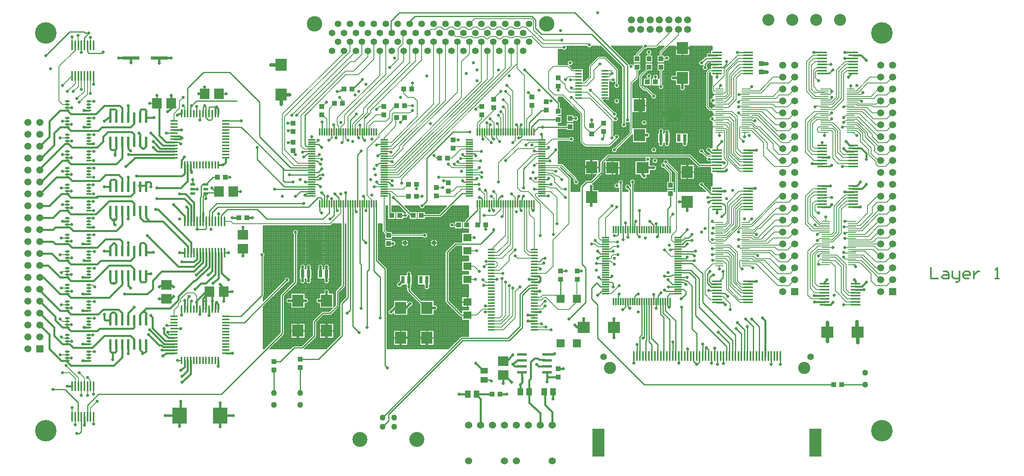
<source format=gtl>
%FSLAX24Y24*%
%MOIN*%
G70*
G01*
G75*
G04 Layer_Physical_Order=1*
G04 Layer_Color=255*
%ADD10C,0.0080*%
%ADD11R,0.0157X0.0846*%
%ADD12R,0.0157X0.0846*%
%ADD13R,0.0945X0.1024*%
%ADD14R,0.0650X0.0085*%
%ADD15R,0.0846X0.0157*%
%ADD16R,0.0394X0.0433*%
%ADD17R,0.0118X0.0610*%
%ADD18R,0.0846X0.0157*%
%ADD19R,0.0610X0.0118*%
%ADD20R,0.0600X0.0150*%
%ADD21O,0.0600X0.0150*%
%ADD22R,0.0236X0.0866*%
%ADD23R,0.0433X0.0394*%
%ADD24R,0.0866X0.0787*%
%ADD25R,0.0787X0.0866*%
%ADD26R,0.0157X0.0630*%
%ADD27R,0.0630X0.0157*%
%ADD28R,0.0709X0.0630*%
%ADD29R,0.0709X0.0709*%
%ADD30R,0.0512X0.0591*%
%ADD31R,0.0591X0.0512*%
%ADD32R,0.0807X0.0236*%
%ADD33R,0.1024X0.0945*%
%ADD34R,0.1000X0.1400*%
%ADD35R,0.0300X0.0600*%
%ADD36R,0.1417X0.0315*%
%ADD37R,0.1240X0.1360*%
%ADD38R,0.0173X0.0787*%
%ADD39R,0.0173X0.0787*%
%ADD40R,0.0984X0.2362*%
%ADD41O,0.0394X0.0170*%
%ADD42R,0.0394X0.0170*%
%ADD43R,0.0394X0.0236*%
%ADD44R,0.0177X0.0807*%
%ADD45R,0.0177X0.0807*%
%ADD46R,0.0571X0.0118*%
%ADD47C,0.0100*%
%ADD48C,0.0160*%
%ADD49C,0.0070*%
%ADD50C,0.0110*%
%ADD51C,0.0200*%
%ADD52C,0.0120*%
%ADD53C,0.0300*%
%ADD54C,0.0400*%
%ADD55C,0.0500*%
%ADD56C,0.1260*%
%ADD57C,0.1800*%
%ADD58C,0.0600*%
%ADD59R,0.0591X0.0591*%
%ADD60C,0.0591*%
%ADD61C,0.1300*%
%ADD62C,0.0550*%
%ADD63C,0.1024*%
%ADD64C,0.0551*%
%ADD65C,0.1000*%
%ADD66C,0.0250*%
D10*
X78177Y65430D02*
G03*
X77825Y65144I-138J-190D01*
G01*
X77784D02*
G03*
X77671Y65097I0J-160D01*
G01*
X77784Y65144D02*
G03*
X77671Y65097I0J-160D01*
G01*
X77409Y64835D02*
G03*
X77540Y64411I-9J-235D01*
G01*
X78060Y64105D02*
G03*
X77958Y64063I0J-145D01*
G01*
X78060Y64105D02*
G03*
X77957Y64062I0J-145D01*
G01*
X77935Y64200D02*
G03*
X77860Y64372I-235J0D01*
G01*
X77540D02*
G03*
X77935Y64200I160J-172D01*
G01*
X77798Y63903D02*
G03*
X77755Y63800I102J-103D01*
G01*
X77797Y63903D02*
G03*
X77755Y63800I103J-103D01*
G01*
X78298Y62703D02*
G03*
X78255Y62600I102J-103D01*
G01*
X78297Y62703D02*
G03*
X78255Y62600I103J-103D01*
G01*
Y62300D02*
G03*
X78298Y62197I145J0D01*
G01*
X78255Y62300D02*
G03*
X78297Y62197I145J0D01*
G01*
X78300Y61698D02*
G03*
X78300Y61233I35J-232D01*
G01*
Y60135D02*
G03*
X78300Y59665I0J-235D01*
G01*
X78019Y60576D02*
G03*
X78121Y60534I103J103D01*
G01*
X77755Y60900D02*
G03*
X77797Y60797I145J0D01*
G01*
X77755Y60900D02*
G03*
X77798Y60797I145J0D01*
G01*
X78018Y60577D02*
G03*
X78121Y60534I103J102D01*
G01*
X76035Y62500D02*
G03*
X76010Y62605I-235J0D01*
G01*
X75146Y63550D02*
G03*
X75146Y63130I-105J-210D01*
G01*
X75590Y62605D02*
G03*
X76035Y62500I210J-105D01*
G01*
X74735Y65000D02*
G03*
X74307Y65134I-235J0D01*
G01*
X73600Y65855D02*
G03*
X73703Y65898I0J145D01*
G01*
X73600Y65855D02*
G03*
X73703Y65897I0J145D01*
G01*
X73898Y65603D02*
G03*
X73855Y65500I102J-103D01*
G01*
X73897Y65603D02*
G03*
X73855Y65500I103J-103D01*
G01*
X74395Y64790D02*
G03*
X74735Y65000I105J210D01*
G01*
X73235Y65500D02*
G03*
X72855Y65315I-235J0D01*
G01*
X73145D02*
G03*
X73235Y65500I-145J185D01*
G01*
X72672Y65767D02*
G03*
X72885Y65855I28J233D01*
G01*
X73770Y63435D02*
G03*
X73337Y63307I-235J0D01*
G01*
X73732D02*
G03*
X73770Y63435I-197J128D01*
G01*
X73235Y63500D02*
G03*
X72855Y63315I-235J0D01*
G01*
X73145D02*
G03*
X73235Y63500I-145J185D01*
G01*
X74235Y62600D02*
G03*
X74145Y62785I-235J0D01*
G01*
X73784Y62693D02*
G03*
X74235Y62600I216J-93D01*
G01*
X73635Y61800D02*
G03*
X73372Y62033I-235J0D01*
G01*
X73167Y61828D02*
G03*
X73635Y61800I233J-28D01*
G01*
X72903Y62502D02*
G03*
X72800Y62545I-103J-102D01*
G01*
X72903Y62503D02*
G03*
X72800Y62545I-103J-103D01*
G01*
X72198Y63603D02*
G03*
X72155Y63500I102J-103D01*
G01*
Y62700D02*
G03*
X72197Y62597I145J0D01*
G01*
X72155Y62700D02*
G03*
X72198Y62597I145J0D01*
G01*
X72497Y62297D02*
G03*
X72600Y62255I103J103D01*
G01*
X72497Y62298D02*
G03*
X72600Y62255I103J102D01*
G01*
X72835Y59600D02*
G03*
X72835Y59600I-235J0D01*
G01*
X78177Y57454D02*
G03*
X78009Y57065I-177J-154D01*
G01*
X77635Y57200D02*
G03*
X77428Y56967I-235J0D01*
G01*
X77713Y56682D02*
G03*
X77816Y56639I103J102D01*
G01*
X77714Y56681D02*
G03*
X77816Y56639I103J103D01*
G01*
X77821D02*
G03*
X78177Y56347I207J-111D01*
G01*
X76513Y56913D02*
G03*
X76400Y56960I-113J-113D01*
G01*
X76513Y56913D02*
G03*
X76400Y56960I-113J-113D01*
G01*
X76235Y57800D02*
G03*
X76217Y57890I-235J0D01*
G01*
X75783D02*
G03*
X76235Y57800I217J-90D01*
G01*
X77071Y55903D02*
G03*
X77184Y55856I113J113D01*
G01*
X77071Y55903D02*
G03*
X77184Y55856I113J113D01*
G01*
X77635Y54400D02*
G03*
X77409Y54165I-235J0D01*
G01*
X74717Y58710D02*
G03*
X74735Y58800I-217J90D01*
G01*
G03*
X74283Y58710I-235J0D01*
G01*
X74210Y58795D02*
G03*
X74235Y58900I-210J105D01*
G01*
X74735Y57800D02*
G03*
X74717Y57890I-235J0D01*
G01*
X74283D02*
G03*
X74735Y57800I217J-90D01*
G01*
X74235D02*
G03*
X74217Y57890I-235J0D01*
G01*
X74235Y58900D02*
G03*
X73790Y58795I-235J0D01*
G01*
X73783Y57890D02*
G03*
X74235Y57800I217J-90D01*
G01*
X73635Y57300D02*
G03*
X73635Y57300I-235J0D01*
G01*
X73075Y58540D02*
G03*
X72782Y58768I-235J0D01*
G01*
Y58312D02*
G03*
X73075Y58540I58J228D01*
G01*
X73135Y56500D02*
G03*
X73089Y56640I-235J0D01*
G01*
X73735Y56400D02*
G03*
X73735Y56400I-235J0D01*
G01*
X72711Y56640D02*
G03*
X72697Y56382I189J-140D01*
G01*
X75445Y55400D02*
G03*
X75403Y55503I-145J0D01*
G01*
X75445Y55400D02*
G03*
X75402Y55503I-145J0D01*
G01*
X74945Y55400D02*
G03*
X74903Y55503I-145J0D01*
G01*
X74945Y55400D02*
G03*
X74902Y55503I-145J0D01*
G01*
X74435Y56000D02*
G03*
X74425Y56066I-235J0D01*
G01*
X74635Y56300D02*
G03*
X74175Y56234I-235J0D01*
G01*
G03*
X74228Y55767I25J-234D01*
G01*
X73635Y55800D02*
G03*
X73295Y56010I-235J0D01*
G01*
Y55590D02*
G03*
X73635Y55800I105J210D01*
G01*
X73082Y56351D02*
G03*
X73135Y56500I-182J149D01*
G01*
X72835Y55100D02*
G03*
X72803Y55218I-235J0D01*
G01*
X72377Y55026D02*
G03*
X72835Y55100I223J74D01*
G01*
X72251Y55218D02*
G03*
X72311Y55092I209J23D01*
G01*
X72251Y55218D02*
G03*
X72312Y55091I209J23D01*
G01*
X71898Y65403D02*
G03*
X71855Y65300I102J-103D01*
G01*
X71897Y65403D02*
G03*
X71855Y65300I103J-103D01*
G01*
X72197Y63603D02*
G03*
X72155Y63500I103J-103D01*
G01*
X72103Y63297D02*
G03*
X72145Y63400I-103J103D01*
G01*
X72102Y63297D02*
G03*
X72145Y63400I-102J103D01*
G01*
X71693Y64434D02*
G03*
X71342Y64474I-193J-134D01*
G01*
G03*
X71313Y64513I-142J-74D01*
G01*
X71342Y64474D02*
G03*
X71313Y64513I-142J-74D01*
G01*
X70445Y64000D02*
G03*
X70403Y64103I-145J0D01*
G01*
X70445Y64000D02*
G03*
X70402Y64103I-145J0D01*
G01*
X69799Y63039D02*
G03*
X70155Y63023I185J145D01*
G01*
X70535Y62700D02*
G03*
X70445Y62885I-235J0D01*
G01*
X70155D02*
G03*
X70535Y62700I145J-185D01*
G01*
X71060Y59611D02*
G03*
X71355Y59623I140J189D01*
G01*
X71135Y59400D02*
G03*
X71060Y59572I-235J0D01*
G01*
X70740D02*
G03*
X71135Y59400I160J-172D01*
G01*
X70535Y61400D02*
G03*
X70535Y61400I-235J0D01*
G01*
X70259Y60127D02*
G03*
X70335Y60300I-159J173D01*
G01*
X70435Y59900D02*
G03*
X70259Y60127I-235J0D01*
G01*
X70335Y60300D02*
G03*
X70072Y60533I-235J0D01*
G01*
X70045Y59723D02*
G03*
X70435Y59900I155J177D01*
G01*
X69403Y65102D02*
G03*
X69300Y65145I-103J-102D01*
G01*
X69403Y65103D02*
G03*
X69300Y65145I-103J-103D01*
G01*
X68800D02*
G03*
X68697Y65103I0J-145D01*
G01*
X68800Y65145D02*
G03*
X68697Y65102I0J-145D01*
G01*
X67787Y66000D02*
G03*
X68213Y66000I213J100D01*
G01*
X67998Y64403D02*
G03*
X67955Y64300I102J-103D01*
G01*
X67997Y64403D02*
G03*
X67955Y64300I103J-103D01*
G01*
X66135Y65900D02*
G03*
X66113Y66000I-235J0D01*
G01*
X65715Y65755D02*
G03*
X66135Y65900I185J145D01*
G01*
X66635Y64600D02*
G03*
X66225Y64443I-235J0D01*
G01*
X66329Y64376D02*
G03*
X66635Y64600I71J224D01*
G01*
X67100Y59935D02*
G03*
X66707Y60108I-235J0D01*
G01*
Y59761D02*
G03*
X67100Y59935I159J173D01*
G01*
X65560Y61200D02*
G03*
X65513Y61313I-160J0D01*
G01*
X65560Y61200D02*
G03*
X65513Y61313I-160J0D01*
G01*
X70387Y58182D02*
G03*
X70535Y58400I-87J218D01*
G01*
G03*
X70073Y58459I-235J0D01*
G01*
G03*
X70045Y58485I-173J-159D01*
G01*
X69700Y57555D02*
G03*
X69803Y57598I0J145D01*
G01*
X69700Y57555D02*
G03*
X69803Y57597I0J145D01*
G01*
X70128Y57533D02*
G03*
X70335Y57300I-28J-233D01*
G01*
X69600Y56960D02*
G03*
X69487Y56913I0J-160D01*
G01*
X69600Y56960D02*
G03*
X69487Y56913I0J-160D01*
G01*
X71773Y54440D02*
G03*
X71848Y54613I-160J172D01*
G01*
G03*
X71453Y54440I-235J0D01*
G01*
X71435Y54200D02*
G03*
X71209Y53965I-235J0D01*
G01*
X70788Y54400D02*
G03*
X70863Y54572I-160J172D01*
G01*
G03*
X70401Y54512I-235J0D01*
G01*
G03*
X70468Y54136I-101J-212D01*
G01*
X68939Y56366D02*
G03*
X68892Y56252I113J-113D01*
G01*
X68939Y56365D02*
G03*
X68892Y56252I113J-113D01*
G01*
X67227Y58028D02*
G03*
X67270Y57925I145J0D01*
G01*
X67227Y58028D02*
G03*
X67270Y57925I145J0D01*
G01*
X67597Y57598D02*
G03*
X67700Y57555I103J102D01*
G01*
X67597Y57597D02*
G03*
X67700Y57555I103J103D01*
G01*
X66735Y58200D02*
G03*
X66319Y58350I-235J0D01*
G01*
Y58050D02*
G03*
X66735Y58200I181J150D01*
G01*
X65809Y56103D02*
G03*
X65703Y56147I-106J-106D01*
G01*
X65809Y56103D02*
G03*
X65703Y56147I-106J-106D01*
G01*
X65435Y57300D02*
G03*
X65400Y57423I-235J0D01*
G01*
Y57177D02*
G03*
X65435Y57300I-200J123D01*
G01*
X69166Y55339D02*
G03*
X69212Y55452I-113J113D01*
G01*
X69165Y55339D02*
G03*
X69212Y55452I-113J113D01*
G01*
X68384Y54249D02*
G03*
X68265Y54454I-235J0D01*
G01*
X68359Y54144D02*
G03*
X68384Y54249I-210J105D01*
G01*
X67800Y54760D02*
G03*
X67687Y54713I0J-160D01*
G01*
X68265Y54454D02*
G03*
X68313Y54487I-65J146D01*
G01*
X67800Y54760D02*
G03*
X67687Y54713I0J-160D01*
G01*
X68265Y54454D02*
G03*
X68313Y54487I-65J146D01*
G01*
X67287Y54313D02*
G03*
X67240Y54200I113J-113D01*
G01*
X67287Y54313D02*
G03*
X67240Y54200I113J-113D01*
G01*
X66950Y54900D02*
G03*
X66906Y55006I-150J0D01*
G01*
X67135Y54600D02*
G03*
X66950Y54830I-235J0D01*
G01*
Y54900D02*
G03*
X66906Y55006I-150J0D01*
G01*
X66667Y54631D02*
G03*
X67135Y54600I233J-31D01*
G01*
X66450Y54900D02*
G03*
X66406Y55006I-150J0D01*
G01*
X66450Y54900D02*
G03*
X66406Y55006I-150J0D01*
G01*
X66650Y54700D02*
G03*
X66667Y54631I150J0D01*
G01*
X66650Y54700D02*
G03*
X66667Y54631I150J0D01*
G01*
X57622Y51448D02*
G03*
X57575Y51335I113J-113D01*
G01*
X57621Y51448D02*
G03*
X57575Y51335I113J-113D01*
G01*
X56672Y51160D02*
G03*
X56672Y50840I-172J-160D01*
G01*
X55500Y51640D02*
G03*
X55613Y51687I0J160D01*
G01*
X55500Y51640D02*
G03*
X55613Y51687I0J160D01*
G01*
X56800Y49560D02*
G03*
X56687Y49513I0J-160D01*
G01*
X56800Y49560D02*
G03*
X56687Y49513I0J-160D01*
G01*
X55310Y49500D02*
G03*
X55310Y49500I-310J0D01*
G01*
X55987Y48813D02*
G03*
X55940Y48700I113J-113D01*
G01*
X55987Y48813D02*
G03*
X55940Y48700I113J-113D01*
G01*
X53765Y52600D02*
G03*
X54235Y52600I235J0D01*
G01*
X52835Y51800D02*
G03*
X52831Y51843I-235J0D01*
G01*
X52643Y52031D02*
G03*
X52461Y51990I-43J-231D01*
G01*
Y51610D02*
G03*
X52835Y51800I139J190D01*
G01*
X54470Y50135D02*
G03*
X54054Y50285I-235J0D01*
G01*
Y49985D02*
G03*
X54470Y50135I181J150D01*
G01*
X52870Y49500D02*
G03*
X52870Y49500I-310J0D01*
G01*
X53117Y46810D02*
G03*
X53135Y46900I-217J90D01*
G01*
G03*
X52683Y46810I-235J0D01*
G01*
X50672Y50513D02*
G03*
X50716Y50407I150J0D01*
G01*
X50672Y50513D02*
G03*
X50716Y50407I150J0D01*
G01*
X51800Y49465D02*
G03*
X51507Y49693I-235J0D01*
G01*
Y49238D02*
G03*
X51800Y49465I59J228D01*
G01*
X51060Y47300D02*
G03*
X51013Y47413I-160J0D01*
G01*
X51060Y47300D02*
G03*
X51013Y47413I-160J0D01*
G01*
X54635Y45800D02*
G03*
X54610Y45905I-235J0D01*
G01*
X54190D02*
G03*
X54635Y45800I210J-105D01*
G01*
X55940Y44600D02*
G03*
X55987Y44487I160J0D01*
G01*
X55940Y44600D02*
G03*
X55987Y44487I160J0D01*
G01*
X55295Y44060D02*
G03*
X54982Y44282I-235J0D01*
G01*
Y43838D02*
G03*
X55295Y44060I77J222D01*
G01*
X57138Y43336D02*
G03*
X57251Y43289I113J113D01*
G01*
X57138Y43336D02*
G03*
X57251Y43289I113J113D01*
G01*
X57335Y41665D02*
G03*
X57218Y41617I0J-165D01*
G01*
X57335Y41665D02*
G03*
X57218Y41617I0J-165D01*
G01*
X53097Y45928D02*
G03*
X53110Y45990I-197J72D01*
G01*
X53135Y45800D02*
G03*
X53097Y45928I-235J0D01*
G01*
X53060Y45628D02*
G03*
X53135Y45800I-160J172D01*
G01*
X52740Y45500D02*
G03*
X52787Y45387I160J0D01*
G01*
X52740Y45500D02*
G03*
X52787Y45387I160J0D01*
G01*
X53074Y44177D02*
G03*
X53235Y44400I-74J223D01*
G01*
G03*
X52782Y44489I-235J0D01*
G01*
X52703Y45928D02*
G03*
X52740Y45628I197J-128D01*
G01*
X52690Y45990D02*
G03*
X52703Y45928I210J10D01*
G01*
X52026Y46223D02*
G03*
X52323Y45926I74J-223D01*
G01*
X52782Y43889D02*
G03*
X52809Y43912I-123J170D01*
G01*
X52782Y43889D02*
G03*
X52808Y43911I-123J170D01*
G01*
X51326Y43923D02*
G03*
X51618Y43611I74J-223D01*
G01*
X46300Y50950D02*
G03*
X46406Y50994I0J150D01*
G01*
X46300Y50950D02*
G03*
X46406Y50994I0J150D01*
G01*
X47519Y45793D02*
G03*
X47566Y45906I-113J113D01*
G01*
X47519Y45793D02*
G03*
X47566Y45906I-113J113D01*
G01*
X46803Y45530D02*
G03*
X46756Y45416I113J-113D01*
G01*
X46803Y45529D02*
G03*
X46756Y45416I113J-113D01*
G01*
X46235Y47500D02*
G03*
X45790Y47395I-235J0D01*
G01*
X46210D02*
G03*
X46235Y47500I-210J105D01*
G01*
Y46300D02*
G03*
X46210Y46405I-235J0D01*
G01*
X45710Y47395D02*
G03*
X45735Y47500I-210J105D01*
G01*
G03*
X45290Y47395I-235J0D01*
G01*
X45790Y46405D02*
G03*
X46235Y46300I210J-105D01*
G01*
X46210Y45295D02*
G03*
X46235Y45400I-210J105D01*
G01*
G03*
X45790Y45295I-235J0D01*
G01*
X43560Y50228D02*
G03*
X43635Y50400I-160J172D01*
G01*
G03*
X43240Y50228I-235J0D01*
G01*
X44710Y47395D02*
G03*
X44735Y47500I-210J105D01*
G01*
G03*
X44290Y47395I-235J0D01*
G01*
X44210D02*
G03*
X44235Y47500I-210J105D01*
G01*
G03*
X43790Y47395I-235J0D01*
G01*
X40835Y48500D02*
G03*
X40700Y48713I-235J0D01*
G01*
X40760Y48328D02*
G03*
X40835Y48500I-160J172D01*
G01*
X44735Y46300D02*
G03*
X44710Y46405I-235J0D01*
G01*
X44290D02*
G03*
X44735Y46300I210J-105D01*
G01*
X44235D02*
G03*
X44210Y46405I-235J0D01*
G01*
X43790D02*
G03*
X44235Y46300I210J-105D01*
G01*
X43513Y46087D02*
G03*
X43560Y46200I-113J113D01*
G01*
X43513Y46087D02*
G03*
X43560Y46200I-113J113D01*
G01*
X42935Y46400D02*
G03*
X42465Y46391I-235J0D01*
G01*
X42691Y46165D02*
G03*
X42935Y46400I9J235D01*
G01*
X47187Y44513D02*
G03*
X47140Y44400I113J-113D01*
G01*
X47187Y44513D02*
G03*
X47140Y44400I113J-113D01*
G01*
X47029Y44103D02*
G03*
X47076Y44216I-113J113D01*
G01*
X47029Y44103D02*
G03*
X47076Y44216I-113J113D01*
G01*
X45418Y44888D02*
G03*
X45418Y44432I-58J-228D01*
G01*
X45700Y43760D02*
G03*
X45587Y43713I0J-160D01*
G01*
X46300Y43440D02*
G03*
X46413Y43487I0J160D01*
G01*
X46300Y43440D02*
G03*
X46413Y43487I0J160D01*
G01*
X45700Y43760D02*
G03*
X45587Y43713I0J-160D01*
G01*
X44887Y43013D02*
G03*
X44840Y42900I113J-113D01*
G01*
X44887Y43013D02*
G03*
X44840Y42900I113J-113D01*
G01*
X45113Y41587D02*
G03*
X45160Y41700I-113J113D01*
G01*
X45113Y41587D02*
G03*
X45160Y41700I-113J113D01*
G01*
X44495Y44660D02*
G03*
X44182Y44882I-235J0D01*
G01*
Y44438D02*
G03*
X44495Y44660I77J222D01*
G01*
X42946Y44870D02*
G03*
X42946Y44450I-105J-210D01*
G01*
X42187Y45213D02*
G03*
X42140Y45100I113J-113D01*
G01*
X42187Y45213D02*
G03*
X42140Y45100I113J-113D01*
G01*
X40713Y44987D02*
G03*
X40760Y45100I-113J113D01*
G01*
X40713Y44987D02*
G03*
X40760Y45100I-113J113D01*
G01*
X42413Y41787D02*
G03*
X42460Y41900I-113J113D01*
G01*
X42413Y41787D02*
G03*
X42460Y41900I-113J113D01*
G01*
X43300Y40860D02*
G03*
X43187Y40813I0J-160D01*
G01*
X43300Y40860D02*
G03*
X43187Y40813I0J-160D01*
G01*
X78300Y65684D02*
Y66000D01*
X78177Y65684D02*
X78300D01*
X78240D02*
Y66000D01*
X78177Y65430D02*
Y65684D01*
X78160Y65442D02*
Y66000D01*
X76382D02*
X78300D01*
X78080Y65471D02*
Y66000D01*
X78000Y65471D02*
Y66000D01*
X77920Y65442D02*
Y66000D01*
X77994Y64568D02*
X78177D01*
X77906Y64480D02*
X78177D01*
Y64405D02*
Y64539D01*
Y64283D02*
Y64405D01*
X77860Y64434D02*
X77994Y64568D01*
X77860Y64400D02*
X78177D01*
X77902Y64320D02*
X78177D01*
X77840Y65364D02*
Y66000D01*
X77760Y65142D02*
Y66000D01*
X77680Y65106D02*
Y66000D01*
X77600Y65026D02*
Y66000D01*
X77520Y64946D02*
Y66000D01*
X77440Y64866D02*
Y66000D01*
X77360Y64832D02*
Y66000D01*
X77280Y64802D02*
Y66000D01*
X77200Y64723D02*
Y66000D01*
X77784Y65144D02*
X77825D01*
X77860Y64372D02*
Y64434D01*
X77409Y64835D02*
X77671Y65097D01*
X77540Y64372D02*
Y64411D01*
X77520Y64351D02*
Y64398D01*
X78177Y64283D02*
Y64405D01*
Y64149D02*
Y64283D01*
X78160Y64105D02*
Y64568D01*
X78177Y64105D02*
Y64149D01*
Y64105D02*
Y64149D01*
X77932Y64240D02*
X78177D01*
X77932Y64160D02*
X78177D01*
X78060Y64105D02*
X78177D01*
X78080D02*
Y64568D01*
X78177Y63772D02*
Y63815D01*
Y63772D02*
Y63815D01*
Y63516D02*
Y63772D01*
X78160Y61623D02*
Y63815D01*
X78120D02*
X78177D01*
X78065Y63760D02*
X78177D01*
X78045Y63680D02*
X78177D01*
X78045Y63740D02*
X78120Y63815D01*
X78000Y64092D02*
Y64568D01*
X77920Y64283D02*
Y64494D01*
Y64025D02*
Y64117D01*
X77902Y64080D02*
X77978D01*
X77798Y63903D02*
X77957Y64062D01*
X77823Y64000D02*
X77895D01*
X77840Y63945D02*
Y64011D01*
X78080Y60925D02*
Y63775D01*
X78045Y60960D02*
Y63740D01*
X77760Y63838D02*
Y63973D01*
X77755Y60900D02*
Y63800D01*
X76382Y65920D02*
X78300D01*
X76382Y65840D02*
X78300D01*
X76382Y65760D02*
X78300D01*
X76382Y65680D02*
X78177D01*
X76382Y65600D02*
X78177D01*
X76382Y65520D02*
X78177D01*
X76382Y65440D02*
X77917D01*
X76382Y65360D02*
X77838D01*
X76382Y65280D02*
X77808D01*
X74623Y65200D02*
X77808D01*
X74702Y65120D02*
X77700D01*
X74732Y65040D02*
X77614D01*
X74732Y64960D02*
X77534D01*
X74702Y64880D02*
X77454D01*
X74623Y64800D02*
X77277D01*
X74307Y64720D02*
X77198D01*
X74307Y64480D02*
X77198D01*
X74307Y64640D02*
X77168D01*
X76382Y65238D02*
Y66000D01*
X75218Y65238D02*
Y66000D01*
X74705D02*
X75218D01*
X74625Y65920D02*
X75218D01*
X74545Y65840D02*
X75218D01*
X74465Y65760D02*
X75218D01*
X74385Y65680D02*
X75218D01*
X74305Y65600D02*
X75218D01*
X74307Y64560D02*
X77168D01*
X75218Y65238D02*
X76382D01*
X74225Y65520D02*
X75218D01*
X74145Y65440D02*
X75218D01*
X74145Y65360D02*
X75218D01*
X74145Y65280D02*
X75218D01*
X76320Y63962D02*
Y65238D01*
X76240Y63962D02*
Y65238D01*
X76160Y63962D02*
Y65238D01*
X76080Y63962D02*
Y65238D01*
X76000Y63962D02*
Y65238D01*
X74307Y64320D02*
X77498D01*
X74307Y64400D02*
X77277D01*
X74307Y64240D02*
X77468D01*
X75920Y63962D02*
Y65238D01*
X76382Y63920D02*
X77815D01*
X76382Y63840D02*
X77761D01*
X76382Y63760D02*
X77755D01*
X76382Y62718D02*
Y63962D01*
X74307Y64080D02*
X77498D01*
X74307Y64160D02*
X77468D01*
X74307Y64000D02*
X77577D01*
X75218Y63962D02*
X76382D01*
X75840D02*
Y65238D01*
X75760Y63962D02*
Y65238D01*
X75680Y63962D02*
Y65238D01*
X75600Y63962D02*
Y65238D01*
X75200Y63550D02*
Y66000D01*
X75120Y63561D02*
Y66000D01*
X75040Y63575D02*
Y66000D01*
X74960Y63561D02*
Y66000D01*
X74880Y63512D02*
Y66000D01*
X75520Y63962D02*
Y65238D01*
X75440Y63962D02*
Y65238D01*
X75360Y63962D02*
Y65238D01*
X75280Y63962D02*
Y65238D01*
X74145Y63920D02*
X75218D01*
X74145Y63840D02*
X75218D01*
X74145Y63760D02*
X75218D01*
Y63550D02*
Y63962D01*
X78177Y63516D02*
X78300D01*
X78045Y63440D02*
X78300D01*
X78045Y63360D02*
X78300D01*
X78045Y63280D02*
X78300D01*
Y62705D02*
Y63516D01*
X78045Y63200D02*
X78300D01*
X78045Y63120D02*
X78300D01*
X78045Y63040D02*
X78300D01*
X78045Y62960D02*
X78300D01*
X78045Y62880D02*
X78300D01*
X78045Y62800D02*
X78300D01*
X78045Y62720D02*
X78300D01*
X78045Y62160D02*
X78300D01*
X78045Y62080D02*
X78300D01*
X76382Y63680D02*
X77755D01*
X78045Y63600D02*
X78177D01*
X76382D02*
X77755D01*
X78045Y63520D02*
X78177D01*
X76382D02*
X77755D01*
X76382Y63440D02*
X77755D01*
X76382Y63360D02*
X77755D01*
X76382Y63280D02*
X77755D01*
X76382Y63200D02*
X77755D01*
X78045Y62640D02*
X78261D01*
X78045Y62560D02*
X78255D01*
X78045Y62480D02*
X78255D01*
Y62300D02*
Y62600D01*
X78045Y62400D02*
X78255D01*
X76382Y63120D02*
X77755D01*
X78045Y62320D02*
X78255D01*
X78045Y62240D02*
X78268D01*
X78300Y61698D02*
Y62195D01*
X78045Y62000D02*
X78300D01*
X78240Y61680D02*
Y63516D01*
X78300Y60824D02*
Y61233D01*
X78045Y61920D02*
X78300D01*
X78045Y61840D02*
X78300D01*
X78045Y61760D02*
X78300D01*
X78045Y61200D02*
X78300D01*
X78125Y60880D02*
X78300D01*
X78181Y60824D02*
X78300D01*
X78121Y60534D02*
X78300D01*
Y60135D02*
Y60534D01*
X78045Y61120D02*
X78300D01*
X78045Y61040D02*
X78300D01*
X78045Y60960D02*
X78300D01*
X78045Y61680D02*
X78239D01*
X78045Y61600D02*
X78142D01*
X78045Y61520D02*
X78106D01*
X78240Y60824D02*
Y61250D01*
X78160Y60845D02*
Y61308D01*
X78045Y61360D02*
X78125D01*
X78045Y61440D02*
X78101D01*
X78045Y61280D02*
X78190D01*
X78045Y60960D02*
X78181Y60824D01*
X78240Y60127D02*
Y60534D01*
X78160Y60089D02*
Y60534D01*
X78080Y59983D02*
Y60540D01*
X77798Y60797D02*
X78018Y60577D01*
X76382Y63040D02*
X77755D01*
X76382Y62960D02*
X77755D01*
X76382Y62880D02*
X77755D01*
X76382Y62800D02*
X77755D01*
X76382Y62720D02*
X77755D01*
X76010Y62718D02*
X76382D01*
X75218D02*
X75590D01*
X76010Y62605D02*
Y62718D01*
X75590Y62605D02*
Y62718D01*
X76010Y62640D02*
X77755D01*
X76027Y62560D02*
X77755D01*
X76034Y62480D02*
X77755D01*
X74232Y62640D02*
X75590D01*
X74232Y62560D02*
X75573D01*
X76013Y62400D02*
X77755D01*
X75951Y62320D02*
X77755D01*
X75146Y63550D02*
X75218D01*
X75146Y63130D02*
X75218D01*
X75122Y63120D02*
X75218D01*
Y62718D02*
Y63130D01*
X74145Y63680D02*
X75218D01*
X74145Y63600D02*
X75218D01*
X74145Y63520D02*
X74889D01*
X74145Y63200D02*
X74852D01*
X74145Y63040D02*
X75218D01*
X74145Y63120D02*
X74958D01*
X74202Y62480D02*
X75566D01*
X74202Y62720D02*
X75218D01*
X74145Y62960D02*
X75218D01*
X74145Y62880D02*
X75218D01*
X74123Y62400D02*
X75587D01*
X74145Y62800D02*
X75218D01*
X73165Y62240D02*
X77755D01*
X73245Y62160D02*
X77755D01*
X73325Y62080D02*
X77755D01*
X72782Y60720D02*
X77875D01*
X72782Y60800D02*
X77795D01*
X72782Y60560D02*
X78038D01*
X72782Y60640D02*
X77955D01*
X72782Y60480D02*
X78300D01*
X72772Y59760D02*
X78111D01*
X74083Y59120D02*
X78300D01*
X74189Y59040D02*
X78300D01*
X74672Y58960D02*
X78300D01*
X74721Y58880D02*
X78300D01*
X72835Y59600D02*
X78300D01*
X72821Y59680D02*
X78217D01*
X72821Y59520D02*
X78300D01*
X72772Y59440D02*
X78300D01*
X73602Y61920D02*
X77755D01*
X73632Y61840D02*
X77755D01*
X73632Y61760D02*
X77755D01*
X73602Y61680D02*
X77755D01*
X73523Y62000D02*
X77755D01*
X73085Y62320D02*
X75649D01*
X73523Y61600D02*
X77755D01*
X72782Y61520D02*
X77755D01*
X72782Y61440D02*
X77755D01*
X72782Y61360D02*
X77755D01*
X72782Y61280D02*
X77755D01*
X72782Y61200D02*
X77755D01*
X72782Y61120D02*
X77755D01*
X72782Y61040D02*
X77755D01*
X72782Y60960D02*
X77755D01*
X72782Y60880D02*
X77756D01*
X74145Y65440D02*
X74705Y66000D01*
X74560Y65227D02*
Y65855D01*
X74240Y65945D02*
Y66000D01*
X74720Y65083D02*
Y66000D01*
X74640Y65189D02*
Y65935D01*
X73805Y66000D02*
X74295D01*
X73725Y65920D02*
X74215D01*
X73898Y65603D02*
X74295Y66000D01*
X74160Y65865D02*
Y66000D01*
X74480Y65234D02*
Y65775D01*
X74400Y65213D02*
Y65695D01*
X74320Y65151D02*
Y65615D01*
X74307Y65134D02*
Y65261D01*
X74240D02*
Y65535D01*
X74160Y65261D02*
Y65455D01*
X74307Y65200D02*
X74377D01*
X74145Y65261D02*
X74307D01*
X74080Y65785D02*
Y66000D01*
X74000Y65705D02*
Y66000D01*
X73920Y65625D02*
Y66000D01*
X73840Y65261D02*
Y66000D01*
X73760Y65261D02*
Y65955D01*
X73703Y65898D02*
X73805Y66000D01*
X73280Y65261D02*
Y65855D01*
X74145Y65261D02*
Y65440D01*
X73855Y65261D02*
Y65500D01*
X73693Y65261D02*
X73855D01*
X73307Y65200D02*
X73693D01*
X73307Y65120D02*
X73693D01*
X73307Y65040D02*
X73693D01*
X74560Y59027D02*
Y64773D01*
X74400Y59013D02*
Y64787D01*
X74720Y58883D02*
Y64917D01*
X74640Y58989D02*
Y64811D01*
X74307Y64790D02*
X74395D01*
X73307Y64960D02*
X73693D01*
X74320Y58951D02*
Y64790D01*
X74307Y64608D02*
Y64790D01*
Y63939D02*
Y64592D01*
X74145Y63939D02*
X74307D01*
X74480Y59034D02*
Y64766D01*
X74160Y62772D02*
Y63939D01*
X73693Y64608D02*
X74307D01*
X73693Y64592D02*
X74307D01*
X74145Y62785D02*
Y63939D01*
X73693D02*
X73855D01*
X73600Y63660D02*
Y65855D01*
X73693Y64608D02*
Y65261D01*
X73520Y63669D02*
Y65855D01*
X73680Y63619D02*
Y65879D01*
X73440Y63650D02*
Y65855D01*
X73307Y64880D02*
X73693D01*
X73307Y64800D02*
X73693D01*
X73360Y63592D02*
Y65855D01*
X73307Y64608D02*
Y65261D01*
Y64720D02*
X73693D01*
X73307Y64640D02*
X73693D01*
Y63939D02*
Y64592D01*
X73307Y63939D02*
Y64592D01*
Y64560D02*
X73693D01*
X73307Y64480D02*
X73693D01*
X73307Y64400D02*
X73693D01*
X73307Y64320D02*
X73693D01*
X73040Y65732D02*
Y65855D01*
X73151Y65680D02*
X73975D01*
X72960Y65732D02*
Y65855D01*
X73200Y65623D02*
Y65855D01*
X73120Y65702D02*
Y65855D01*
X72872Y65840D02*
X74135D01*
X72885Y65855D02*
X73600D01*
X72665Y65760D02*
X74055D01*
X73213Y65600D02*
X73895D01*
X73234Y65520D02*
X73856D01*
X73227Y65440D02*
X73855D01*
X73189Y65360D02*
X73855D01*
X73200Y65261D02*
Y65377D01*
X73145Y65261D02*
Y65315D01*
Y65280D02*
X73855D01*
X73145Y65261D02*
X73307D01*
X72880Y65702D02*
Y65849D01*
X72585Y65680D02*
X72849D01*
X72800Y65623D02*
Y65787D01*
X72720Y65261D02*
Y65766D01*
X72400Y65905D02*
Y66000D01*
X72320Y65825D02*
Y66000D01*
X72166Y65261D02*
X72672Y65767D01*
X72240Y65745D02*
Y66000D01*
X72855Y65261D02*
Y65315D01*
X72505Y65600D02*
X72787D01*
X72693Y65261D02*
X72855D01*
X72800D02*
Y65377D01*
X72345Y65440D02*
X72773D01*
X72425Y65520D02*
X72766D01*
X72265Y65360D02*
X72811D01*
X72240Y65261D02*
Y65335D01*
X72307Y65200D02*
X72693D01*
X72307Y65120D02*
X72693D01*
X72307Y65040D02*
X72693D01*
X72307Y64960D02*
X72693D01*
Y64608D02*
Y65261D01*
X72185Y65280D02*
X72855D01*
X72307Y64880D02*
X72693D01*
X72307Y64800D02*
X72693D01*
X72307Y64720D02*
X72693D01*
X73307Y64240D02*
X73693D01*
X73307Y64160D02*
X73693D01*
X73307Y64080D02*
X73693D01*
X73307Y64000D02*
X73693D01*
X72693Y64608D02*
X73307D01*
X72307Y64640D02*
X72693D01*
Y64592D02*
X73307D01*
X72307Y64560D02*
X72693D01*
X72640Y64045D02*
Y65735D01*
X72693Y64098D02*
Y64592D01*
X72560Y63965D02*
Y65655D01*
X72480Y63885D02*
Y65575D01*
X72400Y63805D02*
Y65495D01*
X72166Y65261D02*
X72307D01*
Y64608D02*
Y65261D01*
X72320Y63725D02*
Y65415D01*
X72307Y63939D02*
Y64592D01*
Y64480D02*
X72693D01*
X72307Y64400D02*
X72693D01*
X72307Y64320D02*
X72693D01*
X72307Y64240D02*
X72693D01*
X72307Y64160D02*
X72693D01*
X72307Y64080D02*
X72675D01*
X72198Y63603D02*
X72693Y64098D01*
X72307Y64000D02*
X72595D01*
X73855Y63307D02*
Y63939D01*
X73702Y63600D02*
X73855D01*
X73760Y63501D02*
Y63939D01*
X73840Y63307D02*
Y63939D01*
X72925Y63920D02*
X73855D01*
X72845Y63840D02*
X73855D01*
X72765Y63760D02*
X73855D01*
X73151Y63680D02*
X73855D01*
X73754Y63520D02*
X73855D01*
X74145Y63440D02*
X74827D01*
X73770D02*
X73855D01*
X74145Y63360D02*
X74806D01*
X74145Y63280D02*
X74813D01*
X73757Y63360D02*
X73855D01*
X73760Y63307D02*
Y63368D01*
X73732Y63307D02*
X73855D01*
X73120Y63702D02*
Y63939D01*
X73040Y63732D02*
Y63939D01*
X72960Y63732D02*
Y63939D01*
X73280Y63307D02*
Y63939D01*
X73200Y63623D02*
Y63939D01*
X72944D02*
X73307D01*
X72880Y63702D02*
Y63875D01*
X72800Y63623D02*
Y63795D01*
X73213Y63600D02*
X73368D01*
X73234Y63520D02*
X73316D01*
X73227Y63440D02*
X73300D01*
X73189Y63360D02*
X73312D01*
X73208Y63307D02*
X73337D01*
X73145D02*
X73192D01*
X72800D02*
Y63377D01*
X73600Y61923D02*
Y62693D01*
X74160Y59072D02*
Y62428D01*
X73840Y59072D02*
Y62428D01*
X72925Y62480D02*
X73798D01*
X73208Y62693D02*
X73784D01*
X73520Y62002D02*
Y62693D01*
X73440Y62032D02*
Y62693D01*
X74080Y59121D02*
Y62379D01*
X74000Y59135D02*
Y62365D01*
X74227Y58960D02*
X74328D01*
X74234Y58880D02*
X74279D01*
X73005Y62400D02*
X73877D01*
X73920Y59121D02*
Y62379D01*
X73200Y62205D02*
Y63377D01*
X73208Y62693D02*
Y63307D01*
X73192Y62693D02*
Y63307D01*
X73360Y62045D02*
Y62693D01*
X73280Y62125D02*
Y62693D01*
X72960Y62445D02*
Y62693D01*
X72880Y62521D02*
Y62693D01*
X73120Y62285D02*
Y62693D01*
X73040Y62365D02*
Y62693D01*
X72800Y62545D02*
Y62693D01*
X72903Y62502D02*
X73372Y62033D01*
X72782Y61600D02*
X73277D01*
X72782Y61680D02*
X73198D01*
X72782Y60438D02*
Y61682D01*
X72800Y59723D02*
Y62195D01*
X72685Y63680D02*
X72849D01*
X72605Y63600D02*
X72787D01*
X72720Y63307D02*
Y63715D01*
X72640Y63307D02*
Y63635D01*
X72560Y63307D02*
Y63555D01*
X72445Y63440D02*
X72944Y63939D01*
X72525Y63520D02*
X72766D01*
X72445Y63360D02*
X72811D01*
X72445Y63440D02*
X72773D01*
X72720Y62545D02*
Y62693D01*
X72640Y62565D02*
Y62693D01*
X72645Y62560D02*
X73768D01*
X72660Y62545D02*
X72800D01*
X72539Y62693D02*
X73192D01*
X72539Y63307D02*
X72855D01*
X72565Y62640D02*
X73768D01*
X72445Y62760D02*
X72660Y62545D01*
X72445Y63280D02*
X72539D01*
X72445Y63200D02*
X72539D01*
X72445Y62760D02*
Y63440D01*
X72539Y62693D02*
Y63307D01*
X72480Y62725D02*
Y63475D01*
X72240Y63645D02*
Y63939D01*
X72445Y63120D02*
X72539D01*
X72155Y62700D02*
Y63500D01*
X72445Y63040D02*
X72539D01*
X72445Y62960D02*
X72539D01*
X72560Y62645D02*
Y62693D01*
X72485Y62720D02*
X72539D01*
X72445Y62880D02*
X72539D01*
X72445Y62800D02*
X72539D01*
X72740Y62255D02*
X73167Y61828D01*
X72600Y62255D02*
X72740D01*
X72720Y61682D02*
Y62255D01*
Y59802D02*
Y60438D01*
X72640Y61682D02*
Y62255D01*
X72560Y61682D02*
Y62261D01*
X72782Y59120D02*
X73917D01*
X72782Y59040D02*
X73811D01*
X72782Y58960D02*
X73773D01*
X72782Y58880D02*
X73766D01*
X72640Y59832D02*
Y60438D01*
X72720Y59162D02*
Y59398D01*
X72640Y59162D02*
Y59368D01*
X72400Y61682D02*
Y62395D01*
X72480Y61682D02*
Y62315D01*
X72320Y61682D02*
Y62475D01*
X72560Y59832D02*
Y60438D01*
X72240Y61682D02*
Y62555D01*
X72198Y62597D02*
X72497Y62298D01*
X72160Y61682D02*
Y62662D01*
X72480Y59802D02*
Y60438D01*
X72400Y59723D02*
Y60438D01*
X72560Y59162D02*
Y59368D01*
X72480Y59162D02*
Y59398D01*
X72400Y59162D02*
Y59477D01*
X72320Y59162D02*
Y60438D01*
X72240Y59162D02*
Y60438D01*
X72160Y59162D02*
Y60438D01*
X78300Y57484D02*
Y59665D01*
X78240Y57484D02*
Y59673D01*
X78080Y57521D02*
Y59817D01*
X78177Y57484D02*
X78300D01*
X78160Y57472D02*
Y59711D01*
X78083Y57520D02*
X78300D01*
X78000Y57535D02*
Y60595D01*
X77920Y57521D02*
Y60675D01*
X78177Y57454D02*
Y57484D01*
X78009Y57065D02*
X78145Y56929D01*
X78080D02*
Y56994D01*
X78000Y56929D02*
Y57065D01*
X77920Y56929D02*
Y57079D01*
X77845Y56960D02*
X78114D01*
X77765Y57040D02*
X78034D01*
X77876Y56929D02*
X78145D01*
X77633Y57172D02*
X77876Y56929D01*
X77520Y57402D02*
Y64049D01*
X77600Y57323D02*
Y63987D01*
X77440Y57432D02*
Y64368D01*
X77760Y57045D02*
Y60862D01*
X77680Y57125D02*
Y63966D01*
X77360Y57432D02*
Y64368D01*
X77280Y57402D02*
Y64398D01*
X77200Y57323D02*
Y64477D01*
X76400Y56960D02*
Y66000D01*
X77840Y57472D02*
Y60755D01*
X77635Y57200D02*
X77787D01*
X77685Y57120D02*
X77849D01*
X77840Y56965D02*
Y57128D01*
X77572Y57360D02*
X77773D01*
X77621Y57280D02*
X77766D01*
X76400Y56960D02*
X77435D01*
X77428Y56967D02*
X77713Y56682D01*
X77680Y56176D02*
Y56715D01*
X77600Y56176D02*
Y56795D01*
X77520Y56176D02*
Y56875D01*
X77440Y56176D02*
Y56955D01*
X76626Y56800D02*
X77595D01*
X76546Y56880D02*
X77515D01*
X76706Y56720D02*
X77675D01*
X77360Y56176D02*
Y56968D01*
X77760Y56176D02*
Y56650D01*
X76786Y56640D02*
X77798D01*
X76866Y56560D02*
X77795D01*
X77026Y56400D02*
X77831D01*
X76946Y56480D02*
X77798D01*
X76960Y56466D02*
Y66000D01*
X76880Y56546D02*
Y66000D01*
X76800Y56626D02*
Y66000D01*
X77120Y56306D02*
Y66000D01*
X77040Y56386D02*
Y66000D01*
X76560Y56866D02*
Y66000D01*
X76480Y56939D02*
Y66000D01*
X76720Y56706D02*
Y66000D01*
X76640Y56786D02*
Y66000D01*
X77280Y56176D02*
Y56998D01*
X77200Y56226D02*
Y57077D01*
X76513Y56913D02*
X77250Y56176D01*
X76480Y56082D02*
Y56494D01*
X76334Y56640D02*
X77071Y55903D01*
X76400Y56082D02*
Y56574D01*
X76260Y58640D02*
X78300D01*
X76260Y58560D02*
X78300D01*
X76260Y58480D02*
X78300D01*
X76260Y58400D02*
X78300D01*
X76260Y57890D02*
Y58710D01*
X74735Y58800D02*
X78300D01*
X75760Y58710D02*
X76260D01*
X74721Y58720D02*
X78300D01*
X76260Y58320D02*
X78300D01*
X76260Y58240D02*
X78300D01*
X76260Y58160D02*
X78300D01*
X76260Y58080D02*
X78300D01*
X76260Y58000D02*
X78300D01*
X76260Y57920D02*
X78300D01*
X76232Y57840D02*
X78300D01*
X76217Y57890D02*
X76260D01*
X76232Y57760D02*
X78300D01*
X76202Y57680D02*
X78300D01*
X76240Y58710D02*
Y62718D01*
X76160Y58710D02*
Y62718D01*
X76080Y58710D02*
Y62718D01*
X76000Y58710D02*
Y62377D01*
X75920Y58710D02*
Y62298D01*
X75680Y58710D02*
Y62298D01*
X75600Y58710D02*
Y62377D01*
X75520Y58710D02*
Y62718D01*
X75440Y58710D02*
Y62718D01*
X75840Y58710D02*
Y62268D01*
X75760Y58710D02*
Y62268D01*
X75240Y58710D02*
X75740D01*
X74732Y57840D02*
X75768D01*
X75240Y57890D02*
X75740D01*
X74702Y57680D02*
X75798D01*
X74732Y57760D02*
X75768D01*
X76320Y56960D02*
Y62718D01*
X76123Y57600D02*
X78300D01*
X76240Y56960D02*
Y57890D01*
X76160Y56960D02*
Y57628D01*
X73483Y57520D02*
X77917D01*
X73589Y57440D02*
X77811D01*
X73627Y57360D02*
X77228D01*
X73634Y57280D02*
X77179D01*
X74551Y56480D02*
X76494D01*
X73672Y56560D02*
X76414D01*
X76320Y56082D02*
Y56640D01*
X76240Y56082D02*
Y56640D01*
X73613Y57200D02*
X77165D01*
X73551Y57120D02*
X77179D01*
X73089Y56640D02*
X76334D01*
X73089D02*
X76334D01*
X76080Y56960D02*
Y57579D01*
X76000Y56960D02*
Y57565D01*
X75920Y56960D02*
Y57579D01*
X76160Y56082D02*
Y56640D01*
X75840Y56960D02*
Y57628D01*
X74623Y57600D02*
X75877D01*
X75680Y56960D02*
Y57890D01*
X75600Y56960D02*
Y57890D01*
X75520Y56960D02*
Y57890D01*
X76080Y56082D02*
Y56640D01*
X76000Y56082D02*
Y56640D01*
X75920Y56082D02*
Y56640D01*
X75840Y56082D02*
Y56640D01*
X75760Y56082D02*
Y56640D01*
X75680Y56082D02*
Y56640D01*
X75600Y53800D02*
Y56640D01*
X75520Y53800D02*
Y56640D01*
X78137Y56320D02*
X78177D01*
Y56205D02*
Y56339D01*
Y55693D02*
Y55827D01*
X78160Y56176D02*
Y56334D01*
X77186Y56240D02*
X78177D01*
X78080Y56176D02*
Y56299D01*
X77250Y56176D02*
X78177D01*
X77184Y55856D02*
X78177D01*
Y55571D02*
Y55693D01*
Y55571D02*
Y55693D01*
Y55316D02*
Y55571D01*
Y55316D02*
X78300D01*
X77635Y54400D02*
X78300D01*
X76782Y55760D02*
X78177D01*
X76782Y55680D02*
X78177D01*
X77572Y54560D02*
X78300D01*
X77621Y54480D02*
X78300D01*
X78000Y56176D02*
Y56295D01*
X77106Y56320D02*
X77919D01*
X77920Y56176D02*
Y56319D01*
X77840Y56176D02*
Y56387D01*
X76782Y56000D02*
X76974D01*
X76782Y56080D02*
X76894D01*
X76782Y54838D02*
Y56082D01*
X77520Y54602D02*
Y55856D01*
X77440Y54632D02*
Y55856D01*
X77680Y54346D02*
Y55856D01*
X77600Y54523D02*
Y55856D01*
X77360Y54632D02*
Y55856D01*
X76782Y55920D02*
X77054D01*
X77280Y54602D02*
Y55856D01*
X77200Y54523D02*
Y55856D01*
X78300Y54284D02*
Y55316D01*
X78177Y54284D02*
X78300D01*
X78240D02*
Y55316D01*
X78177Y54029D02*
Y54284D01*
X78160Y53866D02*
Y55856D01*
X77706Y54320D02*
X78300D01*
X78000Y54026D02*
Y55856D01*
X77635Y54391D02*
X78177Y53849D01*
X78080Y53946D02*
Y55856D01*
X78106Y53920D02*
X78177D01*
Y53907D02*
Y54029D01*
Y53907D02*
Y54029D01*
Y53849D02*
Y53907D01*
X77786Y54240D02*
X78177D01*
X77866Y54160D02*
X78177D01*
X77946Y54080D02*
X78177D01*
X78026Y54000D02*
X78177D01*
X77840Y54186D02*
Y55856D01*
X77760Y54266D02*
Y55856D01*
X77920Y54106D02*
Y55856D01*
X77120Y53800D02*
Y55869D01*
X77040Y53800D02*
Y55934D01*
X76960Y53800D02*
Y56014D01*
X76880Y53800D02*
Y56094D01*
X76800Y53800D02*
Y56174D01*
X77680Y53800D02*
Y53894D01*
X77600Y53800D02*
Y53974D01*
X77520Y53800D02*
Y54054D01*
X77440Y53800D02*
Y54134D01*
X77409Y54165D02*
X77774Y53800D01*
X77360D02*
Y54168D01*
X77280Y53800D02*
Y54198D01*
X77200Y53800D02*
Y54277D01*
X76720Y56082D02*
Y56254D01*
X75618Y56082D02*
X76782D01*
X76640D02*
Y56334D01*
X76782Y55600D02*
X78177D01*
X76782Y55520D02*
X78177D01*
X74634Y56320D02*
X76654D01*
X74613Y56400D02*
X76574D01*
X74745Y56160D02*
X76814D01*
X74665Y56240D02*
X76734D01*
X76782Y55440D02*
X78177D01*
X76782Y55360D02*
X78177D01*
X76782Y55280D02*
X78300D01*
X76782Y55200D02*
X78300D01*
X76782Y55120D02*
X78300D01*
X76782Y55040D02*
X78300D01*
X76782Y54960D02*
X78300D01*
X76560Y56082D02*
Y56414D01*
X75145Y55760D02*
X75618D01*
X75225Y55680D02*
X75618D01*
X75305Y55600D02*
X75618D01*
X74825Y56080D02*
X75618D01*
X74905Y56000D02*
X75618D01*
X74985Y55920D02*
X75618D01*
X75065Y55840D02*
X75618D01*
X75439Y55440D02*
X75618D01*
X75445Y55360D02*
X75618D01*
X75445Y55280D02*
X75618D01*
X75385Y55520D02*
X75618D01*
X75445Y55200D02*
X75618D01*
X75445Y55120D02*
X75618D01*
X75445Y55040D02*
X75618D01*
X76782Y54880D02*
X78300D01*
X75445Y54800D02*
X78300D01*
X75618Y54838D02*
X76782D01*
X75445Y54720D02*
X78300D01*
X76720Y53800D02*
Y54838D01*
X75445Y54640D02*
X78300D01*
X75445Y54560D02*
X77228D01*
X75445Y54480D02*
X77179D01*
X75445Y54400D02*
X77165D01*
X75445Y54240D02*
X77228D01*
X75445Y54320D02*
X77179D01*
X75445Y54080D02*
X77494D01*
X75445Y54160D02*
X77414D01*
X75445Y53920D02*
X77654D01*
X75445Y54000D02*
X77574D01*
X75445Y53800D02*
X77774D01*
X75445Y53840D02*
X77734D01*
X76640Y53800D02*
Y54838D01*
X76560Y53800D02*
Y54838D01*
X76480Y53800D02*
Y54838D01*
X76400Y53800D02*
Y54838D01*
X76320Y53800D02*
Y54838D01*
X75445Y54960D02*
X75618D01*
X75445Y54880D02*
X75618D01*
Y54838D02*
Y56082D01*
X76240Y53800D02*
Y54838D01*
X76160Y53800D02*
Y54838D01*
X76080Y53800D02*
Y54838D01*
X76000Y53800D02*
Y54838D01*
X75920Y53800D02*
Y54838D01*
X75840Y53800D02*
Y54838D01*
X75760Y53800D02*
Y54838D01*
X75680Y53800D02*
Y54838D01*
X75360Y58710D02*
Y62718D01*
X75280Y58710D02*
Y62718D01*
X75240Y57890D02*
Y58710D01*
X75200Y56960D02*
Y63130D01*
X75120Y56960D02*
Y63119D01*
X74760Y58640D02*
X75240D01*
X74760Y58560D02*
X75240D01*
X74760Y58480D02*
X75240D01*
X74760Y58400D02*
X75240D01*
X74760Y58320D02*
X75240D01*
X75440Y56960D02*
Y57890D01*
X74760Y58240D02*
X75240D01*
X75360Y56960D02*
Y57890D01*
X75280Y56960D02*
Y57890D01*
X74760Y58160D02*
X75240D01*
X74760Y58080D02*
X75240D01*
X74760Y58000D02*
X75240D01*
X74760Y57920D02*
X75240D01*
X74717Y58710D02*
X74760D01*
X75040Y56960D02*
Y63105D01*
X74760Y57890D02*
Y58710D01*
X74213Y58800D02*
X74265D01*
X74210Y58720D02*
X74279D01*
X74210Y58710D02*
Y58795D01*
X74717Y57890D02*
X74760D01*
X74232Y57840D02*
X74268D01*
X74232Y57760D02*
X74268D01*
X74123Y57600D02*
X74377D01*
X74202Y57680D02*
X74298D01*
X74960Y56960D02*
Y63119D01*
X75280Y55625D02*
Y56640D01*
X74880Y56960D02*
Y63168D01*
X75440Y55438D02*
Y56640D01*
X75360Y55545D02*
Y56640D01*
X74800Y56960D02*
Y66000D01*
X74720Y56960D02*
Y57717D01*
X74640Y56960D02*
Y57611D01*
X74560Y56960D02*
Y57573D01*
X75040Y55865D02*
Y56640D01*
X74960Y55945D02*
Y56640D01*
X75200Y55705D02*
Y56640D01*
X75120Y55785D02*
Y56640D01*
X74720Y56185D02*
Y56640D01*
X74640Y56265D02*
Y56640D01*
X74880Y56025D02*
Y56640D01*
X74800Y56105D02*
Y56640D01*
X74400Y56960D02*
Y57587D01*
X74480Y56960D02*
Y57566D01*
X74320Y56960D02*
Y57649D01*
X74560Y56472D02*
Y56640D01*
X74160Y56960D02*
Y57628D01*
X74080Y56960D02*
Y57579D01*
X74000Y56960D02*
Y57565D01*
X73920Y56960D02*
Y57579D01*
X73840Y56960D02*
Y57628D01*
X74480Y56521D02*
Y56640D01*
X74400Y56535D02*
Y56640D01*
X74320Y56521D02*
Y56640D01*
X74240Y56472D02*
Y56640D01*
X74160Y56232D02*
Y56640D01*
X74080Y56202D02*
Y56640D01*
X74000Y56123D02*
Y56640D01*
X73920Y53800D02*
Y56640D01*
X73790Y58710D02*
Y58795D01*
X73760Y58710D02*
Y62693D01*
X73740Y58710D02*
X73790D01*
X73053Y58640D02*
X73740D01*
X72782Y58800D02*
X73787D01*
X72991Y58720D02*
X73790D01*
X73074Y58560D02*
X73740D01*
X73067Y58480D02*
X73740D01*
X73029Y58400D02*
X73740D01*
Y57890D02*
X73783D01*
X72922Y58320D02*
X73740D01*
X73760Y56960D02*
Y57890D01*
X72782Y58240D02*
X73740D01*
X72782Y58160D02*
X73740D01*
X72782Y58080D02*
X73740D01*
X72782Y58000D02*
X73740D01*
X73520Y57502D02*
Y61598D01*
X73440Y57532D02*
Y61568D01*
X73360Y57532D02*
Y61568D01*
X73600Y57423D02*
Y61677D01*
X73280Y57502D02*
Y61598D01*
X72960Y58742D02*
Y62035D01*
X72880Y58772D02*
Y62115D01*
X73200Y57423D02*
Y61677D01*
X73040Y58664D02*
Y61955D01*
X72800Y58772D02*
Y59477D01*
X72782Y58768D02*
Y59162D01*
X73740Y57890D02*
Y58710D01*
X72782Y57920D02*
X73740D01*
X72782Y57918D02*
Y58312D01*
X73680Y56960D02*
Y62693D01*
X73600Y56960D02*
Y57177D01*
X73520Y56960D02*
Y57098D01*
X73840Y53800D02*
Y56640D01*
X73440Y56960D02*
Y57068D01*
X73360Y56960D02*
Y57068D01*
X73280Y56960D02*
Y57098D01*
X73200Y56960D02*
Y57177D01*
X73120Y56960D02*
Y61875D01*
X73680Y56551D02*
Y56640D01*
X73360Y56589D02*
Y56640D01*
X73760Y53800D02*
Y56640D01*
X73280Y56483D02*
Y56640D01*
X73120Y56583D02*
Y56640D01*
X73200Y56010D02*
Y56640D01*
X73040Y56960D02*
Y58417D01*
X72960Y56960D02*
Y58338D01*
X72880Y56960D02*
Y58309D01*
X72800Y56960D02*
Y58309D01*
X72720Y56960D02*
Y57918D01*
X72640Y56960D02*
Y57918D01*
X72560Y56960D02*
Y57918D01*
X72480Y56960D02*
Y57918D01*
X72400Y56960D02*
Y57918D01*
X72640Y56382D02*
Y56640D01*
X72560Y56382D02*
Y56640D01*
X72480Y56382D02*
Y56640D01*
X72320Y56960D02*
Y57918D01*
X72240Y56960D02*
Y57918D01*
X72400Y56382D02*
Y56640D01*
X72160Y56960D02*
Y57918D01*
X74939Y55440D02*
X75055D01*
X74885Y55520D02*
X74975D01*
X74945Y55360D02*
X75135D01*
X74633Y56272D02*
X75402Y55503D01*
X74428Y56067D02*
X75155Y55340D01*
X74945Y55280D02*
X75155D01*
X74945Y55200D02*
X75155D01*
X74945Y55120D02*
X75155D01*
X74945Y55040D02*
X75155D01*
X75107Y54640D02*
X75155D01*
X74945Y54960D02*
X75155D01*
X74945Y54880D02*
X75155D01*
X74945Y54800D02*
X75155D01*
X74945Y54720D02*
X75155D01*
X74480Y55925D02*
Y56015D01*
X74485Y55920D02*
X74575D01*
X74565Y55840D02*
X74655D01*
X74560Y55845D02*
Y55935D01*
X74435Y56000D02*
X74495D01*
X74433Y55972D02*
X74902Y55503D01*
X74800Y55605D02*
Y55695D01*
X74720Y55685D02*
Y55775D01*
X74805Y55600D02*
X74895D01*
X74880Y55525D02*
Y55615D01*
X74645Y55760D02*
X74735D01*
X74640Y55765D02*
Y55855D01*
X74725Y55680D02*
X74815D01*
X74228Y55767D02*
X74655Y55340D01*
X75445Y53800D02*
Y55400D01*
X75107Y54560D02*
X75155D01*
X75107Y54008D02*
Y54661D01*
X75155Y53800D02*
Y55340D01*
X75120Y53800D02*
Y55375D01*
X75107Y54480D02*
X75155D01*
X74945Y54661D02*
X75107D01*
Y54400D02*
X75155D01*
X75107Y54320D02*
X75155D01*
X75107Y54240D02*
X75155D01*
X75107Y54160D02*
X75155D01*
X75107Y54080D02*
X75155D01*
X75107Y53920D02*
X75155D01*
X74493Y54008D02*
X75107D01*
X74493Y53992D02*
X75107D01*
Y53840D02*
X75155D01*
X75107Y53800D02*
X75155D01*
X74960Y54661D02*
Y55535D01*
X75040Y54661D02*
Y55455D01*
X74480Y53800D02*
Y55515D01*
X74400Y53800D02*
Y55595D01*
X74320Y53800D02*
Y55675D01*
X74240Y53800D02*
Y55755D01*
X74160Y53800D02*
Y55768D01*
X74080Y53800D02*
Y55798D01*
X74000Y53800D02*
Y55877D01*
X74945Y54661D02*
Y55400D01*
X74655Y54661D02*
Y55340D01*
X75107Y53800D02*
Y53992D01*
X74640Y54661D02*
Y55355D01*
X74493Y54661D02*
X74655D01*
X74560D02*
Y55435D01*
X74493Y54008D02*
Y54661D01*
Y53800D02*
Y53992D01*
X73721Y56480D02*
X74249D01*
X73735Y56400D02*
X74187D01*
X73721Y56320D02*
X74166D01*
X73672Y56240D02*
X74173D01*
X73600Y55923D02*
Y56187D01*
X73082Y56160D02*
X74028D01*
X73082Y56080D02*
X73979D01*
X73523Y56000D02*
X73965D01*
X73632Y55840D02*
X74028D01*
X73602Y55920D02*
X73979D01*
X73602Y55680D02*
X74315D01*
X73632Y55760D02*
X74235D01*
X73523Y55600D02*
X74395D01*
X73082Y55440D02*
X74555D01*
X73082Y55520D02*
X74475D01*
X73127Y56560D02*
X73328D01*
X73134Y56480D02*
X73279D01*
X73113Y56400D02*
X73265D01*
X73120Y56010D02*
Y56417D01*
X72320Y56382D02*
Y56640D01*
X72240Y56382D02*
Y56640D01*
X73082Y56010D02*
Y56351D01*
X72160Y56382D02*
Y56640D01*
X73440Y56032D02*
Y56173D01*
X73360Y56032D02*
Y56211D01*
X73520Y56002D02*
Y56166D01*
X73280Y56010D02*
Y56317D01*
X73082Y56240D02*
X73328D01*
X73082Y56320D02*
X73279D01*
X73082Y56010D02*
X73295D01*
X73082Y55590D02*
X73295D01*
X73680Y53800D02*
Y56249D01*
X73600Y53800D02*
Y55677D01*
X73520Y53800D02*
Y55598D01*
X73440Y53800D02*
Y55568D01*
X73360Y53800D02*
Y55568D01*
X73280Y53800D02*
Y55590D01*
X73082Y55218D02*
Y55590D01*
X73200Y53800D02*
Y55590D01*
X73120Y53800D02*
Y55590D01*
X73082Y55280D02*
X74655D01*
X73082Y55360D02*
X74635D01*
X72834Y55120D02*
X74655D01*
X72827Y55040D02*
X74655D01*
X72813Y55200D02*
X74655D01*
X72803Y55218D02*
X73082D01*
X72789Y54960D02*
X74655D01*
X72683Y54880D02*
X74655D01*
X73040Y53800D02*
Y55218D01*
X72960Y53800D02*
Y55218D01*
X72880Y53800D02*
Y55218D01*
X72240Y53800D02*
Y55218D01*
X72160Y53800D02*
Y55218D01*
X72800Y53800D02*
Y54977D01*
X72720Y53800D02*
Y54898D01*
X72640Y53800D02*
Y54868D01*
X72560Y53800D02*
Y54868D01*
X72480Y53800D02*
Y54898D01*
X72312Y55091D02*
X72377Y55026D01*
X72400Y53800D02*
Y54977D01*
X72320Y53800D02*
Y55083D01*
X72160Y65665D02*
Y66000D01*
X72080Y65585D02*
Y66000D01*
X72000Y65505D02*
Y66000D01*
X71898Y65403D02*
X72467Y65972D01*
X71920Y65425D02*
Y66000D01*
X71840Y65261D02*
Y66000D01*
X71760Y65261D02*
Y66000D01*
X71855Y65261D02*
Y65300D01*
X71693Y65261D02*
X71855D01*
X71026Y64800D02*
X71693D01*
Y64608D02*
X72307D01*
X71693Y64592D02*
X72307D01*
X70706Y65120D02*
X71693D01*
X70786Y65040D02*
X71693D01*
X70866Y64960D02*
X71693D01*
X70946Y64880D02*
X71693D01*
X71520Y64534D02*
Y66000D01*
X71280Y64546D02*
Y66000D01*
X71200Y64626D02*
Y66000D01*
X71600Y64513D02*
Y66000D01*
X71440Y64527D02*
Y66000D01*
X70960Y64866D02*
Y66000D01*
X70880Y64946D02*
Y66000D01*
X71120Y64706D02*
Y66000D01*
X71040Y64786D02*
Y66000D01*
X71186Y64640D02*
X71693D01*
Y64608D02*
Y65261D01*
X71266Y64560D02*
X71693D01*
X71651Y64480D02*
X71693D01*
X70720Y65106D02*
Y66000D01*
X70640Y65186D02*
Y66000D01*
X71106Y64720D02*
X71693D01*
X70800Y65026D02*
Y66000D01*
X72145Y63920D02*
X72515D01*
X72145Y63840D02*
X72435D01*
X72145Y63939D02*
X72307D01*
X72160Y63538D02*
Y63939D01*
X72145Y63400D02*
Y63939D01*
Y63760D02*
X72355D01*
X72145Y63680D02*
X72275D01*
X72145Y63600D02*
X72195D01*
X72085Y63280D02*
X72155D01*
X72005Y63200D02*
X72155D01*
X71925Y63120D02*
X72155D01*
X71845Y63040D02*
X72155D01*
X71765Y62960D02*
X72155D01*
X71685Y62880D02*
X72155D01*
X71645Y62800D02*
X72155D01*
X71680Y64451D02*
Y66000D01*
X71693Y64434D02*
Y64592D01*
X71360Y64489D02*
Y66000D01*
X70740Y59572D02*
Y64234D01*
X70720Y59551D02*
Y64254D01*
X72080Y61682D02*
Y63275D01*
X72000Y61682D02*
Y63195D01*
X71920Y61682D02*
Y63115D01*
X71840Y61682D02*
Y63035D01*
X71645Y62840D02*
X72102Y63297D01*
X71760Y61682D02*
Y62955D01*
X71680Y61682D02*
Y62875D01*
X71645Y61682D02*
Y62840D01*
X70066Y65760D02*
X72255D01*
X70146Y65680D02*
X72175D01*
X70226Y65600D02*
X72095D01*
X70560Y65266D02*
Y66000D01*
X70480Y65346D02*
Y66000D01*
X69826D02*
X72465D01*
X69906Y65920D02*
X72415D01*
X69986Y65840D02*
X72335D01*
X69826Y66000D02*
X71313Y64513D01*
X70306Y65520D02*
X72015D01*
X70386Y65440D02*
X71935D01*
X70466Y65360D02*
X71868D01*
X70546Y65280D02*
X71855D01*
X70626Y65200D02*
X71693D01*
X70105Y64400D02*
X70574D01*
X70025Y64480D02*
X70494D01*
X70265Y64240D02*
X70734D01*
X70185Y64320D02*
X70654D01*
X70240Y65586D02*
Y66000D01*
X70160Y65666D02*
Y66000D01*
X70080Y65746D02*
Y66000D01*
X70400Y65426D02*
Y66000D01*
X70320Y65506D02*
Y66000D01*
X70000Y65826D02*
Y66000D01*
X69920Y65906D02*
Y66000D01*
X70000Y64505D02*
Y64974D01*
X69465Y65040D02*
X69934D01*
X69945Y64560D02*
X70414D01*
X69865Y64640D02*
X70334D01*
X70160Y64345D02*
Y64814D01*
X70080Y64425D02*
Y64894D01*
X69625Y64880D02*
X70094D01*
X69545Y64960D02*
X70014D01*
X69785Y64720D02*
X70254D01*
X69705Y64800D02*
X70174D01*
X70445Y64000D02*
X70740D01*
X70445Y63920D02*
X70740D01*
X70445Y63840D02*
X70740D01*
X70445Y63760D02*
X70740D01*
X70445Y63680D02*
X70740D01*
X68974Y66000D02*
X70740Y64234D01*
X70345Y64160D02*
X70740D01*
X70421Y64080D02*
X70740D01*
X70445Y63600D02*
X70740D01*
X70445Y63520D02*
X70740D01*
X70445Y63440D02*
X70740D01*
X70445Y63360D02*
X70740D01*
X70445Y63280D02*
X70740D01*
X70445Y63200D02*
X70740D01*
X70445Y63120D02*
X70740D01*
X70445Y63040D02*
X70740D01*
X70445Y62960D02*
X70740D01*
X70400Y64105D02*
Y64574D01*
X70480Y62851D02*
Y64494D01*
X70445Y62885D02*
Y64000D01*
X70320Y64185D02*
Y64654D01*
X70240Y64265D02*
Y64734D01*
X69403Y65102D02*
X70402Y64103D01*
X70451Y62880D02*
X70740D01*
X70155Y62885D02*
Y63023D01*
X70080Y62783D02*
Y62969D01*
X70055Y62960D02*
X70155D01*
X69708Y62880D02*
X70149D01*
X70000Y60605D02*
Y62949D01*
X71645Y62400D02*
X72395D01*
X71645Y62320D02*
X72475D01*
X71645Y62480D02*
X72315D01*
X71645Y62160D02*
X72835D01*
X71645Y62240D02*
X72755D01*
X71645Y62000D02*
X72995D01*
X71645Y62080D02*
X72915D01*
X71645Y61840D02*
X73155D01*
X71645Y61920D02*
X73075D01*
X71645Y61760D02*
X73168D01*
X71645Y61682D02*
X72782D01*
X71645Y60438D02*
X72782D01*
X71645Y60400D02*
X78300D01*
X71645Y60320D02*
X78300D01*
X71645Y60240D02*
X78300D01*
X71645Y60160D02*
X78300D01*
X71645Y60080D02*
X78149D01*
X71645Y60000D02*
X78087D01*
X71645Y62720D02*
X72155D01*
X71645Y62640D02*
X72168D01*
X70534Y62720D02*
X70740D01*
X71645Y62560D02*
X72235D01*
X70527Y62640D02*
X70740D01*
X70513Y62800D02*
X70740D01*
X70489Y62560D02*
X70740D01*
X70480Y61551D02*
Y62549D01*
X70400Y61613D02*
Y62487D01*
X70502Y61520D02*
X70740D01*
X70532Y61440D02*
X70740D01*
X70532Y61360D02*
X70740D01*
X70502Y61280D02*
X70740D01*
X70423Y61600D02*
X70740D01*
X70423Y61200D02*
X70740D01*
X70413Y60000D02*
X70740D01*
X70400Y60023D02*
Y61187D01*
X72080Y59162D02*
Y60438D01*
X72000Y59162D02*
Y60438D01*
X71920Y59162D02*
Y60438D01*
X71840Y59162D02*
Y60438D01*
X71760Y59162D02*
Y60438D01*
X71645Y59920D02*
X78066D01*
X71645Y59840D02*
X78073D01*
X71645Y59760D02*
X72428D01*
X71680Y59162D02*
Y60438D01*
X71645Y59680D02*
X72379D01*
X71645Y59600D02*
X72365D01*
X71645Y59440D02*
X72428D01*
X71645Y59520D02*
X72379D01*
X71645Y59360D02*
X78300D01*
X71645Y59280D02*
X78300D01*
X71645Y59200D02*
X78300D01*
X71645Y59162D02*
X72782D01*
X71645D02*
Y60438D01*
X71323Y59600D02*
X71355D01*
Y58760D02*
Y59623D01*
X71280Y58685D02*
Y59579D01*
X71200Y58605D02*
Y59565D01*
X70434Y59920D02*
X70740D01*
X70427Y59840D02*
X70740D01*
X71060Y59572D02*
Y59611D01*
X71102Y59520D02*
X71355D01*
X71120Y59483D02*
Y59579D01*
X71132Y59440D02*
X71355D01*
X71132Y59360D02*
X71355D01*
X71102Y59280D02*
X71355D01*
X71023Y59200D02*
X71355D01*
X70383Y62480D02*
X70740D01*
X69708Y62400D02*
X70740D01*
X69708Y62320D02*
X70740D01*
X69708Y62240D02*
X70740D01*
X69708Y62160D02*
X70740D01*
X69708Y62080D02*
X70740D01*
X69708Y62000D02*
X70740D01*
X69708Y61920D02*
X70740D01*
X69708Y61840D02*
X70740D01*
X69708Y61760D02*
X70740D01*
X69708Y61680D02*
X70740D01*
X69805Y60800D02*
X70740D01*
X69885Y60720D02*
X70740D01*
X69485Y61120D02*
X70740D01*
X69565Y61040D02*
X70740D01*
X69645Y60960D02*
X70740D01*
X69725Y60880D02*
X70740D01*
X70320Y61634D02*
Y62466D01*
X70240Y61627D02*
Y62473D01*
X69708Y62800D02*
X70087D01*
X70160Y61589D02*
Y62511D01*
X70080Y61483D02*
Y62617D01*
X69708Y62720D02*
X70066D01*
X69708Y62640D02*
X70073D01*
X69708Y62480D02*
X70217D01*
X69708Y62560D02*
X70111D01*
X69708Y61600D02*
X70177D01*
X69708Y61520D02*
X70098D01*
X69965Y60640D02*
X70740D01*
X69165Y61440D02*
X70068D01*
X69245Y61360D02*
X70068D01*
X69405Y61200D02*
X70177D01*
X69325Y61280D02*
X70098D01*
X70313Y60400D02*
X70740D01*
X70334Y60320D02*
X70740D01*
X70327Y60240D02*
X70740D01*
X70351Y60080D02*
X70740D01*
X70389Y59760D02*
X70740D01*
X70045Y60560D02*
X70740D01*
X70251Y60480D02*
X70740D01*
X70289Y60160D02*
X70740D01*
X70283Y59680D02*
X70740D01*
X70045Y59120D02*
X71355D01*
X70045Y59200D02*
X70777D01*
X70045Y59040D02*
X71355D01*
X70045Y58960D02*
X71355D01*
X70045Y58880D02*
X71355D01*
X70045Y58800D02*
X71355D01*
X70045Y58720D02*
X71315D01*
X70045Y58640D02*
X71235D01*
X70320Y60383D02*
Y61166D01*
X70240Y60489D02*
Y61173D01*
X70320Y60102D02*
Y60217D01*
X70080Y60534D02*
Y61317D01*
X69126Y61479D02*
X70072Y60533D01*
X70160Y60527D02*
Y61211D01*
X70045Y59680D02*
X70117D01*
X70045Y59600D02*
X70740D01*
X70320Y58634D02*
Y59698D01*
X70045Y59520D02*
X70698D01*
X70045Y59440D02*
X70668D01*
X70045Y59280D02*
X70698D01*
X70045Y59360D02*
X70668D01*
X69280Y65145D02*
Y65694D01*
X69360Y65132D02*
Y65614D01*
X69200Y65145D02*
Y65774D01*
X69520Y64985D02*
Y65454D01*
X69440Y65065D02*
Y65534D01*
X68151Y65920D02*
X69054D01*
X68213Y66000D02*
X68974D01*
X69120Y65145D02*
Y65854D01*
X69040Y65145D02*
Y65934D01*
X69680Y64825D02*
Y65294D01*
X69760Y64745D02*
Y65214D01*
X69600Y64905D02*
Y65374D01*
X69920Y64585D02*
Y65054D01*
X69840Y64665D02*
Y65134D01*
X69381Y65120D02*
X69854D01*
X68800Y65145D02*
X69300D01*
X68960D02*
Y66000D01*
X68880Y65145D02*
Y66000D01*
X68800Y65145D02*
Y66000D01*
X68720Y65121D02*
Y66000D01*
X68640Y65045D02*
Y66000D01*
X68560Y64965D02*
Y66000D01*
X68480Y64885D02*
Y66000D01*
X68400Y64805D02*
Y66000D01*
X68320Y64725D02*
Y66000D01*
X68240Y64645D02*
Y66000D01*
X68160Y64565D02*
Y65928D01*
X68080Y64485D02*
Y65879D01*
X67998Y64403D02*
X68697Y65102D01*
X68000Y64405D02*
Y65865D01*
X67955Y63460D02*
Y64300D01*
X67920Y63425D02*
Y65879D01*
X67840Y63345D02*
Y65928D01*
X67483Y64080D02*
X67955D01*
X67483Y64000D02*
X67955D01*
X67483Y63920D02*
X67955D01*
X67760Y63265D02*
Y66000D01*
X67483Y63840D02*
X67955D01*
X67483Y63760D02*
X67955D01*
X67483Y63680D02*
X67955D01*
X67568Y63073D02*
X67955Y63460D01*
X67483Y63600D02*
X67955D01*
X67483Y63520D02*
X67955D01*
X67483Y63440D02*
X67935D01*
X67483Y63360D02*
X67855D01*
X67680Y63185D02*
Y66000D01*
X67483Y63865D02*
Y64121D01*
Y63783D02*
Y63865D01*
X67600Y63105D02*
Y66000D01*
X67520Y63073D02*
Y66000D01*
X67483Y63783D02*
Y63865D01*
Y63609D02*
Y63783D01*
Y63527D02*
Y63609D01*
Y63527D02*
Y63609D01*
Y63353D02*
Y63527D01*
Y63271D02*
Y63353D01*
Y63280D02*
X67775D01*
X67483Y63271D02*
Y63353D01*
Y63200D02*
X67695D01*
X67483Y63120D02*
X67615D01*
X67483Y63073D02*
X67568D01*
X67483Y63097D02*
Y63271D01*
X66089Y65760D02*
X69214D01*
X65983Y65680D02*
X69294D01*
X66127Y65840D02*
X69134D01*
X65400Y65520D02*
X69454D01*
X65400Y65600D02*
X69374D01*
X65400Y65360D02*
X69614D01*
X65400Y65440D02*
X69534D01*
X65400Y65200D02*
X69774D01*
X65400Y65280D02*
X69694D01*
X66523Y64800D02*
X68395D01*
X66602Y64720D02*
X68315D01*
X66632Y64640D02*
X68235D01*
X66632Y64560D02*
X68155D01*
X66602Y64480D02*
X68075D01*
X65400Y65120D02*
X68719D01*
X65400Y65040D02*
X68635D01*
X65400Y64960D02*
X68555D01*
X65400Y64880D02*
X68475D01*
X66480Y64821D02*
Y66000D01*
X66400Y64835D02*
Y66000D01*
X66320Y64821D02*
Y66000D01*
X66560Y64772D02*
Y66000D01*
X66240Y64772D02*
Y66000D01*
X66134Y65920D02*
X67849D01*
X66113Y66000D02*
X67787D01*
X66160Y64445D02*
Y66000D01*
X65400Y65680D02*
X65817D01*
X65400Y65755D02*
X65715D01*
X65400Y64800D02*
X66277D01*
X65400Y64720D02*
X66198D01*
X65400Y64640D02*
X66168D01*
X65400Y64480D02*
X66198D01*
X65400Y64560D02*
X66168D01*
X67440Y64121D02*
Y66000D01*
X67360Y64121D02*
Y66000D01*
X67280Y64121D02*
Y66000D01*
X67200Y64121D02*
Y66000D01*
X67120Y64121D02*
Y66000D01*
X67040Y64121D02*
Y66000D01*
X66960Y64121D02*
Y66000D01*
X66880Y64121D02*
Y66000D01*
X66800Y64121D02*
Y66000D01*
X66545Y64160D02*
X67955D01*
X66720Y64121D02*
Y66000D01*
X66692Y64121D02*
X67483D01*
X66608Y64097D02*
X66692D01*
X66523Y64400D02*
X67995D01*
X66385Y64320D02*
X67956D01*
X66465Y64240D02*
X67955D01*
X66080Y64445D02*
Y65749D01*
X66000Y64445D02*
Y65687D01*
X65760Y64445D02*
Y65711D01*
X66640Y64097D02*
Y66000D01*
X65680Y64445D02*
Y65755D01*
X65600Y64445D02*
Y65755D01*
X65520Y64445D02*
Y65755D01*
X65440Y64445D02*
Y65755D01*
X65400Y64445D02*
Y65755D01*
X66400Y64305D02*
Y64365D01*
X66560Y64145D02*
Y64428D01*
X66480Y64225D02*
Y64379D01*
X65920Y64445D02*
Y65666D01*
X65840Y64445D02*
Y65673D01*
X66329Y64376D02*
X66608Y64097D01*
X65400Y64445D02*
X66200D01*
X69708Y63039D02*
X69799D01*
X69760Y60845D02*
Y63039D01*
X69708Y62841D02*
Y63015D01*
X69920Y60685D02*
Y62958D01*
X69840Y60765D02*
Y62998D01*
X69708Y62960D02*
X69912D01*
X69708Y62759D02*
Y62841D01*
Y62759D02*
Y62841D01*
Y62585D02*
Y62759D01*
Y62503D02*
Y62585D01*
Y62503D02*
Y62585D01*
Y62329D02*
Y62503D01*
Y62247D02*
Y62329D01*
Y62247D02*
Y62329D01*
Y62073D02*
Y62247D01*
Y61991D02*
Y62073D01*
Y61991D02*
Y62073D01*
Y61817D02*
Y61991D01*
Y61735D02*
Y61817D01*
Y61735D02*
Y61817D01*
Y61479D02*
Y61735D01*
X69680Y60925D02*
Y61479D01*
X69600Y61005D02*
Y61479D01*
X69126D02*
X69708D01*
X69520Y61085D02*
Y61479D01*
X69280Y61325D02*
Y61479D01*
X69200Y61405D02*
Y61479D01*
X69440Y61165D02*
Y61479D01*
X69360Y61245D02*
Y61479D01*
X66707Y60240D02*
X67227D01*
X66640Y60261D02*
Y60855D01*
X66560Y60261D02*
Y60935D01*
X66480Y60261D02*
Y61015D01*
X67050Y60080D02*
X67227D01*
X67091Y60000D02*
X67227D01*
X67100Y59920D02*
X67227D01*
X67080Y59840D02*
X67227D01*
X67023Y59760D02*
X67227D01*
X66932Y60160D02*
X67227D01*
X66707Y59680D02*
X67227D01*
X66707Y59520D02*
X67227D01*
X66707Y59440D02*
X67227D01*
X66707Y59360D02*
X67227D01*
X66707Y59280D02*
X67227D01*
X66707Y59200D02*
X67227D01*
X66707Y59120D02*
X67227D01*
X66707Y59040D02*
X67227D01*
X66707Y58960D02*
X67227D01*
X66880Y60169D02*
Y60615D01*
X66960Y60150D02*
Y60535D01*
X66400Y60261D02*
Y61095D01*
X66800Y60160D02*
Y60695D01*
X66720Y60119D02*
Y60775D01*
X66320Y60261D02*
Y61175D01*
X66240Y60261D02*
Y61255D01*
X66160Y60261D02*
Y61335D01*
X66080Y59360D02*
Y61415D01*
X66707Y60160D02*
X66799D01*
X66707Y60108D02*
Y60261D01*
X67040Y60092D02*
Y60455D01*
X66707Y59608D02*
Y59761D01*
X66093Y60261D02*
X66707D01*
X66093Y59608D02*
Y60261D01*
Y59608D02*
X66707D01*
Y58939D02*
Y59592D01*
X65560Y61120D02*
X66375D01*
X65560Y61040D02*
X66455D01*
X65560Y61200D02*
X66295D01*
X65740Y61755D02*
X67227Y60268D01*
X65560Y60960D02*
X66535D01*
X65466Y61360D02*
X66135D01*
X65400Y61440D02*
X66055D01*
X65560Y60880D02*
X66615D01*
X65539Y61280D02*
X66215D01*
X65707Y60720D02*
X66775D01*
X65707Y60800D02*
X66695D01*
X65707Y60560D02*
X66935D01*
X65707Y60640D02*
X66855D01*
X65707Y60400D02*
X67095D01*
X65707Y60480D02*
X67015D01*
X65707Y60320D02*
X67175D01*
X65707Y60240D02*
X66093D01*
X65400Y61755D02*
X65740D01*
X65520Y61306D02*
Y61755D01*
X65440Y61386D02*
Y61755D01*
X65680Y60861D02*
Y61755D01*
X65600Y60861D02*
Y61755D01*
X65400Y61600D02*
X65895D01*
X65400Y61680D02*
X65815D01*
X65400Y61520D02*
X65975D01*
X65400Y61426D02*
Y61755D01*
X65560Y60861D02*
Y61200D01*
Y60861D02*
X65707D01*
Y60208D02*
Y60861D01*
X65400Y61426D02*
X65513Y61313D01*
X65400Y60208D02*
X65707D01*
X65400Y60192D02*
X65707D01*
Y60160D02*
X66093D01*
X65707Y60080D02*
X66093D01*
X65707Y60000D02*
X66093D01*
Y59592D02*
X66707D01*
X65707Y59920D02*
X66093D01*
X65707Y59840D02*
X66093D01*
X65707Y59760D02*
X66093D01*
X65707Y59600D02*
X67227D01*
X65707Y59680D02*
X66093D01*
X65400Y59520D02*
X66093D01*
X65400Y59440D02*
X66093D01*
Y58939D02*
X66707D01*
X66093Y59360D02*
Y59592D01*
X65400Y58880D02*
X67227D01*
X65400Y58800D02*
X67227D01*
X65400Y58720D02*
X67227D01*
X65400Y58640D02*
X67227D01*
X65920Y59360D02*
Y61575D01*
X66000Y59360D02*
Y61495D01*
X65707Y59539D02*
Y60192D01*
X65840Y59360D02*
Y61655D01*
X65760Y59360D02*
Y61735D01*
X65400Y59539D02*
X65707D01*
X65680Y59360D02*
Y59539D01*
X65600Y59360D02*
Y59539D01*
X65520Y59360D02*
Y59539D01*
X65440Y59360D02*
Y59539D01*
X65400Y59360D02*
Y59539D01*
Y59360D02*
X66093D01*
Y58939D02*
Y59040D01*
X65400Y59360D02*
X66093D01*
X65400Y59040D02*
X66093D01*
X65400D02*
X66093D01*
X65400Y58960D02*
X66093D01*
X71565Y58560D02*
X71618D01*
X71485Y58480D02*
X71618D01*
X71405Y58400D02*
X71618D01*
Y57918D02*
X72782D01*
X72080Y56960D02*
Y57918D01*
X71325Y58320D02*
X71618D01*
X71245Y58240D02*
X71618D01*
X71165Y58160D02*
X71618D01*
X71085Y58080D02*
X71618D01*
X72000Y56960D02*
Y57918D01*
X70845Y57840D02*
X73768D01*
X71920Y56960D02*
Y57918D01*
X71840Y56960D02*
Y57918D01*
X71760Y56960D02*
Y57918D01*
X70685Y57680D02*
X73798D01*
X70765Y57760D02*
X73768D01*
X70605Y57600D02*
X73877D01*
X70525Y57520D02*
X73317D01*
X71120Y58525D02*
Y59317D01*
X71040Y58445D02*
Y59211D01*
X70960Y58365D02*
Y59173D01*
X70880Y58285D02*
Y59166D01*
X70800Y58205D02*
Y59187D01*
X70720Y58125D02*
Y59249D01*
X70480Y58551D02*
Y61249D01*
X70640Y58045D02*
Y64334D01*
X70560Y57965D02*
Y64414D01*
X71005Y58000D02*
X71618D01*
X70535Y58400D02*
X70995D01*
X71618Y57918D02*
Y58615D01*
X70925Y57920D02*
X71618D01*
X70472Y58560D02*
X71155D01*
X70521Y58480D02*
X71075D01*
X70521Y58320D02*
X70915D01*
X70472Y58240D02*
X70835D01*
X71680Y56960D02*
Y57918D01*
X72080Y56382D02*
Y56640D01*
X71600Y56960D02*
Y58595D01*
X72000Y56382D02*
Y56640D01*
X71920Y56382D02*
Y56640D01*
X71520Y56960D02*
Y58515D01*
X71440Y56960D02*
Y58435D01*
X71360Y56960D02*
Y58355D01*
X71280Y56960D02*
Y58275D01*
X71840Y56382D02*
Y56640D01*
X71680Y54838D02*
Y56640D01*
X71760Y54796D02*
Y56640D01*
X71600Y54847D02*
Y56640D01*
X71520Y54829D02*
Y56640D01*
X71440Y54772D02*
Y56640D01*
X71360Y54372D02*
Y56640D01*
X71280Y54421D02*
Y56640D01*
X71200Y56960D02*
Y58195D01*
X71120Y56960D02*
Y58115D01*
X71040Y56960D02*
Y58035D01*
X70960Y56960D02*
Y57955D01*
X70880Y56960D02*
Y57875D01*
X70800Y56960D02*
Y57795D01*
X70720Y56960D02*
Y57715D01*
X70640Y56960D02*
Y57635D01*
X70560Y56960D02*
Y57555D01*
X71200Y54435D02*
Y56640D01*
X71120Y54421D02*
Y56640D01*
X71040Y54372D02*
Y56640D01*
X70960Y53800D02*
Y56640D01*
X70720Y54788D02*
Y56640D01*
X70640Y54806D02*
Y56640D01*
X70880Y53800D02*
Y56640D01*
X70800Y54732D02*
Y56640D01*
X70365Y58160D02*
X70755D01*
X70400Y58613D02*
Y59777D01*
X70480Y57885D02*
Y58249D01*
X70400Y57805D02*
Y58187D01*
X70240Y58627D02*
Y59668D01*
X70128Y57533D02*
X71355Y58760D01*
X69803Y57598D02*
X70387Y58182D01*
X70285Y58080D02*
X70675D01*
X70205Y58000D02*
X70595D01*
X70320Y57725D02*
Y58115D01*
X70445Y57440D02*
X73211D01*
X70365Y57360D02*
X73173D01*
X70125Y57920D02*
X70515D01*
X70045Y57840D02*
X70435D01*
X69965Y57760D02*
X70355D01*
X69885Y57680D02*
X70275D01*
X70160Y58589D02*
Y59668D01*
X70240Y57645D02*
Y58035D01*
X70080Y58483D02*
Y59698D01*
X70160Y57565D02*
Y57955D01*
X70080Y57534D02*
Y57875D01*
X70045Y58560D02*
X70128D01*
X70045Y58485D02*
Y59723D01*
X70000Y57513D02*
Y57795D01*
X69805Y57600D02*
X70195D01*
X69920Y57451D02*
Y57715D01*
X65400Y57520D02*
X70017D01*
X67700Y57555D02*
X69700D01*
X65400Y57440D02*
X69911D01*
X65427Y57360D02*
X69873D01*
X70333Y57328D02*
X71602Y58597D01*
X70334Y57280D02*
X73166D01*
X70480Y56960D02*
Y57475D01*
X70400Y56960D02*
Y57395D01*
X70320Y56960D02*
Y57217D01*
X70251Y57120D02*
X73249D01*
X70313Y57200D02*
X73187D01*
X70240Y56960D02*
Y57111D01*
X70160Y56960D02*
Y57073D01*
X70080Y56960D02*
Y57066D01*
X69666Y56640D02*
X72711D01*
X70000Y56960D02*
Y57087D01*
X65400Y57040D02*
X77228D01*
X69600Y56960D02*
X76400D01*
X69600D02*
X76400D01*
X69666Y56640D02*
X72711D01*
X69840Y56960D02*
Y57635D01*
X69760Y56960D02*
Y57568D01*
X69680Y56960D02*
Y57555D01*
X69600Y56960D02*
Y57555D01*
X69520Y56939D02*
Y57555D01*
X65413Y57200D02*
X69887D01*
X65434Y57280D02*
X69866D01*
X69440Y56866D02*
Y57555D01*
X69360Y56786D02*
Y57555D01*
X69920Y56960D02*
Y57149D01*
X68939Y56366D02*
X69487Y56913D01*
X65400Y57120D02*
X69949D01*
X65400Y56960D02*
X69600D01*
X65400Y56880D02*
X69454D01*
X65400Y56800D02*
X69374D01*
X71838Y56382D02*
X72697D01*
X70562Y56320D02*
X71838D01*
X70562Y56240D02*
X71838D01*
X70562Y56160D02*
X71838D01*
X70562Y56080D02*
X71838D01*
X70562Y56000D02*
X71838D01*
X70562Y55920D02*
X71838D01*
X70562Y55840D02*
X71838D01*
X70562Y55760D02*
X71838D01*
X71822Y54720D02*
X74655D01*
X71846Y54640D02*
X74493D01*
X71838Y55218D02*
X72251D01*
X71842Y54560D02*
X74493D01*
X71807Y54480D02*
X74493D01*
X70562Y55680D02*
X71838D01*
X70562Y55600D02*
X71838D01*
X71754Y54800D02*
X74655D01*
X71773Y54400D02*
X74493D01*
X71838Y55218D02*
Y56382D01*
X70562Y55520D02*
X71838D01*
X70560Y56382D02*
Y56640D01*
X71840Y54672D02*
Y55218D01*
X70562D02*
Y56382D01*
Y55440D02*
X71838D01*
X70480Y56382D02*
Y56640D01*
X70562Y55360D02*
X71838D01*
X70562Y55280D02*
X71838D01*
X70853Y54640D02*
X71379D01*
X70863Y54560D02*
X71384D01*
X70684Y54800D02*
X71471D01*
X70560Y54797D02*
Y55218D01*
X70811Y54720D02*
X71404D01*
X70845Y54480D02*
X71419D01*
X72080Y53800D02*
Y55218D01*
X72000Y53800D02*
Y55218D01*
X71920Y53800D02*
Y55218D01*
X71840Y53800D02*
Y54553D01*
X71773Y53800D02*
Y54440D01*
Y54320D02*
X74493D01*
X71323Y54400D02*
X71453D01*
Y54174D02*
Y54440D01*
X71773Y54240D02*
X74493D01*
X71773Y54160D02*
X74493D01*
X71773Y54000D02*
X75155D01*
X71773Y54080D02*
X74493D01*
X71773Y53920D02*
X74493D01*
X71402Y54320D02*
X71453D01*
X71773Y53840D02*
X74493D01*
X71773Y53800D02*
X74493D01*
X70789Y54400D02*
X71077D01*
X71040Y53800D02*
Y54028D01*
X70800Y53800D02*
Y54411D01*
X70788Y53800D02*
Y54400D01*
Y54320D02*
X70998D01*
X70788Y54240D02*
X70968D01*
X70788Y54160D02*
X70968D01*
X70788Y54080D02*
X70998D01*
X71209Y53965D02*
X71256Y53918D01*
Y53800D02*
Y53918D01*
X71200Y53800D02*
Y53965D01*
X71120Y53800D02*
Y53979D01*
X70788Y53920D02*
X71254D01*
X70788Y54000D02*
X71077D01*
X70788Y53840D02*
X71256D01*
X70788Y53800D02*
X71256D01*
X70400Y56382D02*
Y56640D01*
X69586Y56560D02*
X72673D01*
X70320Y56382D02*
Y56640D01*
X70480Y54754D02*
Y55218D01*
X69426Y56400D02*
X72687D01*
X69506Y56480D02*
X72666D01*
X69409Y56382D02*
X70562D01*
X69318Y55218D02*
X70562D01*
X68946Y55120D02*
X72288D01*
X69026Y55200D02*
X72254D01*
X68786Y54960D02*
X72411D01*
X68866Y55040D02*
X72363D01*
X68706Y54880D02*
X72517D01*
X68626Y54800D02*
X70573D01*
X68546Y54720D02*
X70446D01*
X68466Y54640D02*
X70403D01*
X70240Y56382D02*
Y56640D01*
X70160Y56382D02*
Y56640D01*
X70080Y56382D02*
Y56640D01*
X70000Y56382D02*
Y56640D01*
X69920Y56382D02*
Y56640D01*
X69840Y56382D02*
Y56640D01*
X69760Y56382D02*
Y56640D01*
X69680Y56382D02*
Y56640D01*
X69409Y56382D02*
X69666Y56640D01*
X69600Y56382D02*
Y56574D01*
X69520Y56382D02*
Y56494D01*
X69440Y56382D02*
Y56414D01*
X69266Y56240D02*
X69318D01*
X69212Y56186D02*
X69318Y56292D01*
X70400Y54627D02*
Y55218D01*
X70320Y54534D02*
Y55218D01*
X70383Y54080D02*
X70468D01*
Y53800D02*
Y54136D01*
X68386Y54560D02*
X70394D01*
X70240Y54527D02*
Y55218D01*
X70160Y54489D02*
Y55218D01*
X68782Y53920D02*
X70468D01*
X70400Y53800D02*
Y54087D01*
X70320Y53800D02*
Y54066D01*
X70240Y53800D02*
Y54073D01*
X68359Y54000D02*
X70468D01*
X68359Y54080D02*
X70217D01*
X68782Y53840D02*
X70468D01*
X68782Y53800D02*
X70468D01*
X70080Y54383D02*
Y55218D01*
X70000Y53800D02*
Y55218D01*
X69920Y53800D02*
Y55218D01*
X69840Y53800D02*
Y55218D01*
X69760Y53800D02*
Y55218D01*
X69680Y53800D02*
Y55218D01*
X69600Y53800D02*
Y55218D01*
X69520Y53800D02*
Y55218D01*
X69440Y53800D02*
Y55218D01*
X70160Y53800D02*
Y54111D01*
X68374Y54320D02*
X70066D01*
X70080Y53800D02*
Y54217D01*
X69360Y53800D02*
Y55218D01*
X68306Y54480D02*
X70149D01*
X68330Y54400D02*
X70087D01*
X68367Y54160D02*
X70111D01*
X68384Y54240D02*
X70073D01*
X69280Y56706D02*
Y57555D01*
X69200Y56626D02*
Y57555D01*
X69120Y56546D02*
Y57555D01*
X69040Y56466D02*
Y57555D01*
X68960Y56386D02*
Y57555D01*
X68720Y56482D02*
Y57555D01*
X68640Y56482D02*
Y57555D01*
X68560Y56482D02*
Y57555D01*
X68480Y56482D02*
Y57555D01*
X68782Y56480D02*
X69054D01*
X68782Y56400D02*
X68974D01*
X68782Y56320D02*
X68907D01*
X68400Y56482D02*
Y57555D01*
X68320Y56482D02*
Y57555D01*
X67618Y56482D02*
X68782D01*
X68240D02*
Y57555D01*
X67227Y58028D02*
Y60268D01*
X67270Y57925D02*
X67597Y57598D01*
X66702Y58320D02*
X67227D01*
X66720Y58283D02*
Y59750D01*
X66732Y58240D02*
X67227D01*
X66732Y58160D02*
X67227D01*
X68160Y56482D02*
Y57555D01*
X68080Y56482D02*
Y57555D01*
X68000Y56482D02*
Y57555D01*
X67920Y56482D02*
Y57555D01*
X67840Y56482D02*
Y57555D01*
X67760Y56482D02*
Y57555D01*
X67680Y56482D02*
Y57556D01*
X69212Y56160D02*
X69318D01*
X69212Y55452D02*
Y56186D01*
X68892Y55519D02*
Y56252D01*
X69318Y55218D02*
Y56292D01*
X69280Y53800D02*
Y56254D01*
X68782Y56240D02*
X68892D01*
X68880Y55506D02*
Y57555D01*
X68800Y55426D02*
Y57555D01*
X68782Y55409D02*
Y56482D01*
X69212Y56080D02*
X69318D01*
X69212Y56000D02*
X69318D01*
X69212Y55920D02*
X69318D01*
X69212Y55840D02*
X69318D01*
X68782Y56160D02*
X68892D01*
X68782Y56080D02*
X68892D01*
X68782Y56000D02*
X68892D01*
X68782Y55920D02*
X68892D01*
X67120Y54683D02*
Y60375D01*
X67360Y54386D02*
Y57835D01*
X67040Y54789D02*
Y59777D01*
X67280Y54306D02*
Y57915D01*
X67200Y53800D02*
Y60295D01*
X66800Y55112D02*
Y59709D01*
X66720Y55192D02*
Y58117D01*
X66960Y54827D02*
Y59720D01*
X66880Y55032D02*
Y59700D01*
X67618Y55238D02*
Y56482D01*
X67600Y54626D02*
Y57595D01*
X67520Y54546D02*
Y57675D01*
X67440Y54466D02*
Y57755D01*
X66560Y58427D02*
Y58939D01*
X66623Y58400D02*
X67227D01*
X66480Y58434D02*
Y58939D01*
X66640Y58389D02*
Y58939D01*
X66400Y58413D02*
Y58939D01*
X65400Y58560D02*
X67227D01*
X65400Y58480D02*
X67227D01*
X65400Y58400D02*
X66377D01*
X66702Y58080D02*
X67227D01*
X66623Y58000D02*
X67230D01*
X65400Y57920D02*
X67275D01*
X65400Y57760D02*
X67435D01*
X65400Y57840D02*
X67355D01*
X65400Y57600D02*
X67595D01*
X65400Y57680D02*
X67515D01*
X66080Y58350D02*
Y59040D01*
X66000Y58350D02*
Y59040D01*
X65920Y58350D02*
Y59040D01*
X65840Y58350D02*
Y59040D01*
X65760Y58350D02*
Y59040D01*
X65680Y58350D02*
Y59040D01*
X65600Y58350D02*
Y59040D01*
X65520Y58350D02*
Y59040D01*
X65440Y58350D02*
Y59040D01*
X66320Y58351D02*
Y58939D01*
X66240Y58350D02*
Y58939D01*
X66160Y58350D02*
Y58939D01*
X65400Y58350D02*
Y59040D01*
Y58350D02*
X66319D01*
X65400Y58050D02*
X66319D01*
X65400Y58000D02*
X66377D01*
X65400Y57423D02*
Y58050D01*
X66480Y55432D02*
Y57966D01*
X66400Y55512D02*
Y57987D01*
X66320Y55592D02*
Y58049D01*
X66640Y55272D02*
Y58011D01*
X66560Y55352D02*
Y57973D01*
X65400Y56720D02*
X69294D01*
X65400Y56640D02*
X69214D01*
X65400Y56560D02*
X69134D01*
X65400Y56480D02*
X67618D01*
X65832Y56080D02*
X67618D01*
X65912Y56000D02*
X67618D01*
X65992Y55920D02*
X67618D01*
X65809Y56103D02*
X66906Y55006D01*
X65400Y56400D02*
X67618D01*
X65400Y56320D02*
X67618D01*
X65400Y56240D02*
X67618D01*
X65400Y56160D02*
X67618D01*
X66080Y55832D02*
Y58050D01*
X66000Y55912D02*
Y58050D01*
X65920Y55992D02*
Y58050D01*
X66240Y55672D02*
Y58050D01*
X66160Y55752D02*
Y58050D01*
X65680Y56147D02*
Y58050D01*
X65600Y56147D02*
Y58050D01*
X65840Y56072D02*
Y58050D01*
X65760Y56136D02*
Y58050D01*
X65520Y56147D02*
Y58050D01*
X65440Y56147D02*
Y58050D01*
X65400Y56147D02*
X65703D01*
X65400D02*
Y57177D01*
X69212Y55760D02*
X69318D01*
X69212Y55680D02*
X69318D01*
X68782Y55840D02*
X68892D01*
X69212Y55600D02*
X69318D01*
X69212Y55520D02*
X69318D01*
X68782Y55760D02*
X68892D01*
X68782Y55680D02*
X68892D01*
X68782Y55600D02*
X68892D01*
X68782Y55520D02*
X68892D01*
X69212Y55440D02*
X69318D01*
X69183Y55360D02*
X69318D01*
X69106Y55280D02*
X69318D01*
X68782Y55409D02*
X68892Y55519D01*
X68782Y55440D02*
X68814D01*
X67618Y55238D02*
X68612D01*
X68134Y54760D02*
X68612Y55238D01*
X68560Y55186D02*
Y55238D01*
X68480Y55106D02*
Y55238D01*
X68400Y55026D02*
Y55238D01*
X68320Y54946D02*
Y55238D01*
X68240Y54866D02*
Y55238D01*
X68160Y54786D02*
Y55238D01*
X68080Y54760D02*
Y55238D01*
X68000Y54760D02*
Y55238D01*
X67920Y54760D02*
Y55238D01*
X67800Y54760D02*
X68134D01*
X67840D02*
Y55238D01*
X67760Y54755D02*
Y55238D01*
X67680Y54706D02*
Y55238D01*
X66937Y54960D02*
X68334D01*
X66950Y54880D02*
X68254D01*
X67023Y54800D02*
X68174D01*
X66950Y54830D02*
Y54900D01*
X69200Y53800D02*
Y55391D01*
X69120Y53800D02*
Y55294D01*
X69040Y53800D02*
Y55214D01*
X68960Y53800D02*
Y55134D01*
X68880Y53800D02*
Y55054D01*
X68313Y54487D02*
X69165Y55339D01*
X68720Y53962D02*
Y54894D01*
X68800Y53800D02*
Y54974D01*
X68640Y53962D02*
Y54814D01*
X68560Y53962D02*
Y54734D01*
X68480Y53962D02*
Y54654D01*
X68782Y53800D02*
Y53962D01*
X68400D02*
Y54574D01*
X68359Y53962D02*
X68782D01*
X68359D02*
Y54144D01*
X68320Y54411D02*
Y54494D01*
X67102Y54720D02*
X67694D01*
X67132Y54640D02*
X67614D01*
X67287Y54313D02*
X67687Y54713D01*
X67132Y54560D02*
X67534D01*
X67240Y53800D02*
Y54200D01*
X67120Y53800D02*
Y54517D01*
X67102Y54480D02*
X67454D01*
X67023Y54400D02*
X67374D01*
X67040Y53800D02*
Y54411D01*
X66960Y53800D02*
Y54373D01*
X66312Y55600D02*
X67618D01*
X66392Y55520D02*
X67618D01*
X66472Y55440D02*
X67618D01*
X66552Y55360D02*
X67618D01*
X66632Y55280D02*
X67618D01*
X66072Y55840D02*
X67618D01*
X66152Y55760D02*
X67618D01*
X66232Y55680D02*
X67618D01*
X66240Y55172D02*
Y55248D01*
X66712Y55200D02*
X68574D01*
X66792Y55120D02*
X68494D01*
X66872Y55040D02*
X68414D01*
X66400Y55012D02*
Y55088D01*
X66320Y55092D02*
Y55168D01*
X66212Y55200D02*
X66288D01*
X66372Y55040D02*
X66448D01*
X66292Y55120D02*
X66368D01*
X65760Y55652D02*
Y55728D01*
X65732Y55680D02*
X65808D01*
X65680Y55732D02*
Y55808D01*
X65920Y55492D02*
Y55568D01*
X65840Y55572D02*
Y55648D01*
X65565Y55847D02*
X65641D01*
X65600Y55812D02*
Y55847D01*
X65652Y55760D02*
X65728D01*
X65572Y55840D02*
X65648D01*
X66052Y55360D02*
X66128D01*
X66080Y55332D02*
Y55408D01*
X66132Y55280D02*
X66208D01*
X66160Y55252D02*
Y55328D01*
X65892Y55520D02*
X65968D01*
X65812Y55600D02*
X65888D01*
X65972Y55440D02*
X66048D01*
X66000Y55412D02*
Y55488D01*
X66880Y53800D02*
Y54366D01*
X66800Y53800D02*
Y54387D01*
X66450Y54400D02*
X66777D01*
X66450Y54480D02*
X66698D01*
X66720Y53800D02*
Y54449D01*
X66450Y54320D02*
X67294D01*
X66450Y54240D02*
X67245D01*
X66450Y54160D02*
X67240D01*
X66450Y54080D02*
X67240D01*
X66450Y54000D02*
X67240D01*
X66450Y53920D02*
X67240D01*
X66450Y53840D02*
X67240D01*
X66450Y53800D02*
X67240D01*
X66560D02*
Y54928D01*
X66450Y54880D02*
X66608D01*
X66437Y54960D02*
X66528D01*
X66480Y53800D02*
Y55008D01*
X66450Y53800D02*
Y54900D01*
X65565Y55847D02*
X66406Y55006D01*
X65641Y55847D02*
X66650Y54838D01*
Y54700D02*
Y54838D01*
X66640Y53800D02*
Y54848D01*
X66450Y54800D02*
X66650D01*
X66450Y54720D02*
X66650D01*
X66450Y54640D02*
X66663D01*
X66450Y54560D02*
X66668D01*
X57900Y51726D02*
Y52600D01*
X57840Y51666D02*
Y52600D01*
X57760Y51586D02*
Y52600D01*
X57680Y51506D02*
Y52600D01*
X56526D02*
X57900D01*
X56486Y52560D02*
X57900D01*
X56406Y52480D02*
X57900D01*
X57600Y51421D02*
Y52600D01*
X57622Y51448D02*
X57900Y51726D01*
X57408Y51307D02*
X57575D01*
X56326Y52400D02*
X57900D01*
X56246Y52320D02*
X57900D01*
X56166Y52240D02*
X57900D01*
X56086Y52160D02*
X57900D01*
X57520Y51307D02*
Y52600D01*
X57440Y51307D02*
Y52600D01*
X57360Y51307D02*
Y52600D01*
X57280Y51307D02*
Y52600D01*
X57200Y51307D02*
Y52600D01*
X57120Y51307D02*
Y52600D01*
X57040Y51307D02*
Y52600D01*
X56960Y51307D02*
Y52600D01*
X56880Y51307D02*
Y52600D01*
X56800Y51307D02*
Y52600D01*
X56739Y51307D02*
X57392D01*
X56739Y51160D02*
Y51307D01*
X56560Y51227D02*
Y52600D01*
X56480Y51234D02*
Y52554D01*
X56623Y51200D02*
X56739D01*
X56400Y51213D02*
Y52474D01*
X57900Y50376D02*
Y50693D01*
X57408D02*
Y51307D01*
X57840Y50376D02*
Y50693D01*
X57760Y50376D02*
Y50693D01*
X56720Y51160D02*
Y52600D01*
X56672Y51160D02*
X56739D01*
X57408Y50693D02*
X57900D01*
X57392D02*
Y51307D01*
X57680Y50376D02*
Y50693D01*
X57600Y50376D02*
Y50693D01*
X57520Y50376D02*
Y50693D01*
X57440Y50376D02*
Y50693D01*
X56739D02*
X57392D01*
X57360Y50376D02*
Y50693D01*
X57280Y49560D02*
Y50693D01*
X57200Y49560D02*
Y50693D01*
X56640Y51189D02*
Y52600D01*
X56320Y51151D02*
Y52394D01*
X56672Y50840D02*
X56739D01*
X56320Y49146D02*
Y50849D01*
X56240Y49066D02*
Y52314D01*
X56160Y48986D02*
Y52234D01*
X56080Y48906D02*
Y52154D01*
X56623Y50800D02*
X56739D01*
Y50693D02*
Y50840D01*
X56720Y49539D02*
Y50840D01*
X56640Y49466D02*
Y50811D01*
X56560Y49386D02*
Y50773D01*
X56480Y49306D02*
Y50766D01*
X56400Y49226D02*
Y50787D01*
X56000Y52526D02*
Y52600D01*
X55920Y52446D02*
Y52600D01*
X55840Y52366D02*
Y52600D01*
X55760Y52286D02*
Y52600D01*
X54235D02*
X56074D01*
X55680Y52206D02*
Y52600D01*
X55434Y51960D02*
X56074Y52600D01*
X55600Y52126D02*
Y52600D01*
X54232Y52560D02*
X56034D01*
X54202Y52480D02*
X55954D01*
X56006Y52080D02*
X57900D01*
X55926Y52000D02*
X57900D01*
X54123Y52400D02*
X55874D01*
X52806Y52320D02*
X55794D01*
X52886Y52240D02*
X55714D01*
X52966Y52160D02*
X55634D01*
X55520Y52046D02*
Y52600D01*
X55440Y51966D02*
Y52600D01*
X55360Y51960D02*
Y52600D01*
X55280Y51960D02*
Y52600D01*
X55200Y51960D02*
Y52600D01*
X55120Y51960D02*
Y52600D01*
X55040Y51960D02*
Y52600D01*
X54960Y51960D02*
Y52600D01*
X54880Y51960D02*
Y52600D01*
X54800Y51960D02*
Y52600D01*
X54720Y51960D02*
Y52600D01*
X54640Y51960D02*
Y52600D01*
X54261Y52080D02*
X55554D01*
X54261Y52000D02*
X55474D01*
X54261Y51960D02*
X55434D01*
X54560D02*
Y52600D01*
X55846Y51920D02*
X57900D01*
X55766Y51840D02*
X57900D01*
X55686Y51760D02*
X57900D01*
X55613Y51687D02*
X56526Y52600D01*
X55606Y51680D02*
X57854D01*
X54261Y51600D02*
X57774D01*
X54261Y51520D02*
X57694D01*
X50972Y51440D02*
X57614D01*
X50972Y51360D02*
X57577D01*
X50972Y51280D02*
X56739D01*
X50972Y51200D02*
X56377D01*
X50972Y51120D02*
X56298D01*
X50972Y50880D02*
X56298D01*
X50972Y51040D02*
X56268D01*
X50972Y50720D02*
X56739D01*
X50972Y50800D02*
X56377D01*
X56000Y48826D02*
Y52074D01*
X55280Y49633D02*
Y51640D01*
X54261D02*
X55500D01*
X55120Y49786D02*
Y51640D01*
X55200Y49737D02*
Y51640D01*
X55040Y49807D02*
Y51640D01*
X54960Y49807D02*
Y51640D01*
X54880Y49786D02*
Y51640D01*
X54800Y49737D02*
Y51640D01*
X54720Y49633D02*
Y51640D01*
X50972Y50960D02*
X56268D01*
X54640Y46810D02*
Y51640D01*
X54560Y46810D02*
Y51640D01*
X57336Y50376D02*
X57900D01*
X57336Y49560D02*
Y50376D01*
Y48424D02*
X57900D01*
X56866Y49240D02*
X57336D01*
X56800Y49560D02*
X57336D01*
X56826Y49200D02*
X57336D01*
X56746Y49120D02*
X57336D01*
X56666Y49040D02*
X57336D01*
X56260Y48400D02*
X57900D01*
X56260Y48320D02*
X57900D01*
Y47976D02*
Y48424D01*
X57840Y47976D02*
Y48424D01*
X56260Y48240D02*
X57900D01*
X56260Y48160D02*
X57900D01*
X56260Y48080D02*
X57900D01*
X56260Y48000D02*
X57900D01*
X57120Y49560D02*
Y50693D01*
X57040Y49560D02*
Y50693D01*
X57336Y48424D02*
Y49240D01*
X56960Y49560D02*
Y50693D01*
X56880Y49560D02*
Y50693D01*
X56800Y49560D02*
Y50693D01*
X56586Y48960D02*
X57336D01*
X56506Y48880D02*
X57336D01*
X56426Y48800D02*
X57336D01*
X56346Y48720D02*
X57336D01*
X56266Y48640D02*
X57336D01*
X56260Y48634D02*
X56866Y49240D01*
X56260Y48560D02*
X57336D01*
X56260Y48480D02*
X57336D01*
X57760Y47976D02*
Y48424D01*
X57680Y47976D02*
Y48424D01*
X57900Y46874D02*
Y47126D01*
X57600Y47976D02*
Y48424D01*
X57336Y47976D02*
X57900D01*
X57520D02*
Y48424D01*
X57336Y47126D02*
X57900D01*
X56260Y47120D02*
X57900D01*
X57840Y46874D02*
Y47126D01*
X57760Y46874D02*
Y47126D01*
X57680Y46874D02*
Y47126D01*
X57600Y46874D02*
Y47126D01*
X56260Y47040D02*
X57900D01*
X56260Y46960D02*
X57900D01*
X57336Y46874D02*
X57900D01*
X57520D02*
Y47126D01*
X57440Y47976D02*
Y48424D01*
X57360Y47976D02*
Y48424D01*
X56260Y47920D02*
X57336D01*
Y47126D02*
Y47976D01*
X56260Y47840D02*
X57336D01*
X56260Y47760D02*
X57336D01*
X56260Y47680D02*
X57336D01*
X56260Y47600D02*
X57336D01*
X56260Y47520D02*
X57336D01*
X56260Y47440D02*
X57336D01*
X57440Y46874D02*
Y47126D01*
X57360Y46874D02*
Y47126D01*
X56260Y47360D02*
X57336D01*
X56260Y47280D02*
X57336D01*
X56260Y47200D02*
X57336D01*
X54379Y50320D02*
X57336D01*
X54445Y50240D02*
X57336D01*
X54468Y50160D02*
X57336D01*
X54463Y50080D02*
X57336D01*
X50972Y50640D02*
X57900D01*
X50987Y50560D02*
X57900D01*
X51067Y50480D02*
X57900D01*
X51507Y50400D02*
X57900D01*
X55252Y49680D02*
X57336D01*
X55293Y49600D02*
X57336D01*
X55309Y49520D02*
X56694D01*
X55304Y49440D02*
X56614D01*
X54427Y50000D02*
X57336D01*
X54330Y49920D02*
X57336D01*
X51507Y49840D02*
X57336D01*
X55169Y49760D02*
X57336D01*
X52729D02*
X54831D01*
X52812Y49680D02*
X54748D01*
X52853Y49600D02*
X54707D01*
X55277Y49360D02*
X56534D01*
X52869Y49520D02*
X54691D01*
X55218Y49280D02*
X56454D01*
X55078Y49200D02*
X56374D01*
X52837Y49360D02*
X54723D01*
X52864Y49440D02*
X54696D01*
X52638Y49200D02*
X54922D01*
X52778Y49280D02*
X54782D01*
X55987Y48813D02*
X56687Y49513D01*
X50666Y47760D02*
X55940D01*
X50346Y48080D02*
X55940D01*
X50426Y48000D02*
X55940D01*
X50506Y47920D02*
X55940D01*
X50586Y47840D02*
X55940D01*
X56260Y46880D02*
X57900D01*
X56260Y46800D02*
X57336D01*
X56260Y46720D02*
X57336D01*
X56260Y46640D02*
X57336D01*
X50746Y47680D02*
X55940D01*
X50826Y47600D02*
X55940D01*
X56260Y46560D02*
X57336D01*
X56260Y46480D02*
X57336D01*
X51060Y47280D02*
X55940D01*
X52983Y47120D02*
X55940D01*
X53089Y47040D02*
X55940D01*
X53127Y46960D02*
X55940D01*
X50906Y47520D02*
X55940D01*
X50986Y47440D02*
X55940D01*
X51048Y47360D02*
X55940D01*
X51060Y47200D02*
X55940D01*
X54660Y46800D02*
X55940D01*
X54660Y46720D02*
X55940D01*
X54660Y46640D02*
X55940D01*
X54660Y46560D02*
X55940D01*
X53134Y46880D02*
X55940D01*
X54160Y46810D02*
X54660D01*
Y46480D02*
X55940D01*
X54480Y51960D02*
Y52600D01*
X54240Y52107D02*
Y52600D01*
X54400Y51960D02*
Y52600D01*
X54320Y51960D02*
Y52600D01*
X52646Y52480D02*
X53798D01*
X53760Y52107D02*
Y52600D01*
X53680Y52107D02*
Y52600D01*
X54160Y52107D02*
Y52428D01*
X54080Y52107D02*
Y52379D01*
X54261Y51960D02*
Y52107D01*
X54000D02*
Y52365D01*
X53920Y52107D02*
Y52379D01*
X52726Y52400D02*
X53877D01*
X53608Y52107D02*
X54261D01*
X53840D02*
Y52428D01*
X53520Y52107D02*
Y52600D01*
X53440Y52107D02*
Y52600D01*
X53360Y52107D02*
Y52600D01*
X53280Y52107D02*
Y52600D01*
X53200Y52107D02*
Y52600D01*
X52960Y52166D02*
Y52600D01*
X53120Y52107D02*
Y52600D01*
X53040Y52107D02*
Y52600D01*
X53019Y52107D02*
X53592D01*
X52880Y52246D02*
Y52600D01*
X52831Y51843D02*
X52939Y51735D01*
X52720Y52406D02*
Y52600D01*
X52640Y52486D02*
Y52600D01*
X52832Y51760D02*
X52914D01*
X52800Y52326D02*
Y52600D01*
X54320Y50354D02*
Y51640D01*
X54261Y51493D02*
Y51640D01*
X54480Y46810D02*
Y51640D01*
X54400Y50302D02*
Y51640D01*
X53608Y51493D02*
Y52107D01*
X53592Y51493D02*
Y52107D01*
X53608Y51493D02*
X54261D01*
X54240Y50370D02*
Y51493D01*
X54160Y50357D02*
Y51493D01*
X54080Y50312D02*
Y51493D01*
X54000Y50285D02*
Y51493D01*
X53920Y50285D02*
Y51493D01*
X53840Y50285D02*
Y51493D01*
X52939D02*
X53592D01*
X53760Y50285D02*
Y51493D01*
X53680Y50285D02*
Y51493D01*
X53600Y50285D02*
Y52600D01*
X52939Y51493D02*
Y51735D01*
X53520Y50285D02*
Y51493D01*
X52880Y50285D02*
Y51794D01*
X52802Y51680D02*
X52939D01*
X52723Y51600D02*
X52939D01*
X52800Y50285D02*
Y51677D01*
X52720Y50285D02*
Y51598D01*
X53440Y50285D02*
Y51493D01*
X53360Y50285D02*
Y51493D01*
X53280Y50285D02*
Y51493D01*
X53200Y50285D02*
Y51493D01*
X53120Y50285D02*
Y51493D01*
X53040Y50285D02*
Y51493D01*
X52960Y50285D02*
Y51493D01*
X52526Y52600D02*
X53765D01*
X52560Y52566D02*
Y52600D01*
X52566Y52560D02*
X53768D01*
X52526Y52600D02*
X53019Y52107D01*
X51460Y52480D02*
X52194D01*
X51460Y52560D02*
X52114D01*
X52240Y52107D02*
Y52434D01*
X52160Y52107D02*
Y52514D01*
X52461Y52080D02*
X52594D01*
X52400Y52107D02*
Y52274D01*
X51808Y52107D02*
X52461D01*
X52320D02*
Y52354D01*
X51460Y52320D02*
X52354D01*
X51460Y52400D02*
X52274D01*
X51460Y52160D02*
X52514D01*
X51460Y52240D02*
X52434D01*
X52080Y52107D02*
Y52594D01*
X52000Y52107D02*
Y52600D01*
X51920Y52107D02*
Y52600D01*
X51840Y52107D02*
Y52600D01*
X51460D02*
X52074D01*
X51760Y52107D02*
Y52600D01*
X51680Y52107D02*
Y52600D01*
X51600Y52107D02*
Y52600D01*
X50972D02*
X51140D01*
X50972Y52560D02*
X51140D01*
X51520Y52107D02*
Y52600D01*
X50972Y52480D02*
X51140D01*
X50972Y52400D02*
X51140D01*
X50972Y52320D02*
X51140D01*
X50972Y52240D02*
X51140D01*
X50972Y52160D02*
X51140D01*
X52560Y52032D02*
Y52114D01*
X52480Y52002D02*
Y52194D01*
X52461Y51990D02*
Y52107D01*
X52074Y52600D02*
X52643Y52031D01*
X51460Y52107D02*
X51792D01*
X51808Y51493D02*
Y52107D01*
X52640Y50285D02*
Y51568D01*
X52461Y51493D02*
Y51610D01*
X52560Y50285D02*
Y51568D01*
X52480Y50285D02*
Y51598D01*
X52461Y51520D02*
X52939D01*
X51808Y51493D02*
X52461D01*
X52400Y50285D02*
Y51493D01*
X52320Y50285D02*
Y51493D01*
X51460Y52107D02*
Y52600D01*
X51140Y52107D02*
Y52600D01*
X51792Y51493D02*
Y52107D01*
X51139Y51493D02*
Y52107D01*
X50972Y52080D02*
X51139D01*
X50972Y50575D02*
Y52600D01*
X51120Y50461D02*
Y52600D01*
X51040Y50507D02*
Y52600D01*
X50972Y52000D02*
X51139D01*
X50972Y51920D02*
X51139D01*
X50972Y51840D02*
X51139D01*
X50972Y51760D02*
X51139D01*
X50972Y51680D02*
X51139D01*
X50972Y51600D02*
X51139D01*
X50972Y51520D02*
X51139D01*
X52880Y47134D02*
Y49985D01*
X52800Y49696D02*
Y49985D01*
X52640Y49799D02*
Y49985D01*
X52560Y49810D02*
Y49985D01*
X52720Y49766D02*
Y49985D01*
X52480Y49799D02*
Y49985D01*
X52400Y49766D02*
Y49985D01*
X52320Y49696D02*
Y49985D01*
X51710Y49280D02*
X52342D01*
X52240Y50285D02*
Y51493D01*
X52160Y50285D02*
Y51493D01*
X52080Y50285D02*
Y51493D01*
X52000Y50285D02*
Y51493D01*
X51920Y50285D02*
Y51493D01*
X51840Y50285D02*
Y51493D01*
X51760Y50285D02*
Y51493D01*
X51680Y50285D02*
Y51493D01*
X51758Y49600D02*
X52267D01*
X51760Y49597D02*
Y49985D01*
X51794Y49520D02*
X52251D01*
X51799Y49440D02*
X52256D01*
X51680Y49671D02*
Y49985D01*
X51600Y50285D02*
Y51493D01*
X51661Y49680D02*
X52308D01*
X51775Y49360D02*
X52283D01*
X54400Y46810D02*
Y49968D01*
X54320Y46810D02*
Y49916D01*
X54080Y46810D02*
Y49958D01*
X54000Y46810D02*
Y49985D01*
X53920Y46810D02*
Y49985D01*
X53840Y46810D02*
Y49985D01*
X53760Y46810D02*
Y49985D01*
X53680Y46810D02*
Y49985D01*
X54240Y46810D02*
Y49900D01*
X54160Y46810D02*
Y49912D01*
X53640Y46810D02*
X54140D01*
X53160Y46800D02*
X53640D01*
X53160Y46720D02*
X53640D01*
X53117Y46810D02*
X53160D01*
Y46640D02*
X53640D01*
X53160Y46560D02*
X53640D01*
X52960Y47127D02*
Y49985D01*
X52800Y47113D02*
Y49304D01*
X53120Y46983D02*
Y49985D01*
X53040Y47089D02*
Y49985D01*
X52720Y47051D02*
Y49234D01*
X52320Y46810D02*
Y49304D01*
X52240Y46810D02*
Y49985D01*
X52160Y46810D02*
Y49985D01*
X52640Y46810D02*
Y49201D01*
X52560Y46810D02*
Y49190D01*
X52480Y46810D02*
Y49201D01*
X52400Y46810D02*
Y49234D01*
X52140Y46810D02*
X52640D01*
X51507Y50320D02*
X54090D01*
X51520Y50285D02*
Y51493D01*
X51507Y50285D02*
X54054D01*
X51507D02*
Y50461D01*
X51139Y51493D02*
X51792D01*
X51440Y50461D02*
Y51493D01*
X51507Y49985D02*
X54054D01*
X51086Y50461D02*
X51507D01*
Y49920D02*
X54139D01*
X51507Y49808D02*
Y49985D01*
X51600Y49698D02*
Y49985D01*
X51520Y49696D02*
Y49985D01*
X50893Y49808D02*
X51507D01*
X50893Y49792D02*
X51507D01*
Y49760D02*
X52391D01*
X51507Y49693D02*
Y49792D01*
X51360Y50461D02*
Y51493D01*
X51280Y50461D02*
Y51493D01*
X51200Y50461D02*
Y51493D01*
X50972Y50575D02*
X51086Y50461D01*
X50672Y50513D02*
Y51100D01*
X50716Y50407D02*
X50893Y50229D01*
X50322Y50000D02*
X50893D01*
X50322Y49920D02*
X50893D01*
X50322Y49840D02*
X50893D01*
Y49808D02*
Y50229D01*
X50322Y49760D02*
X50893D01*
X50322Y49680D02*
X50893D01*
X50322Y49600D02*
X50893D01*
X51507Y49200D02*
X52482D01*
X51507Y49139D02*
Y49238D01*
X50893Y49139D02*
X51507D01*
X50322Y48104D02*
X51013Y47413D01*
X51060Y47120D02*
X52817D01*
X51060Y47040D02*
X52711D01*
X51060Y46960D02*
X52673D01*
X51060Y46880D02*
X52666D01*
X51060Y46800D02*
X52140D01*
X51060Y46720D02*
X52140D01*
X51060Y46640D02*
X52140D01*
X51060Y46560D02*
X52140D01*
X50893Y49139D02*
Y49792D01*
X50720Y47706D02*
Y50403D01*
X50880Y47546D02*
Y50243D01*
X50800Y47626D02*
Y50323D01*
X50480Y47946D02*
Y51100D01*
X50400Y48026D02*
Y51100D01*
X50640Y47786D02*
Y51100D01*
X50560Y47866D02*
Y51100D01*
X50322Y49520D02*
X50893D01*
X50322Y49440D02*
X50893D01*
X51040Y47377D02*
Y49139D01*
X50960Y47466D02*
Y49139D01*
X50322Y49360D02*
X50893D01*
X50322Y49280D02*
X50893D01*
X50322Y49200D02*
X50893D01*
X57336Y46024D02*
X57900D01*
X56260Y46000D02*
X57900D01*
X56260Y45920D02*
X57900D01*
Y44976D02*
Y46024D01*
X56260Y45840D02*
X57900D01*
X56260Y45760D02*
X57900D01*
X56260Y45680D02*
X57900D01*
X56260Y45600D02*
X57900D01*
X56260Y45520D02*
X57900D01*
X56260Y45440D02*
X57900D01*
X56260Y45360D02*
X57900D01*
X57336Y44976D02*
X57900D01*
X56260Y45280D02*
X57900D01*
X56260Y45200D02*
X57900D01*
X56260Y45120D02*
X57900D01*
X56260Y45040D02*
X57900D01*
X56260Y46400D02*
X57336D01*
Y46024D02*
Y46874D01*
X57840Y44976D02*
Y46024D01*
X57760Y44976D02*
Y46024D01*
X56260Y46320D02*
X57336D01*
X56260Y46240D02*
X57336D01*
X56260Y46160D02*
X57336D01*
X56260Y46080D02*
X57336D01*
X57680Y44976D02*
Y46024D01*
X57600Y44976D02*
Y46024D01*
X57520Y44976D02*
Y46024D01*
X57440Y44976D02*
Y46024D01*
X57360Y44976D02*
Y46024D01*
X56260Y44960D02*
X57336D01*
X56260Y44880D02*
X57336D01*
X56260Y44800D02*
X57336D01*
Y44126D02*
Y44976D01*
X57280Y43646D02*
Y49240D01*
X57200Y43726D02*
Y49240D01*
X56260Y44720D02*
X57336D01*
X56286Y44640D02*
X57336D01*
X56260Y44666D02*
X57317Y43609D01*
X57120Y43806D02*
Y49240D01*
X56686Y44240D02*
X57336D01*
X56766Y44160D02*
X57336D01*
X56366Y44560D02*
X57336D01*
X56446Y44480D02*
X57336D01*
X56526Y44400D02*
X57336D01*
X56606Y44320D02*
X57336D01*
X56880Y44046D02*
Y49240D01*
X56800Y44126D02*
Y49174D01*
X57040Y43886D02*
Y49240D01*
X56960Y43966D02*
Y49240D01*
X56560Y44366D02*
Y48934D01*
X56480Y44446D02*
Y48854D01*
X56720Y44206D02*
Y49094D01*
X56640Y44286D02*
Y49014D01*
X56320Y44606D02*
Y48694D01*
X56260Y44666D02*
Y48634D01*
X56400Y44526D02*
Y48774D01*
X56240Y40638D02*
Y44234D01*
X55987Y44487D02*
X57138Y43336D01*
X56160Y40600D02*
Y44314D01*
X56080Y40600D02*
Y44394D01*
X54660Y46400D02*
X55940D01*
X54660Y46320D02*
X55940D01*
X54660Y46240D02*
X55940D01*
X54660Y46160D02*
X55940D01*
X54660Y46080D02*
X55940D01*
X54660Y46000D02*
X55940D01*
X54610Y45920D02*
X55940D01*
X54632Y45840D02*
X55940D01*
X54632Y45760D02*
X55940D01*
X54602Y45680D02*
X55940D01*
X54523Y45600D02*
X55940D01*
X53426Y45200D02*
X55940D01*
X53106Y45520D02*
X55940D01*
X53186Y45440D02*
X55940D01*
X53266Y45360D02*
X55940D01*
X53346Y45280D02*
X55940D01*
X54960Y44682D02*
Y49193D01*
X54880Y44682D02*
Y49214D01*
X54800Y44682D02*
Y49263D01*
X54720Y44682D02*
Y49367D01*
X54660Y45990D02*
Y46810D01*
X54610Y45990D02*
X54660D01*
X54610Y45905D02*
Y45990D01*
X53746Y44880D02*
X55940D01*
X53826Y44800D02*
X55940D01*
X53906Y44720D02*
X55940D01*
X53506Y45120D02*
X55940D01*
X53060Y45600D02*
X54277D01*
X53586Y45040D02*
X55940D01*
X53666Y44960D02*
X55940D01*
Y44600D02*
Y48700D01*
X55920Y40600D02*
Y51994D01*
X55840Y40600D02*
Y51914D01*
X55760Y40600D02*
Y51834D01*
X54982Y44640D02*
X55940D01*
X55680Y40600D02*
Y51754D01*
X55600Y40600D02*
Y51675D01*
X55520Y40600D02*
Y51641D01*
X55211Y44240D02*
X56234D01*
X56000Y40600D02*
Y44474D01*
X54982Y44480D02*
X55994D01*
X54982Y44560D02*
X55945D01*
X54982Y44320D02*
X56154D01*
X54982Y44400D02*
X56074D01*
X55280Y44142D02*
Y49367D01*
X55200Y44248D02*
Y49263D01*
X55440Y40600D02*
Y51640D01*
X55360Y40600D02*
Y51640D01*
X54640Y44682D02*
Y45990D01*
X54560Y44682D02*
Y45628D01*
X55120Y44287D02*
Y49214D01*
X55040Y44294D02*
Y49193D01*
X54480Y44682D02*
Y45579D01*
X54400Y44682D02*
Y45565D01*
X54982Y44282D02*
Y44682D01*
X54320D02*
Y45579D01*
X54240Y44682D02*
Y45628D01*
X53945Y44682D02*
X54982D01*
X57900Y43874D02*
Y44126D01*
X57840Y43874D02*
Y44126D01*
X57760Y43874D02*
Y44126D01*
X57680Y43874D02*
Y44126D01*
X57336D02*
X57900D01*
X57600Y43874D02*
Y44126D01*
X57520Y43874D02*
Y44126D01*
X57440Y43874D02*
Y44126D01*
X57336Y43874D02*
X57900D01*
X57360D02*
Y44126D01*
X57166Y43760D02*
X57336D01*
X57246Y43680D02*
X57336D01*
X56846Y44080D02*
X57900D01*
X56926Y44000D02*
X57900D01*
X57006Y43920D02*
X57900D01*
X57086Y43840D02*
X57336D01*
X55294Y44080D02*
X56394D01*
X55272Y44160D02*
X56314D01*
X57336Y43609D02*
Y43874D01*
X55287Y44000D02*
X56474D01*
X55143Y43840D02*
X56634D01*
X55249Y43920D02*
X56554D01*
X54982Y43438D02*
Y43838D01*
X57251Y43289D02*
X57336D01*
X54982Y43760D02*
X56714D01*
X54982Y43600D02*
X56874D01*
X54982Y43680D02*
X56794D01*
X54982Y43440D02*
X57034D01*
X54982Y43520D02*
X56954D01*
X57900Y41665D02*
Y43024D01*
X57840Y41665D02*
Y43024D01*
X57760Y41665D02*
Y43024D01*
X57680Y41665D02*
Y43024D01*
X57336D02*
X57900D01*
X57336D02*
Y43289D01*
X57280Y41656D02*
Y43289D01*
X57200Y41598D02*
Y43297D01*
X57600Y41665D02*
Y43024D01*
X57520Y41665D02*
Y43024D01*
X57440Y41665D02*
Y43024D01*
X57360Y41665D02*
Y43024D01*
X57335Y41665D02*
X57900D01*
X56202Y40600D02*
X57218Y41617D01*
X56640Y41038D02*
Y43834D01*
X56560Y40958D02*
Y43914D01*
X56480Y40878D02*
Y43994D01*
X56400Y40798D02*
Y44074D01*
X56320Y40718D02*
Y44154D01*
X55280Y40600D02*
Y43978D01*
X55200Y40600D02*
Y43871D01*
X55120Y40600D02*
Y43833D01*
X57120Y41518D02*
Y43354D01*
X57040Y41438D02*
Y43434D01*
X56960Y41358D02*
Y43514D01*
X56880Y41278D02*
Y43594D01*
X56800Y41198D02*
Y43674D01*
X56720Y41118D02*
Y43754D01*
X55040Y40600D02*
Y43826D01*
X51060Y42960D02*
X57900D01*
X51060Y43280D02*
X57336D01*
X51060Y42880D02*
X57900D01*
X51060Y42800D02*
X57900D01*
X51060Y42720D02*
X57900D01*
X51060Y42640D02*
X57900D01*
X51060Y42560D02*
X57900D01*
X51060Y42480D02*
X57900D01*
X54982Y42160D02*
X57900D01*
X54982Y42080D02*
X57900D01*
X54982Y42000D02*
X57900D01*
X54982Y41920D02*
X57900D01*
X51060Y42400D02*
X57900D01*
X51060Y42320D02*
X57900D01*
X51060Y42240D02*
X57900D01*
X54982Y41840D02*
X57900D01*
X54960Y42162D02*
Y43438D01*
X54880Y42162D02*
Y43438D01*
X54800Y42162D02*
Y43438D01*
X54720Y42162D02*
Y43438D01*
X53818D02*
X54982D01*
X54640Y42162D02*
Y43438D01*
X54560Y42162D02*
Y43438D01*
X54480Y42162D02*
Y43438D01*
X51060Y43360D02*
X57114D01*
X54400Y42162D02*
Y43438D01*
X53818Y42162D02*
X54982D01*
X54320D02*
Y43438D01*
X51060Y43200D02*
X57336D01*
X51060Y43120D02*
X57336D01*
X51060Y43040D02*
X57336D01*
X54982Y41760D02*
X57900D01*
X54982Y41680D02*
X57900D01*
X54982Y41600D02*
X57202D01*
X54982Y41520D02*
X57122D01*
X54982Y41440D02*
X57042D01*
X54982Y41360D02*
X56962D01*
X54982Y41280D02*
X56882D01*
X54982Y41200D02*
X56802D01*
X54982Y41120D02*
X56722D01*
X54982Y41040D02*
X56642D01*
X54982Y40960D02*
X56562D01*
X51060Y40880D02*
X56482D01*
X51060Y40800D02*
X56402D01*
X51060Y40720D02*
X56322D01*
X51060Y40640D02*
X56242D01*
X51060Y40600D02*
X56202D01*
X54982Y40918D02*
Y42162D01*
X54960Y40600D02*
Y40918D01*
X54880Y40600D02*
Y40918D01*
X53818D02*
X54982D01*
X54800Y40600D02*
Y40918D01*
X54720Y40600D02*
Y40918D01*
X54640Y40600D02*
Y40918D01*
X54560Y40600D02*
Y40918D01*
X54480Y40600D02*
Y40918D01*
X54400Y40600D02*
Y40918D01*
X54320Y40600D02*
Y40918D01*
X53160Y46480D02*
X53640D01*
X53160Y46400D02*
X53640D01*
Y45990D02*
Y46810D01*
X53600Y45026D02*
Y49985D01*
X53160Y46320D02*
X53640D01*
X53160Y46240D02*
X53640D01*
X53160Y46160D02*
X53640D01*
X53160Y46080D02*
X53640D01*
Y45990D02*
X54140D01*
X53160Y46000D02*
X53640D01*
X54190Y45905D02*
Y45990D01*
X53680Y44946D02*
Y45990D01*
X53102Y45920D02*
X54190D01*
X53132Y45840D02*
X54168D01*
X53102Y45680D02*
X54198D01*
X53132Y45760D02*
X54168D01*
X53360Y45266D02*
Y49985D01*
X53280Y45346D02*
Y49985D01*
X53520Y45106D02*
Y49985D01*
X53440Y45186D02*
Y49985D01*
X53160Y45990D02*
Y46810D01*
X53110Y45990D02*
X53160D01*
X53200Y45426D02*
Y49985D01*
X53120Y45883D02*
Y45990D01*
Y45506D02*
Y45717D01*
X53060Y45566D02*
Y45628D01*
X52740Y45500D02*
Y45628D01*
X53920Y44706D02*
Y45990D01*
X53840Y44786D02*
Y45990D01*
X54080Y44682D02*
Y45990D01*
X54000Y44682D02*
Y45990D01*
X53060Y45566D02*
X53945Y44682D01*
X53760Y44866D02*
Y45990D01*
X52787Y45387D02*
X53818Y44356D01*
X52782Y44640D02*
X53534D01*
X53818Y43438D02*
Y44356D01*
X53760Y40600D02*
Y44414D01*
X53680Y40600D02*
Y44494D01*
X53600Y40600D02*
Y44574D01*
X53221Y44480D02*
X53694D01*
X53172Y44560D02*
X53614D01*
X53221Y44320D02*
X53818D01*
X53235Y44400D02*
X53774D01*
X53120Y44602D02*
Y45054D01*
X53040Y44632D02*
Y45134D01*
X53280Y40600D02*
Y44894D01*
X53200Y44523D02*
Y44974D01*
X52960Y44632D02*
Y45214D01*
X52720Y44682D02*
Y45649D01*
X52880Y44602D02*
Y45294D01*
X52800Y44523D02*
Y45374D01*
X53520Y40600D02*
Y44654D01*
X53440Y40600D02*
Y44734D01*
X53360Y40600D02*
Y44814D01*
X52782Y44560D02*
X52828D01*
X52782Y44489D02*
Y44682D01*
X52660Y45990D02*
X52690D01*
X52387D02*
X52640D01*
X52321Y45920D02*
X52698D01*
X52272Y45840D02*
X52668D01*
X51060Y45680D02*
X52698D01*
X51060Y45760D02*
X52668D01*
X51060Y45600D02*
X52740D01*
X51060Y45520D02*
X52740D01*
X51060Y45360D02*
X52814D01*
X51060Y45440D02*
X52752D01*
X51060Y45200D02*
X52974D01*
X51060Y45280D02*
X52894D01*
X51060Y45040D02*
X53134D01*
X51060Y45120D02*
X53054D01*
X52140Y46337D02*
Y46810D01*
X52080Y46277D02*
Y49985D01*
X52026Y46223D02*
X52140Y46337D01*
X52000Y46213D02*
Y49985D01*
X51060Y46480D02*
X52140D01*
X51060Y46400D02*
X52140D01*
X51060Y46320D02*
X52123D01*
X51920Y46151D02*
Y49985D01*
X51060Y46240D02*
X52043D01*
X51060Y46160D02*
X51928D01*
X52323Y45926D02*
X52387Y45990D01*
X51060Y46080D02*
X51879D01*
X51060Y46000D02*
X51865D01*
X51060Y45840D02*
X51928D01*
X51060Y45920D02*
X51879D01*
X52640Y44682D02*
Y45990D01*
X52560Y44682D02*
Y45990D01*
X52480Y44682D02*
Y45990D01*
X52400Y44682D02*
Y45990D01*
X52320Y44682D02*
Y45917D01*
X52240Y44682D02*
Y45811D01*
X51920Y44682D02*
Y45849D01*
X51840Y44682D02*
Y49985D01*
X52160Y44682D02*
Y45773D01*
X52080Y44682D02*
Y45766D01*
X51618Y44682D02*
X52782D01*
X52000D02*
Y45787D01*
X51060Y44880D02*
X53294D01*
X51060Y44960D02*
X53214D01*
X51060Y44720D02*
X53454D01*
X51060Y44800D02*
X53374D01*
X51760Y44682D02*
Y49334D01*
X51680Y44682D02*
Y49260D01*
X51600Y44197D02*
Y49233D01*
X51520Y44117D02*
Y49235D01*
X51440Y44037D02*
Y49139D01*
X51360Y43957D02*
Y49139D01*
X51280Y43902D02*
Y49139D01*
X51200Y43823D02*
Y49139D01*
X51060Y44640D02*
X51618D01*
Y44214D02*
Y44682D01*
X51120Y40600D02*
Y49139D01*
X51060Y40600D02*
Y47300D01*
Y44560D02*
X51618D01*
X51060Y44480D02*
X51618D01*
X51060Y44400D02*
X51618D01*
X53172Y44240D02*
X53818D01*
X53057Y44160D02*
X53818D01*
X52977Y44080D02*
X53818D01*
X52897Y44000D02*
X53818D01*
X52817Y43920D02*
X53818D01*
X52782Y43840D02*
X53818D01*
X52782Y43760D02*
X53818D01*
X52782Y43680D02*
X53818D01*
X54240Y42162D02*
Y43438D01*
X54160Y42162D02*
Y43438D01*
X54080Y42162D02*
Y43438D01*
X54000Y42162D02*
Y43438D01*
X52782Y43600D02*
X53818D01*
X52782Y43520D02*
X53818D01*
X53920Y42162D02*
Y43438D01*
X53840Y42162D02*
Y43438D01*
X52809Y43912D02*
X53074Y44177D01*
X52782Y43438D02*
Y43889D01*
Y43440D02*
X53818D01*
X52720Y42162D02*
Y43438D01*
X52640Y42162D02*
Y43438D01*
X52560Y42162D02*
Y43438D01*
X52782Y42160D02*
X53818D01*
X52782Y42080D02*
X53818D01*
X52782Y42000D02*
X53818D01*
X52782Y41920D02*
X53818D01*
X52480Y42162D02*
Y43438D01*
X52400Y42162D02*
Y43438D01*
X52782Y41840D02*
X53818D01*
X52320Y42162D02*
Y43438D01*
X52782Y41760D02*
X53818D01*
X52782Y41680D02*
X53818D01*
X52782Y41600D02*
X53818D01*
X52782Y41520D02*
X53818D01*
X52782Y41440D02*
X53818D01*
X52782Y41360D02*
X53818D01*
X52782Y41280D02*
X53818D01*
X52782Y41200D02*
X53818D01*
X54240Y40600D02*
Y40918D01*
X54160Y40600D02*
Y40918D01*
X54080Y40600D02*
Y40918D01*
X54000Y40600D02*
Y40918D01*
X52782Y41120D02*
X53818D01*
X52782Y41040D02*
X53818D01*
X53920Y40600D02*
Y40918D01*
X53840Y40600D02*
Y40918D01*
X53818D02*
Y42162D01*
X53200Y40600D02*
Y44277D01*
X53120Y40600D02*
Y44198D01*
X53040Y40600D02*
Y44143D01*
X52960Y40600D02*
Y44063D01*
X52782Y40918D02*
Y42162D01*
X52880Y40600D02*
Y43983D01*
X52800Y40600D02*
Y43903D01*
X52782Y40960D02*
X53818D01*
X52720Y40600D02*
Y40918D01*
X52640Y40600D02*
Y40918D01*
X52560Y40600D02*
Y40918D01*
X52480Y40600D02*
Y40918D01*
X52400Y40600D02*
Y40918D01*
X52320Y40600D02*
Y40918D01*
X51551Y43520D02*
X51618D01*
Y43438D02*
Y43611D01*
Y43438D02*
X52782D01*
X52240Y42162D02*
Y43438D01*
X51060Y44320D02*
X51618D01*
X51060Y44240D02*
X51618D01*
X51326Y43923D02*
X51611Y44208D01*
X52160Y42162D02*
Y43438D01*
X52080Y42162D02*
Y43438D01*
X52000Y42162D02*
Y43438D01*
X51920Y42162D02*
Y43438D01*
X51840Y42162D02*
Y43438D01*
X51760Y42162D02*
Y43438D01*
X51618Y42162D02*
X52782D01*
X51680D02*
Y43438D01*
X51060Y44160D02*
X51563D01*
X51060Y44080D02*
X51483D01*
X51060Y44000D02*
X51403D01*
X51060Y43920D02*
X51317D01*
X51060Y43840D02*
X51211D01*
X51060Y43760D02*
X51173D01*
X51060Y43600D02*
X51187D01*
X51060Y43680D02*
X51166D01*
X51060Y43440D02*
X51618D01*
X51060Y43520D02*
X51249D01*
X51060Y42160D02*
X51618D01*
X51060Y42080D02*
X51618D01*
X51060Y42000D02*
X51618D01*
X51060Y41920D02*
X51618D01*
X51060Y41840D02*
X51618D01*
X51060Y41760D02*
X51618D01*
X51060Y41680D02*
X51618D01*
Y40918D02*
X52782D01*
X51060Y41600D02*
X51618D01*
X52240Y40600D02*
Y40918D01*
X52160Y40600D02*
Y40918D01*
X52080Y40600D02*
Y40918D01*
X52000Y40600D02*
Y40918D01*
X51920Y40600D02*
Y40918D01*
X51840Y40600D02*
Y40918D01*
X51760Y40600D02*
Y40918D01*
X51680Y40600D02*
Y40918D01*
X51618D02*
Y42162D01*
X51600Y40600D02*
Y43577D01*
X51520Y40600D02*
Y43498D01*
X51440Y40600D02*
Y43468D01*
X51060Y41520D02*
X51618D01*
X51360Y40600D02*
Y43468D01*
X51280Y40600D02*
Y43498D01*
X51200Y40600D02*
Y43577D01*
X51060Y41440D02*
X51618D01*
X51060Y41360D02*
X51618D01*
X51060Y41280D02*
X51618D01*
X51060Y41200D02*
X51618D01*
X51060Y41120D02*
X51618D01*
X51060Y41040D02*
X51618D01*
X51060Y40960D02*
X51618D01*
X50322Y51100D02*
X50672D01*
X50322Y51040D02*
X50672D01*
X50322Y50960D02*
X50672D01*
X50322Y50880D02*
X50672D01*
X47566Y51100D02*
X47640D01*
X47566Y51040D02*
X47640D01*
X50322Y50800D02*
X50672D01*
X50322Y50720D02*
X50672D01*
X50322Y50640D02*
X50672D01*
X50322Y50560D02*
X50672D01*
X50322Y50400D02*
X50723D01*
X50322Y50480D02*
X50675D01*
X50322Y50240D02*
X50883D01*
X50322Y50320D02*
X50803D01*
X50322Y50160D02*
X50893D01*
X50322Y50080D02*
X50893D01*
X47566Y50960D02*
X47640D01*
X47566Y50880D02*
X47640D01*
X47566Y50800D02*
X47640D01*
X47566Y50720D02*
X47640D01*
X47566Y50640D02*
X47640D01*
X47566Y50560D02*
X47640D01*
X47566Y50480D02*
X47640D01*
X47566Y50400D02*
X47640D01*
X47566Y50320D02*
X47640D01*
X47566Y50240D02*
X47640D01*
X47566Y50160D02*
X47640D01*
X47566Y50080D02*
X47640D01*
X47566Y50000D02*
X47640D01*
X47566Y49920D02*
X47640D01*
X47566Y49840D02*
X47640D01*
X47566Y49760D02*
X47640D01*
X50322Y49120D02*
X56294D01*
X50322Y49040D02*
X56214D01*
X50322Y48960D02*
X56134D01*
X50322Y48104D02*
Y51100D01*
X47566Y49680D02*
X47640D01*
X47566Y49600D02*
X47640D01*
X50322Y48880D02*
X56054D01*
X47566Y49520D02*
X47640D01*
X50322Y48800D02*
X55975D01*
X50322Y48720D02*
X55941D01*
X50322Y48640D02*
X55940D01*
X50322Y48560D02*
X55940D01*
X50322Y48480D02*
X55940D01*
X50322Y48400D02*
X55940D01*
X50322Y48320D02*
X55940D01*
X50322Y48240D02*
X55940D01*
X47566Y49440D02*
X47640D01*
X47566Y49360D02*
X47640D01*
X47566Y49280D02*
X47640D01*
X47566Y45906D02*
Y51100D01*
Y49200D02*
X47640D01*
X47566Y49120D02*
X47640D01*
X47566Y49040D02*
X47640D01*
X47566Y48960D02*
X47640D01*
X47566Y48880D02*
X47640D01*
X47566Y48800D02*
X47640D01*
X47566Y48720D02*
X47640D01*
X47566Y48640D02*
X47640D01*
X47566Y48560D02*
X47640D01*
X47566Y48480D02*
X47640D01*
X47566Y48400D02*
X47640D01*
X46512Y51100D02*
X47246D01*
X46452Y51040D02*
X47246D01*
X46354Y50960D02*
X47246D01*
X43572Y50560D02*
X47246D01*
X40700Y50880D02*
X47246D01*
X40700Y50800D02*
X47246D01*
X40700Y50720D02*
X47246D01*
X40700Y50640D02*
X47246D01*
X43621Y50480D02*
X47246D01*
X43635Y50400D02*
X47246D01*
X43621Y50320D02*
X47246D01*
X43572Y50240D02*
X47246D01*
X43560Y50160D02*
X47246D01*
X43560Y50080D02*
X47246D01*
X43560Y50000D02*
X47246D01*
X43560Y49920D02*
X47246D01*
X46406Y50994D02*
X46512Y51100D01*
X43560Y49840D02*
X47246D01*
X43560Y49760D02*
X47246D01*
X40700Y50950D02*
X46300D01*
X43560Y49680D02*
X47246D01*
X43560Y49600D02*
X47246D01*
X43560Y49520D02*
X47246D01*
X43560Y49440D02*
X47246D01*
X43560Y49360D02*
X47246D01*
X43560Y49280D02*
X47246D01*
X43560Y49200D02*
X47246D01*
X43560Y49120D02*
X47246D01*
X43560Y49040D02*
X47246D01*
X43560Y48960D02*
X47246D01*
Y45973D02*
Y51100D01*
X47200Y45926D02*
Y51100D01*
X47120Y45846D02*
Y51100D01*
X47040Y45766D02*
Y51100D01*
X43560Y48880D02*
X47246D01*
X43560Y48800D02*
X47246D01*
X43560Y48720D02*
X47246D01*
X46960Y45686D02*
Y51100D01*
X43560Y48640D02*
X47246D01*
X43560Y48560D02*
X47246D01*
X47566Y48320D02*
X47640D01*
X47566Y48240D02*
X47640D01*
X43560Y48480D02*
X47246D01*
X43560Y48400D02*
X47246D01*
X43560Y48320D02*
X47246D01*
X43560Y48240D02*
X47246D01*
X46880Y45606D02*
Y51100D01*
X46800Y45526D02*
Y51100D01*
X46560Y45282D02*
Y51100D01*
X46480Y45282D02*
Y51068D01*
X46240Y47310D02*
Y50950D01*
X46160Y47672D02*
Y50950D01*
X46400Y45282D02*
Y50988D01*
X46320Y45282D02*
Y50951D01*
X46080Y47721D02*
Y50950D01*
X46000Y47735D02*
Y50950D01*
X45920Y47721D02*
Y50950D01*
X45840Y47672D02*
Y50950D01*
X45600Y47713D02*
Y50950D01*
X45520Y47734D02*
Y50950D01*
X45680Y47651D02*
Y50950D01*
X50322Y48160D02*
X55940D01*
X47566D02*
X47640D01*
X47566Y48080D02*
X47640D01*
X47566Y48000D02*
X47640D01*
X47566Y47920D02*
X47640D01*
X47566Y47840D02*
X47640D01*
X47566Y47760D02*
X47640D01*
X47566Y47680D02*
X47640D01*
X47566Y47600D02*
X47640D01*
X47566Y47520D02*
X47640D01*
X47566Y47440D02*
X47640D01*
X47566Y47360D02*
X47640D01*
X47566Y47280D02*
X47640D01*
X47566Y47200D02*
X47640D01*
X47566Y47120D02*
X47640D01*
X47566Y47040D02*
X47640D01*
X46260Y47280D02*
X47246D01*
X46260Y47200D02*
X47246D01*
X47566Y46960D02*
X47640D01*
X46260Y47120D02*
X47246D01*
X46213Y47600D02*
X47246D01*
X46234Y47520D02*
X47246D01*
X46227Y47440D02*
X47246D01*
X46260Y47040D02*
X47246D01*
X47566Y46880D02*
X47640D01*
X47566Y46800D02*
X47640D01*
X47566Y46720D02*
X47640D01*
X47566Y46640D02*
X47640D01*
X46260Y46960D02*
X47246D01*
X46260Y46880D02*
X47246D01*
X46260Y46800D02*
X47246D01*
X46260Y46720D02*
X47246D01*
X47566Y46560D02*
X47640D01*
X47566Y46480D02*
X47640D01*
X47566Y46400D02*
X47640D01*
X47566Y46320D02*
X47640D01*
X47566Y46240D02*
X47640D01*
X47566Y46160D02*
X47640D01*
X47566Y46080D02*
X47640D01*
X47566Y46000D02*
X47640D01*
X47566Y45920D02*
X47640D01*
X47552Y45840D02*
X47640D01*
X47486Y45760D02*
X47640D01*
X47406Y45680D02*
X47640D01*
X47326Y45600D02*
X47640D01*
X47246Y45520D02*
X47640D01*
X47166Y45440D02*
X47640D01*
X47086Y45360D02*
X47640D01*
X46260Y46490D02*
Y47310D01*
X46803Y45530D02*
X47246Y45973D01*
X46260Y46640D02*
X47246D01*
X46260Y46560D02*
X47246D01*
X46213Y46400D02*
X47246D01*
X46240Y45282D02*
Y46490D01*
X47076Y45350D02*
X47519Y45793D01*
X47076Y45280D02*
X47640D01*
X47076Y45200D02*
X47640D01*
X46582Y45280D02*
X46756D01*
X46582Y45200D02*
X46756D01*
X43560Y48160D02*
X47246D01*
X43560Y48080D02*
X47246D01*
X46151Y47680D02*
X47246D01*
X43560Y48000D02*
X47246D01*
X43560Y47920D02*
X47246D01*
X43560Y47840D02*
X47246D01*
X43560Y47760D02*
X47246D01*
X46210Y47360D02*
X47246D01*
X46234Y46320D02*
X47246D01*
X46210Y47310D02*
Y47395D01*
Y46480D02*
X47246D01*
X46210Y47310D02*
X46260D01*
X46210Y46490D02*
X46260D01*
X45713Y47600D02*
X45787D01*
X45734Y47520D02*
X45766D01*
X45727Y47440D02*
X45773D01*
X45790Y47310D02*
Y47395D01*
X45651Y47680D02*
X45849D01*
X45710Y47310D02*
Y47395D01*
Y47360D02*
X45790D01*
X45240Y46490D02*
X45740D01*
X46210Y46405D02*
Y46490D01*
X45790Y46405D02*
Y46490D01*
X44710Y46480D02*
X45790D01*
X44713Y46400D02*
X45787D01*
X44734Y46320D02*
X45766D01*
X46227Y46240D02*
X47246D01*
X46189Y46160D02*
X47246D01*
X46083Y46080D02*
X47246D01*
X43426Y46000D02*
X47246D01*
X43346Y45920D02*
X47194D01*
X43266Y45840D02*
X47114D01*
X43186Y45760D02*
X47034D01*
X46202Y45520D02*
X46794D01*
X46232Y45440D02*
X46758D01*
X46232Y45360D02*
X46756D01*
X43106Y45680D02*
X46954D01*
X46123Y45600D02*
X46874D01*
X46210Y45282D02*
X46582D01*
X46080Y45621D02*
Y46079D01*
X46000Y45635D02*
Y46065D01*
X46160Y45572D02*
Y46128D01*
X45840Y45572D02*
Y46128D01*
X44689Y46160D02*
X45811D01*
X44727Y46240D02*
X45773D01*
X45680Y45282D02*
Y46490D01*
X45600Y45282D02*
Y46490D01*
X44583Y46080D02*
X45917D01*
X45920Y45621D02*
Y46079D01*
X43026Y45600D02*
X45877D01*
X45418Y45282D02*
X45790D01*
X42946Y45520D02*
X45798D01*
X42866Y45440D02*
X45768D01*
X42786Y45360D02*
X45768D01*
X45440Y47727D02*
Y50950D01*
X45360Y47689D02*
Y50950D01*
X45280Y47583D02*
Y50950D01*
X44720Y47583D02*
Y50950D01*
X44560Y47727D02*
Y50950D01*
X44480Y47734D02*
Y50950D01*
X44640Y47689D02*
Y50950D01*
X44400Y47713D02*
Y50950D01*
X44651Y47680D02*
X45349D01*
X44713Y47600D02*
X45287D01*
X44734Y47520D02*
X45266D01*
X44727Y47440D02*
X45273D01*
X44151Y47680D02*
X44349D01*
X44320Y47651D02*
Y50950D01*
X44213Y47600D02*
X44287D01*
X44234Y47520D02*
X44266D01*
X44080Y47721D02*
Y50950D01*
X44000Y47735D02*
Y50950D01*
X44160Y47672D02*
Y50950D01*
X43920Y47721D02*
Y50950D01*
X43520Y50602D02*
Y50950D01*
X43440Y50632D02*
Y50950D01*
X43840Y47672D02*
Y50950D01*
X43600Y50523D02*
Y50950D01*
X43560Y47680D02*
X43849D01*
X43560Y47600D02*
X43787D01*
X43560Y47520D02*
X43766D01*
X43360Y50632D02*
Y50950D01*
X43280Y50602D02*
Y50950D01*
X43200Y50523D02*
Y50950D01*
X45280Y47310D02*
Y47417D01*
X44720Y47310D02*
Y47417D01*
X44227Y47440D02*
X44273D01*
X43560D02*
X43773D01*
X45290Y47310D02*
Y47395D01*
X45240Y47310D02*
X45290D01*
X45240Y46490D02*
Y47310D01*
X44710D02*
Y47395D01*
Y47360D02*
X45290D01*
X44210D02*
X44290D01*
Y47310D02*
Y47395D01*
X44210Y47310D02*
Y47395D01*
X43760Y47310D02*
Y50950D01*
X43120Y46146D02*
Y50950D01*
X43680Y45282D02*
Y50950D01*
X43040Y46066D02*
Y50950D01*
X42800Y46613D02*
Y50950D01*
X42720Y46634D02*
Y50950D01*
X42960Y45986D02*
Y50950D01*
X42880Y46551D02*
Y50950D01*
X43560Y47360D02*
X43790D01*
Y47310D02*
Y47395D01*
X43600Y45282D02*
Y50277D01*
X43560Y46200D02*
Y50228D01*
X43240Y46266D02*
Y50228D01*
X42640Y46627D02*
Y50950D01*
X43200Y46226D02*
Y50277D01*
X40700Y50560D02*
X43228D01*
X40700Y50240D02*
X43228D01*
X40700Y50160D02*
X43240D01*
X40700Y50080D02*
X43240D01*
X40700Y50000D02*
X43240D01*
X40700Y49920D02*
X43240D01*
X40700Y49840D02*
X43240D01*
X40700Y49760D02*
X43240D01*
X40700Y49680D02*
X43240D01*
X40700Y49600D02*
X43240D01*
X40700Y49520D02*
X43240D01*
X40700Y49440D02*
X43240D01*
X40700Y49360D02*
X43240D01*
X40700Y49280D02*
X43240D01*
X40700Y49200D02*
X43240D01*
X40700Y49120D02*
X43240D01*
X40700Y50480D02*
X43179D01*
X40720Y48702D02*
Y50950D01*
X40800Y48623D02*
Y50950D01*
X40700Y48713D02*
Y50950D01*
Y50400D02*
X43165D01*
X40700Y50320D02*
X43179D01*
X40700Y49040D02*
X43240D01*
X40700Y48960D02*
X43240D01*
X40789Y48640D02*
X43240D01*
X40827Y48560D02*
X43240D01*
X40834Y48480D02*
X43240D01*
X40813Y48400D02*
X43240D01*
X40700Y48880D02*
X43240D01*
X40700Y48800D02*
X43240D01*
X40700Y48720D02*
X43240D01*
X40760Y48320D02*
X43240D01*
X42560Y46589D02*
Y50950D01*
X42480Y46483D02*
Y50950D01*
X42400Y46326D02*
Y50950D01*
X40760Y48240D02*
X43240D01*
X40760Y48160D02*
X43240D01*
X40760Y48080D02*
X43240D01*
X40760Y48000D02*
X43240D01*
X40760Y47920D02*
X43240D01*
X40760Y47840D02*
X43240D01*
X40760Y47760D02*
X43240D01*
X40760Y47680D02*
X43240D01*
X40760Y47600D02*
X43240D01*
X40760Y47520D02*
X43240D01*
X40760Y47440D02*
X43240D01*
X40760Y47360D02*
X43240D01*
X42320Y46246D02*
Y50950D01*
X42240Y46166D02*
Y50950D01*
X42160Y46086D02*
Y50950D01*
X42080Y46006D02*
Y50950D01*
X42000Y45926D02*
Y50950D01*
X41920Y45846D02*
Y50950D01*
X41840Y45766D02*
Y50950D01*
X41760Y45686D02*
Y50950D01*
X41680Y45606D02*
Y50950D01*
X41600Y45526D02*
Y50950D01*
X41520Y45446D02*
Y50950D01*
X41440Y45366D02*
Y50950D01*
X41360Y45286D02*
Y50950D01*
X41280Y45206D02*
Y50950D01*
X44760Y47280D02*
X45240D01*
X44760Y47200D02*
X45240D01*
X44760Y47120D02*
X45240D01*
X44760Y46490D02*
Y47310D01*
Y47040D02*
X45240D01*
X44710Y47310D02*
X44760D01*
Y46960D02*
X45240D01*
X44760Y46880D02*
X45240D01*
X44760Y46800D02*
X45240D01*
X44760Y46720D02*
X45240D01*
X44760Y46640D02*
X45240D01*
X44760Y46560D02*
X45240D01*
X44710Y46490D02*
X44760D01*
X44210Y46480D02*
X44290D01*
X44720Y46383D02*
Y46490D01*
X44710Y46405D02*
Y46490D01*
X43740Y47310D02*
X43790D01*
X43560Y47280D02*
X43740D01*
X43560Y47200D02*
X43740D01*
Y46490D02*
Y47310D01*
X43560Y47120D02*
X43740D01*
X43560Y47040D02*
X43740D01*
X43560Y46960D02*
X43740D01*
X43560Y46880D02*
X43740D01*
Y46490D02*
X43790D01*
X43560Y46800D02*
X43740D01*
X44290Y46405D02*
Y46490D01*
X44213Y46400D02*
X44287D01*
X43560Y46720D02*
X43740D01*
X43560Y46640D02*
X43740D01*
X43560Y46480D02*
X43790D01*
X43560Y46560D02*
X43740D01*
X45520Y45282D02*
Y46490D01*
X45440Y45282D02*
Y46490D01*
X44234Y46320D02*
X44266D01*
X44210Y46405D02*
Y46490D01*
X44189Y46160D02*
X44311D01*
X44227Y46240D02*
X44273D01*
X44182Y45280D02*
X45418D01*
X44182Y45200D02*
X45418D01*
X44083Y46080D02*
X44417D01*
X44160Y45282D02*
Y46128D01*
X44080Y45282D02*
Y46079D01*
X44000Y45282D02*
Y46065D01*
X43790Y46405D02*
Y46490D01*
X43560Y46400D02*
X43787D01*
X43560Y46320D02*
X43766D01*
X43760Y45282D02*
Y46490D01*
X43555Y46160D02*
X43811D01*
X43560Y46240D02*
X43773D01*
X43506Y46080D02*
X43917D01*
X43920Y45282D02*
Y46079D01*
X43840Y45282D02*
Y46128D01*
X43520Y45282D02*
Y46094D01*
X43440Y45282D02*
Y46014D01*
X43360Y45282D02*
Y45934D01*
X43280Y45282D02*
Y45854D01*
X40760Y47280D02*
X43240D01*
X40760Y47200D02*
X43240D01*
X40760Y47120D02*
X43240D01*
X40760Y47040D02*
X43240D01*
X40760Y46960D02*
X43240D01*
X40760Y46880D02*
X43240D01*
X40760Y46800D02*
X43240D01*
X40760Y46720D02*
X43240D01*
X42872Y46560D02*
X43240D01*
X42921Y46480D02*
X43240D01*
X42935Y46400D02*
X43240D01*
X42921Y46320D02*
X43240D01*
X40760Y46640D02*
X43240D01*
X42872Y46240D02*
X43214D01*
X42686Y46160D02*
X43134D01*
X42606Y46080D02*
X43054D01*
X40760Y46560D02*
X42528D01*
X42880Y45906D02*
Y46249D01*
X40760Y46480D02*
X42479D01*
X40760Y46400D02*
X42465D01*
X40760Y46320D02*
X42394D01*
X40760Y46240D02*
X42314D01*
X42526Y46000D02*
X42974D01*
X40760Y46160D02*
X42234D01*
X42446Y45920D02*
X42894D01*
X42800Y45826D02*
Y46187D01*
X40760Y46080D02*
X42154D01*
X40760Y46000D02*
X42074D01*
X40760Y45920D02*
X41994D01*
X42720Y45746D02*
Y46166D01*
X42640Y45666D02*
Y46114D01*
X43200Y45282D02*
Y45774D01*
X42560Y45586D02*
Y46034D01*
X42366Y45840D02*
X42814D01*
X42286Y45760D02*
X42734D01*
X42187Y45213D02*
X43240Y46266D01*
X42480Y45506D02*
Y45954D01*
X43120Y45282D02*
Y45694D01*
X43040Y45282D02*
Y45614D01*
X43018Y45282D02*
X44182D01*
X42706Y45280D02*
X43018D01*
X42206Y45680D02*
X42654D01*
X42126Y45600D02*
X42574D01*
X42626Y45200D02*
X43018D01*
X42046Y45520D02*
X42494D01*
X42400Y45426D02*
Y45874D01*
X40760Y45840D02*
X41914D01*
X42320Y45346D02*
Y45794D01*
X42240Y45266D02*
Y45714D01*
X40760Y45760D02*
X41834D01*
X40760Y45680D02*
X41754D01*
X40760Y45600D02*
X41674D01*
X40760Y45520D02*
X41594D01*
X41966Y45440D02*
X42414D01*
X41886Y45360D02*
X42334D01*
X41806Y45280D02*
X42254D01*
X41726Y45200D02*
X42175D01*
X40760Y45440D02*
X41514D01*
X40760Y45360D02*
X41434D01*
X40760Y45280D02*
X41354D01*
X47640Y44966D02*
Y51100D01*
X47600Y44926D02*
Y51100D01*
X47520Y44846D02*
Y45794D01*
X47440Y44766D02*
Y45714D01*
X47076Y45120D02*
X47640D01*
X47360Y44686D02*
Y45634D01*
X47280Y44606D02*
Y45554D01*
X47200Y44526D02*
Y45474D01*
X47076Y45040D02*
X47640D01*
X47076Y44960D02*
X47634D01*
X47187Y44513D02*
X47640Y44966D01*
X47076Y44880D02*
X47554D01*
X47076Y44800D02*
X47474D01*
X47076Y44720D02*
X47394D01*
X47076Y44640D02*
X47314D01*
X47076Y44560D02*
X47234D01*
X46582Y45120D02*
X46756D01*
X46582Y45040D02*
X46756D01*
X46582Y44960D02*
X46756D01*
X46582Y44880D02*
X46756D01*
X46582Y44800D02*
X46756D01*
X46582Y44720D02*
X46756D01*
X46582Y44640D02*
X46756D01*
X46582Y44560D02*
X46756D01*
X47076Y44480D02*
X47161D01*
X47076Y44400D02*
X47140D01*
X46582Y44480D02*
X46756D01*
X46582Y44400D02*
X46756D01*
X47076Y44320D02*
X47140D01*
X46582D02*
X46756D01*
X47076Y44240D02*
X47140D01*
X47076Y44216D02*
Y45350D01*
X47140Y41766D02*
Y44400D01*
X47120Y41746D02*
Y45394D01*
X47066Y44160D02*
X47140D01*
X47040Y41666D02*
Y44115D01*
X47006Y44080D02*
X47140D01*
X46926Y44000D02*
X47140D01*
X46846Y43920D02*
X47140D01*
X46766Y43840D02*
X47140D01*
X46686Y43760D02*
X47140D01*
X46606Y43680D02*
X47140D01*
X46526Y43600D02*
X47140D01*
X46446Y43520D02*
X47140D01*
X46756Y44283D02*
Y45416D01*
X46720Y44246D02*
Y51100D01*
X46960Y41586D02*
Y44034D01*
X46640Y44166D02*
Y51100D01*
X46582Y44240D02*
X46714D01*
X46582Y44160D02*
X46634D01*
X46582Y44109D02*
X46756Y44283D01*
X46582Y44109D02*
Y45282D01*
X46880Y41506D02*
Y43954D01*
X46800Y41426D02*
Y43874D01*
X46720Y41346D02*
Y43794D01*
X46640Y41266D02*
Y43714D01*
X46560Y42762D02*
Y43634D01*
X46480Y44006D02*
Y44038D01*
Y42762D02*
Y43554D01*
X46400Y43926D02*
Y44038D01*
X45418Y44888D02*
Y45282D01*
X46234Y43760D02*
X46512Y44038D01*
X46320Y43846D02*
Y44038D01*
X44182Y45120D02*
X45418D01*
X44182Y45040D02*
X45418D01*
Y44038D02*
X46512D01*
X44182Y44960D02*
X45418D01*
X46240Y43766D02*
Y44038D01*
X46160Y43760D02*
Y44038D01*
X46080Y43760D02*
Y44038D01*
X46000Y43760D02*
Y44038D01*
X42460Y44000D02*
X46474D01*
X42460Y43920D02*
X46394D01*
X42460Y43840D02*
X46314D01*
X45920Y43760D02*
Y44038D01*
X45360Y44895D02*
Y46490D01*
X45280Y44881D02*
Y46490D01*
X45200Y44832D02*
Y50950D01*
X44342Y44880D02*
X45278D01*
X44448Y44800D02*
X45171D01*
X44487Y44720D02*
X45133D01*
X44494Y44640D02*
X45126D01*
X44411Y44480D02*
X45209D01*
X44473Y44560D02*
X45147D01*
X44182Y44400D02*
X45418D01*
Y44038D02*
Y44432D01*
X44182Y44320D02*
X45418D01*
X44182Y44240D02*
X45418D01*
X44182Y44160D02*
X45418D01*
X44182Y44080D02*
X45418D01*
X45840Y43760D02*
Y44038D01*
X45760Y43760D02*
Y44038D01*
X46413Y43487D02*
X47029Y44103D01*
X45700Y43760D02*
X46234D01*
X45700D02*
X46234D01*
X45680Y43759D02*
Y44038D01*
X42460Y43760D02*
X45700D01*
X46400Y42762D02*
Y43475D01*
X46320Y42762D02*
Y43441D01*
X46300Y43440D02*
X47140D01*
X45766D02*
X46300D01*
X45766D02*
X46300D01*
X45360Y43486D02*
Y44425D01*
X45280Y43406D02*
Y44439D01*
X45200Y43326D02*
Y44488D01*
X45120Y43246D02*
Y50950D01*
X45040Y43166D02*
Y50950D01*
X44960Y43086D02*
Y50950D01*
X44880Y43006D02*
Y50950D01*
X44800Y41726D02*
Y50950D01*
X45600Y43725D02*
Y44038D01*
X45520Y43646D02*
Y44038D01*
X44887Y43013D02*
X45587Y43713D01*
X45440Y43566D02*
Y44038D01*
X42460Y43680D02*
X45554D01*
X42460Y43600D02*
X45474D01*
X42460Y43520D02*
X45394D01*
X45686Y43360D02*
X47140D01*
X45606Y43280D02*
X47140D01*
X45526Y43200D02*
X47140D01*
X46582Y42720D02*
X47140D01*
X45446Y43120D02*
X47140D01*
X45366Y43040D02*
X47140D01*
X45286Y42960D02*
X47140D01*
X45206Y42880D02*
X47140D01*
X46582Y42640D02*
X47140D01*
X46582Y42560D02*
X47140D01*
X46582Y42480D02*
X47140D01*
X46582Y42400D02*
X47140D01*
X46582Y42320D02*
X47140D01*
X46582Y42240D02*
X47140D01*
X46582Y42160D02*
X47140D01*
X46582Y42080D02*
X47140D01*
X46240Y42762D02*
Y43440D01*
X46160Y42762D02*
Y43440D01*
X46080Y42762D02*
Y43440D01*
X46000Y42762D02*
Y43440D01*
X45920Y42762D02*
Y43440D01*
X45160Y42834D02*
X45766Y43440D01*
X45840Y42762D02*
Y43440D01*
X45760Y42762D02*
Y43434D01*
X45680Y42762D02*
Y43354D01*
X45600Y42762D02*
Y43274D01*
X45520Y42762D02*
Y43194D01*
X45440Y42762D02*
Y43114D01*
X45418Y42762D02*
X46582D01*
Y42000D02*
X47140D01*
X46582Y41920D02*
X47140D01*
X46582Y41840D02*
X47140D01*
X46582Y41518D02*
Y42762D01*
Y41760D02*
X47134D01*
X46582Y41680D02*
X47054D01*
X45974Y40600D02*
X47140Y41766D01*
X46582Y41600D02*
X46974D01*
X46582Y41520D02*
X46894D01*
X46560Y41186D02*
Y41518D01*
X46480Y41106D02*
Y41518D01*
X46400Y41026D02*
Y41518D01*
X45418D02*
X46582D01*
X46320Y40946D02*
Y41518D01*
X46240Y40866D02*
Y41518D01*
X46160Y40786D02*
Y41518D01*
X45418D02*
Y42762D01*
X46080Y40706D02*
Y41518D01*
X46000Y40626D02*
Y41518D01*
X45360Y40600D02*
Y43034D01*
X45160Y41700D02*
Y42834D01*
X45280Y40600D02*
Y42954D01*
X45200Y40600D02*
Y42874D01*
X45920Y40600D02*
Y41518D01*
X45840Y40600D02*
Y41518D01*
X45760Y40600D02*
Y41518D01*
X45680Y40600D02*
Y41518D01*
X45600Y40600D02*
Y41518D01*
X45520Y40600D02*
Y41518D01*
X45440Y40600D02*
Y41518D01*
X45160Y42800D02*
X47140D01*
X42460Y43440D02*
X45314D01*
X45160Y42720D02*
X45418D01*
X45160Y42640D02*
X45418D01*
X42460Y43360D02*
X45234D01*
X42460Y43280D02*
X45154D01*
X42460Y43200D02*
X45074D01*
X42460Y43120D02*
X44994D01*
X45160Y42560D02*
X45418D01*
X45160Y42480D02*
X45418D01*
X45160Y42400D02*
X45418D01*
X45160Y42320D02*
X45418D01*
X45160Y42240D02*
X45418D01*
X45160Y42160D02*
X45418D01*
X45160Y42080D02*
X45418D01*
X45160Y42000D02*
X45418D01*
X44182Y42720D02*
X44840D01*
X44182Y42640D02*
X44840D01*
X42460Y43040D02*
X44914D01*
X42460Y42960D02*
X44852D01*
X42460Y42880D02*
X44840D01*
X42460Y42800D02*
X44840D01*
X44182Y42560D02*
X44840D01*
X44182Y42480D02*
X44840D01*
X44182Y42400D02*
X44840D01*
X44182Y42320D02*
X44840D01*
X44182Y42240D02*
X44840D01*
X44182Y42160D02*
X44840D01*
X44182Y42080D02*
X44840D01*
X45160Y41920D02*
X45418D01*
X45160Y41840D02*
X45418D01*
X45160Y41760D02*
X45418D01*
X45159Y41680D02*
X45418D01*
X44966Y41440D02*
X46814D01*
X44886Y41360D02*
X46734D01*
X44806Y41280D02*
X46654D01*
X44726Y41200D02*
X46574D01*
X44646Y41120D02*
X46494D01*
X44566Y41040D02*
X46414D01*
X44486Y40960D02*
X46334D01*
X44406Y40880D02*
X46254D01*
X44326Y40800D02*
X46174D01*
X44246Y40720D02*
X46094D01*
X44166Y40640D02*
X46014D01*
X44126Y40600D02*
X45974D01*
X44182Y42000D02*
X44840D01*
Y41766D02*
Y42900D01*
X44182Y41920D02*
X44840D01*
X44182Y41840D02*
X44840D01*
X44182Y41760D02*
X44834D01*
X43934Y40860D02*
X44840Y41766D01*
X45125Y41600D02*
X45418D01*
X45046Y41520D02*
X45418D01*
X45120Y40600D02*
Y41594D01*
X45040Y40600D02*
Y41514D01*
X44960Y40600D02*
Y41434D01*
X44880Y40600D02*
Y41354D01*
X44126Y40600D02*
X45113Y41587D01*
X44320Y44887D02*
Y46149D01*
X44182Y44882D02*
Y45282D01*
X44480Y44742D02*
Y46066D01*
X44400Y44848D02*
Y46087D01*
X42460Y45034D02*
X43513Y46087D01*
X42546Y45120D02*
X43018D01*
X42466Y45040D02*
X43018D01*
Y44870D02*
Y45282D01*
X42946Y44870D02*
X43018D01*
X44182Y44038D02*
Y44438D01*
X42460Y44960D02*
X43018D01*
X42922Y44880D02*
X43018D01*
X42946Y44450D02*
X43018D01*
X42460Y44400D02*
X43018D01*
X42960Y44870D02*
Y45534D01*
X42880Y44891D02*
Y45454D01*
X42800Y44891D02*
Y45374D01*
X42720Y44862D02*
Y45294D01*
X42460Y44880D02*
X42758D01*
X42640Y44783D02*
Y45214D01*
X42460Y44800D02*
X42652D01*
X42460Y44720D02*
X42613D01*
X42460Y44640D02*
X42606D01*
X43018Y44038D02*
Y44450D01*
X42460Y44560D02*
X42627D01*
X42460Y44320D02*
X43018D01*
X42460Y44480D02*
X42689D01*
X42460Y44240D02*
X43018D01*
X42460Y44160D02*
X43018D01*
X44720Y41646D02*
Y46217D01*
X44640Y41566D02*
Y46111D01*
X44560Y41486D02*
Y46073D01*
X44480Y41406D02*
Y44578D01*
X44400Y41326D02*
Y44471D01*
X43018Y44038D02*
X44182D01*
X44320Y41246D02*
Y44433D01*
X44240Y41166D02*
Y44426D01*
X44160Y42762D02*
Y44038D01*
X44080Y42762D02*
Y44038D01*
X44000Y42762D02*
Y44038D01*
X43920Y42762D02*
Y44038D01*
X43840Y42762D02*
Y44038D01*
X43760Y42762D02*
Y44038D01*
X43680Y42762D02*
Y44038D01*
X43600Y42762D02*
Y44038D01*
X42960Y40600D02*
Y44450D01*
X42880Y40600D02*
Y44428D01*
X42800Y40600D02*
Y44428D01*
X42720Y40600D02*
Y44458D01*
X42640Y40600D02*
Y44537D01*
X42460Y41900D02*
Y45034D01*
X42560Y40600D02*
Y45134D01*
X42480Y40600D02*
Y45054D01*
X43520Y42762D02*
Y44038D01*
X43440Y42762D02*
Y44038D01*
X43360Y42762D02*
Y44038D01*
X43280Y42762D02*
Y44038D01*
X43200Y42762D02*
Y44038D01*
X43120Y42762D02*
Y44038D01*
X43040Y42762D02*
Y44038D01*
X42160Y45177D02*
Y45634D01*
X41646Y45120D02*
X42141D01*
X40760Y45200D02*
X41274D01*
X41200Y45126D02*
Y50950D01*
X40700Y44626D02*
X42465Y46391D01*
X41566Y45040D02*
X42140D01*
X41486Y44960D02*
X42140D01*
X41406Y44880D02*
X42140D01*
X41326Y44800D02*
X42140D01*
X41246Y44720D02*
X42140D01*
X41166Y44640D02*
X42140D01*
X41086Y44560D02*
X42140D01*
X41006Y44480D02*
X42140D01*
X40926Y44400D02*
X42140D01*
X41120Y45046D02*
Y50950D01*
X41040Y44966D02*
Y50950D01*
X40960Y44886D02*
Y50950D01*
X40880Y44806D02*
Y50950D01*
X40760Y45120D02*
X41194D01*
X40760Y45100D02*
Y48328D01*
X40800Y44726D02*
Y48377D01*
X40748Y45040D02*
X41114D01*
X40700Y44960D02*
X41034D01*
X40720Y44646D02*
Y44994D01*
X40700Y44880D02*
X40954D01*
X40700Y44800D02*
X40874D01*
X40700Y44720D02*
X40794D01*
X40700Y44626D02*
Y44974D01*
X42140Y41966D02*
Y45100D01*
X42080Y41906D02*
Y45554D01*
X42000Y41826D02*
Y45474D01*
X41920Y41746D02*
Y45394D01*
X40846Y44320D02*
X42140D01*
X40766Y44240D02*
X42140D01*
X40700Y44174D02*
X42691Y46165D01*
X41840Y41666D02*
Y45314D01*
X42460Y44080D02*
X43018D01*
X40700Y44160D02*
X42140D01*
X40700Y44080D02*
X42140D01*
X40700Y44000D02*
X42140D01*
X40700Y43920D02*
X42140D01*
X40700Y43840D02*
X42140D01*
X40700Y43760D02*
X42140D01*
X40700Y43680D02*
X42140D01*
X41760Y41586D02*
Y45234D01*
X41680Y41506D02*
Y45154D01*
X41600Y41426D02*
Y45074D01*
X41520Y41346D02*
Y44994D01*
X41440Y41266D02*
Y44914D01*
X41360Y41186D02*
Y44834D01*
X41280Y41106D02*
Y44754D01*
X41200Y41026D02*
Y44674D01*
X41120Y40946D02*
Y44594D01*
X41040Y40866D02*
Y44514D01*
X40960Y40786D02*
Y44434D01*
X40880Y40706D02*
Y44354D01*
X40800Y40626D02*
Y44274D01*
X40720Y40600D02*
Y44194D01*
X40700Y40600D02*
Y44174D01*
X44182Y41518D02*
Y42762D01*
X43018D02*
X44182D01*
X42460Y42720D02*
X43018D01*
X42460Y42640D02*
X43018D01*
X42460Y42560D02*
X43018D01*
X44182Y41680D02*
X44754D01*
X44182Y41600D02*
X44674D01*
X44182Y41520D02*
X44594D01*
X44160Y41086D02*
Y41518D01*
X43018D02*
X44182D01*
X42066Y41440D02*
X44514D01*
X44080Y41006D02*
Y41518D01*
X42460Y42480D02*
X43018D01*
X42460Y42400D02*
X43018D01*
X42460Y42320D02*
X43018D01*
Y41518D02*
Y42762D01*
X42460Y42240D02*
X43018D01*
X42460Y42160D02*
X43018D01*
X42460Y42080D02*
X43018D01*
X42460Y42000D02*
X43018D01*
X42460Y41920D02*
X43018D01*
X42448Y41840D02*
X43018D01*
X42386Y41760D02*
X43018D01*
X42306Y41680D02*
X43018D01*
X42226Y41600D02*
X43018D01*
X42146Y41520D02*
X43018D01*
X44000Y40926D02*
Y41518D01*
X43920Y40860D02*
Y41518D01*
X44800Y40600D02*
Y41274D01*
X44720Y40600D02*
Y41194D01*
X43840Y40860D02*
Y41518D01*
X43760Y40860D02*
Y41518D01*
X43680Y40860D02*
Y41518D01*
X43600Y40860D02*
Y41518D01*
X44640Y40600D02*
Y41114D01*
X44560Y40600D02*
Y41034D01*
X44480Y40600D02*
Y40954D01*
X44400Y40600D02*
Y40874D01*
X44320Y40600D02*
Y40794D01*
X43300Y40860D02*
X43934D01*
X44240Y40600D02*
Y40714D01*
X44160Y40600D02*
Y40634D01*
X43520Y40860D02*
Y41518D01*
X43440Y40860D02*
Y41518D01*
X43360Y40860D02*
Y41518D01*
X43280Y40859D02*
Y41518D01*
X43200Y40825D02*
Y41518D01*
X42400Y40600D02*
Y41774D01*
X42320Y40600D02*
Y41694D01*
X42240Y40600D02*
Y41614D01*
X43120Y40746D02*
Y41518D01*
X43040Y40666D02*
Y41518D01*
X42974Y40600D02*
X43187Y40813D01*
X42160Y40600D02*
Y41534D01*
X42080Y40600D02*
Y41454D01*
X40700Y43600D02*
X42140D01*
X40700Y43520D02*
X42140D01*
X40700Y43440D02*
X42140D01*
X40700Y43360D02*
X42140D01*
X40700Y43280D02*
X42140D01*
X40700Y43200D02*
X42140D01*
X40700Y43120D02*
X42140D01*
X40700Y43040D02*
X42140D01*
X40700Y42960D02*
X42140D01*
X40700Y42880D02*
X42140D01*
X41986Y41360D02*
X44434D01*
X41906Y41280D02*
X44354D01*
X40700Y42800D02*
X42140D01*
X40700Y42720D02*
X42140D01*
X40700Y42640D02*
X42140D01*
X40700Y42560D02*
X42140D01*
X40700Y42480D02*
X42140D01*
X40700Y42400D02*
X42140D01*
X40700Y42320D02*
X42140D01*
X40700Y42240D02*
X42140D01*
X40700Y42160D02*
X42140D01*
X40700Y42080D02*
X42140D01*
X40700Y42000D02*
X42140D01*
X40700Y41920D02*
X42094D01*
X40700Y41840D02*
X42014D01*
X40700Y41760D02*
X41934D01*
X40700Y41680D02*
X41854D01*
X40700Y41600D02*
X41774D01*
X40700Y41520D02*
X41694D01*
X40700Y41440D02*
X41614D01*
X40700Y41360D02*
X41534D01*
X41826Y41200D02*
X44274D01*
X42000Y40600D02*
Y41374D01*
X41920Y40600D02*
Y41294D01*
X41840Y40600D02*
Y41214D01*
X41746Y41120D02*
X44194D01*
X41760Y40600D02*
Y41134D01*
X41226Y40600D02*
X42413Y41787D01*
X40774Y40600D02*
X42140Y41966D01*
X41666Y41040D02*
X44114D01*
X41586Y40960D02*
X44034D01*
X41506Y40880D02*
X43954D01*
X41680Y40600D02*
Y41054D01*
X41426Y40800D02*
X43174D01*
X41346Y40720D02*
X43094D01*
X41266Y40640D02*
X43014D01*
X41226Y40600D02*
X42974D01*
X40700Y41280D02*
X41454D01*
X40700Y41200D02*
X41374D01*
X41600Y40600D02*
Y40974D01*
X41520Y40600D02*
Y40894D01*
X40700Y41120D02*
X41294D01*
X40700Y41040D02*
X41214D01*
X40700Y40960D02*
X41134D01*
X40700Y40880D02*
X41054D01*
X41440Y40600D02*
Y40814D01*
X40700Y40800D02*
X40974D01*
X41360Y40600D02*
Y40734D01*
X41280Y40600D02*
Y40654D01*
X40700Y40720D02*
X40894D01*
X40700Y40640D02*
X40814D01*
X40700Y40600D02*
X40774D01*
X62362Y58162D02*
X62762D01*
X60400Y56200D02*
X62362Y58162D01*
X62021Y57421D02*
X63321D01*
X63472Y57572D01*
X42500Y57300D02*
X43606Y56194D01*
X42500Y57300D02*
Y60100D01*
X52428Y54028D02*
X52800Y54400D01*
X51469Y53832D02*
X51900Y53400D01*
X51300Y60500D02*
X51800Y61000D01*
X51300Y60000D02*
Y60500D01*
X51000Y59700D02*
X51300Y60000D01*
X50000Y59700D02*
X51000D01*
X49572Y59272D02*
X50000Y59700D01*
X49375Y59475D02*
X50165Y60265D01*
X49700Y60600D02*
X53960Y64860D01*
X49178Y59966D02*
X49554Y60342D01*
X49700Y60400D02*
Y60600D01*
X53400Y64700D02*
X53460D01*
X49446Y60446D02*
Y60746D01*
X48400Y59400D02*
X49446Y60446D01*
Y60746D02*
X53400Y64700D01*
X49086Y60786D02*
X52960Y64660D01*
X49086Y60386D02*
Y60786D01*
X48194Y59494D02*
X49086Y60386D01*
X60800Y42200D02*
X61800Y43200D01*
Y45400D01*
X65100Y54600D02*
Y54900D01*
X64100Y55200D02*
X64800D01*
X65100Y54900D01*
Y54600D02*
X65700Y54000D01*
X65200Y55100D02*
X65400D01*
X64935Y55365D02*
X65200Y55100D01*
X64494Y55406D02*
X64535Y55365D01*
X64935D01*
X64897Y55603D02*
X65000Y55500D01*
X66978Y46313D02*
X67065Y46400D01*
X66300Y43900D02*
X67000Y44600D01*
X65400Y43900D02*
X66300D01*
X64400Y44900D02*
X65400Y43900D01*
X64200Y44900D02*
X64400D01*
X64000Y44700D02*
X64200Y44900D01*
X64100Y45100D02*
X65400D01*
X63950Y44950D02*
X64100Y45100D01*
X65703Y55997D02*
X66800Y54900D01*
Y54700D02*
Y54900D01*
X64953Y49753D02*
X66300Y51100D01*
X64953Y47553D02*
Y49753D01*
X64350Y46950D02*
X64953Y47553D01*
X63850Y47450D02*
X63900Y47400D01*
X58549Y43449D02*
X59050Y43950D01*
X66300Y51100D02*
Y54900D01*
X65400Y55800D02*
X66300Y54900D01*
X60150Y47950D02*
X60300Y47800D01*
Y47600D02*
Y47800D01*
X60150Y47450D02*
X60300Y47600D01*
X61300Y48000D02*
Y48400D01*
X60500Y47200D02*
X61300Y48000D01*
X63500Y56900D02*
X63581Y56981D01*
X64575Y54225D02*
X64700Y54100D01*
X65200D01*
X60650Y42450D02*
X61600Y43400D01*
X60600Y42700D02*
X61300Y43400D01*
X63500Y53600D02*
X63535Y53635D01*
X63500Y53400D02*
Y53600D01*
Y53400D02*
X65000Y51900D01*
X60550Y42950D02*
X61000Y43400D01*
X64769Y53832D02*
X65300Y53300D01*
X60500Y43200D02*
X60700Y43400D01*
X62575Y48825D02*
X62950Y48450D01*
X62772Y48928D02*
X63000Y48700D01*
X62969Y51932D02*
X63400Y51500D01*
X60700Y48200D02*
X61591Y49091D01*
X60450Y48450D02*
X61394Y49394D01*
X59900Y48700D02*
X60300D01*
X61197Y49597D01*
X61960Y64160D02*
X62575Y63545D01*
X46900Y60000D02*
X50460Y63560D01*
X46900Y59400D02*
Y60000D01*
Y59400D02*
X47013Y59287D01*
X42300Y57000D02*
X43303Y55997D01*
X42300Y57000D02*
Y60300D01*
X47209Y59209D02*
X47500Y59500D01*
Y60200D01*
X50960Y63660D01*
X47800Y60100D02*
X52460Y64760D01*
X23600Y64300D02*
X24960Y65660D01*
X23600Y61400D02*
Y64300D01*
Y61400D02*
X23888Y61112D01*
X25200Y66200D02*
X25216Y66184D01*
X24500Y38600D02*
X24960Y38140D01*
X37991Y51309D02*
X38200Y51100D01*
X46300D01*
X47209Y52009D01*
X51372Y57572D02*
X54960Y61160D01*
X51575Y57375D02*
X55460Y61260D01*
X52100Y57400D02*
Y57600D01*
X51484Y56784D02*
X52100Y57400D01*
Y57600D02*
X55960Y61460D01*
X51600Y56587D02*
Y56600D01*
X57300Y61700D02*
Y64700D01*
X51597Y55997D02*
X57300Y61700D01*
Y64700D02*
X57960Y65360D01*
X51700Y55800D02*
X58960Y63060D01*
X51803Y55603D02*
X59460Y63260D01*
X51906Y55406D02*
X59960Y63460D01*
X52009Y55209D02*
X60960Y64160D01*
X52113Y55013D02*
X61460Y64360D01*
X58638Y59538D02*
X59000Y59900D01*
X58835Y59435D02*
X60000Y60600D01*
X56500Y56600D02*
X57275Y57375D01*
X55000Y56800D02*
X55200Y56600D01*
X62772Y59872D02*
X63200Y60300D01*
X56565Y53865D02*
X56925Y54225D01*
X56700Y53400D02*
X57328Y54028D01*
X56000Y54700D02*
X56165Y54535D01*
X60100Y51800D02*
X60606Y52306D01*
X53600Y60100D02*
Y61400D01*
X53300Y61700D02*
X53600Y61400D01*
X52800Y61700D02*
X53300D01*
X52465Y62035D02*
X52800Y61700D01*
X51465Y57965D02*
X53600Y60100D01*
X53135Y62635D02*
X53200Y62700D01*
X42300Y60300D02*
X47460Y65460D01*
X42500Y60100D02*
X47960Y65560D01*
X48000Y64700D02*
X48360D01*
X48960Y65300D01*
X47600Y63900D02*
X48260D01*
X49460Y65100D01*
X48660Y63600D02*
X49960Y64900D01*
X45700Y60200D02*
X46028Y59872D01*
X47600Y63600D02*
X48660D01*
X44683Y60683D02*
X47600Y63600D01*
X43876Y57624D02*
X44125Y57375D01*
X43876Y57624D02*
Y60176D01*
X47600Y63900D01*
X51600Y56600D02*
X52407Y57407D01*
Y57607D01*
X56960Y62160D01*
X49400Y53500D02*
X49769Y53131D01*
X49400Y53500D02*
Y57400D01*
X50822Y58322D02*
X51800Y59300D01*
X51500Y59700D02*
Y60300D01*
X51600Y60400D01*
X53000D01*
X49400Y57400D02*
X50400Y58400D01*
Y58600D01*
X51500Y59700D01*
X64468Y57769D02*
X64900Y58200D01*
X33235Y60335D02*
X33700Y60800D01*
Y61400D01*
X61197Y49597D02*
Y52778D01*
X61000Y50150D02*
Y52778D01*
X59800Y48950D02*
X61000Y50150D01*
X63000Y48700D02*
X63400D01*
X62772Y48928D02*
Y52778D01*
X62950Y48450D02*
X63400D01*
X62575Y48825D02*
Y52778D01*
X62000Y48200D02*
X63400D01*
X61787Y52778D02*
Y53313D01*
X61800Y48400D02*
X62000Y48200D01*
X61500Y53600D02*
X61787Y53313D01*
X57213Y56587D02*
X57978D01*
X51384Y54816D02*
X51500Y54700D01*
X50822Y54816D02*
X51384D01*
X53000Y60400D02*
X53200Y60600D01*
X49769Y52778D02*
Y53131D01*
X64900Y58200D02*
X66500D01*
X64022Y57769D02*
X64468D01*
X51200Y50135D02*
X54235D01*
X50822Y50513D02*
Y53438D01*
Y50513D02*
X51200Y50135D01*
X23900Y38600D02*
X24500D01*
X24960Y37489D02*
Y38140D01*
X23712Y40112D02*
X24289D01*
X24200Y39200D02*
X25216Y38184D01*
Y37489D02*
Y38184D01*
X23800Y41600D02*
X23888Y41512D01*
X24289D01*
X25472Y36728D02*
Y37489D01*
X23700Y43100D02*
X23888Y42912D01*
X24289D01*
X25300Y38600D02*
X25728Y38172D01*
Y37489D02*
Y38172D01*
X23812Y44312D02*
X24289D01*
X23800Y44300D02*
X23812Y44312D01*
X25984Y36716D02*
Y37489D01*
X24277Y45700D02*
X24289Y45712D01*
X23800Y45700D02*
X24277D01*
X26000Y38200D02*
X26240Y37960D01*
Y37489D02*
Y37960D01*
X23912Y47112D02*
X24289D01*
X23800Y47000D02*
X23912Y47112D01*
X26496Y36804D02*
Y37489D01*
X23712Y48512D02*
X24289D01*
X23700Y48500D02*
X23712Y48512D01*
X26240Y35640D02*
X26800Y36200D01*
X26240Y34911D02*
Y35640D01*
X23812Y49912D02*
X24289D01*
X26240Y62040D02*
Y63511D01*
X25984Y61984D02*
Y63511D01*
X25300Y61300D02*
X25984Y61984D01*
X23900Y52700D02*
X24400D01*
X25728Y62228D02*
Y63511D01*
X25100Y61600D02*
X25728Y62228D01*
X23812Y54112D02*
X24289D01*
X23800Y54100D02*
X23812Y54112D01*
X25472Y62372D02*
Y63511D01*
X23900Y55500D02*
X24277D01*
X25216Y62616D02*
Y63511D01*
X24800Y62200D02*
X25216Y62616D01*
X23900Y56900D02*
X23912Y56912D01*
X24289D01*
X24960Y62860D02*
Y63511D01*
X24300Y62200D02*
X24960Y62860D01*
X23712Y58312D02*
X24289D01*
X23700Y58300D02*
X23712Y58312D01*
X24704Y63504D02*
Y63511D01*
X23900Y59700D02*
X23912Y59712D01*
X23900Y62700D02*
X24704Y63504D01*
X23912Y59712D02*
X24289D01*
X24960Y65660D02*
Y66089D01*
X23888Y61112D02*
X24289D01*
X50960Y63660D02*
Y66380D01*
X47209Y58822D02*
Y59209D01*
X50460Y63560D02*
Y65630D01*
X47013Y58822D02*
Y59287D01*
X59228Y52778D02*
Y53572D01*
X58800Y54000D02*
X59228Y53572D01*
X49960Y64900D02*
Y66380D01*
X59300Y53900D02*
X59425Y53775D01*
Y52778D02*
Y53775D01*
X49460Y65100D02*
Y65630D01*
X44125Y57375D02*
X44778D01*
X48960Y65300D02*
Y66380D01*
X60016Y52778D02*
Y53184D01*
X59800Y53400D02*
X60016Y53184D01*
X43500Y60200D02*
X48000Y64700D01*
X45284Y56784D02*
X45400Y56900D01*
X44778Y56784D02*
X45284D01*
X60000Y53800D02*
X60213Y53587D01*
Y52778D02*
Y53587D01*
X48460Y65500D02*
Y65630D01*
X48400Y65500D02*
X48460D01*
X43100Y60200D02*
X48400Y65500D01*
X45513Y56587D02*
X45600Y56500D01*
X44778Y56587D02*
X45513D01*
X60606Y52306D02*
Y52778D01*
X59200Y51800D02*
X60100D01*
X47960Y65560D02*
Y66380D01*
X43606Y56194D02*
X44778D01*
X60803Y51803D02*
Y52778D01*
X60700Y51700D02*
X60803Y51803D01*
X47460Y65460D02*
Y65630D01*
X43303Y55997D02*
X44778D01*
X62575Y58822D02*
Y63545D01*
X61960Y64160D02*
Y66380D01*
X52300Y54900D02*
X61960Y64560D01*
X52300Y54500D02*
Y54900D01*
X50025Y54225D02*
X50822D01*
X50000Y54200D02*
X50025Y54225D01*
X61787Y58087D02*
Y58822D01*
X61600Y57900D02*
X61787Y58087D01*
X61460Y64360D02*
Y65630D01*
X50822Y55013D02*
X52113D01*
X60960Y64160D02*
Y66380D01*
X61100Y62700D02*
X61591Y62209D01*
Y58822D02*
Y62209D01*
X50822Y55209D02*
X52009D01*
X61000Y62200D02*
X61394Y61806D01*
Y58822D02*
Y61806D01*
X59960Y63460D02*
Y66380D01*
X50822Y55406D02*
X51906D01*
X60800Y61500D02*
X61197Y61103D01*
Y58822D02*
Y61103D01*
X59460Y63260D02*
Y65630D01*
X50822Y55603D02*
X51803D01*
X60800Y60900D02*
X61000Y60700D01*
Y58822D02*
Y60700D01*
X58960Y63060D02*
Y66380D01*
X50822Y55800D02*
X51700D01*
X57960Y65360D02*
Y66380D01*
X60600Y60500D02*
X60803Y60297D01*
Y58822D02*
Y60297D01*
X50822Y55997D02*
X51597D01*
X60400Y60200D02*
X60606Y59994D01*
Y58822D02*
Y59994D01*
X60213Y58300D02*
Y58822D01*
Y58300D02*
X60500Y58013D01*
X56960Y62160D02*
Y66380D01*
X50822Y56587D02*
X51600D01*
X55960Y61460D02*
Y66380D01*
X59700Y59900D02*
X60016Y59584D01*
Y58822D02*
Y59584D01*
X50822Y56784D02*
X51484D01*
X59425Y58822D02*
Y59575D01*
X55460Y61260D02*
Y65630D01*
X50822Y57375D02*
X51575D01*
X59228Y58472D02*
Y58822D01*
Y58472D02*
X59800Y57900D01*
X54960Y61160D02*
Y66380D01*
X50822Y57572D02*
X51372D01*
X53960Y64860D02*
Y66380D01*
X49178Y59878D02*
X49700Y60400D01*
X49178Y58822D02*
Y59966D01*
X53460Y64700D02*
Y65630D01*
X48391Y58822D02*
Y59391D01*
X52960Y64660D02*
Y66380D01*
X48194Y58822D02*
Y59494D01*
X52460Y64760D02*
Y65630D01*
X47800Y58822D02*
Y60100D01*
X47406Y58006D02*
Y58822D01*
X47300Y57900D02*
X47406Y58006D01*
X47603Y58297D02*
Y58822D01*
Y58297D02*
X47800Y58100D01*
X63200Y61735D02*
Y61800D01*
X62900Y62100D02*
X63200Y61800D01*
X62965Y61735D02*
X63200D01*
X60300Y59500D02*
X60409Y59391D01*
X58735Y60935D02*
X59000D01*
X58500Y60700D02*
X58735Y60935D01*
X60409Y58822D02*
Y59391D01*
X50435Y60935D02*
X50800D01*
X50200Y60700D02*
X50435Y60935D01*
X45635D02*
X46000Y61300D01*
X45600Y60935D02*
X45635D01*
X52535Y59935D02*
Y60000D01*
X52200Y59600D02*
X52535Y59935D01*
X55200Y56600D02*
X55465D01*
X53535Y54065D02*
Y54400D01*
X55200Y54135D02*
X55735D01*
X43200Y57100D02*
Y57265D01*
Y57100D02*
X43400Y56900D01*
X59350Y47950D02*
X60150D01*
X59800Y47450D02*
X60150D01*
X59300Y44200D02*
X59800D01*
X57149Y44551D02*
X57800D01*
X64022Y55800D02*
X65400D01*
X63400Y46950D02*
X64350D01*
X65400Y45100D02*
X65600Y44900D01*
Y44800D02*
Y45300D01*
X63400Y44950D02*
X63950D01*
X66978Y44800D02*
Y46313D01*
X63400Y44700D02*
X64000D01*
X50822Y54028D02*
X52428D01*
X52465Y62035D02*
Y62400D01*
X50822Y57965D02*
X51465D01*
X51900Y53400D02*
X52865D01*
X50822Y53832D02*
X51469D01*
X51800Y59300D02*
Y60100D01*
X50822Y58162D02*
Y58322D01*
X50165Y60265D02*
X50800D01*
X49375Y58822D02*
Y59475D01*
X49572Y58822D02*
Y59272D01*
X46225Y60760D02*
X46665Y61200D01*
X46225Y58822D02*
Y60760D01*
X46028Y58822D02*
Y59872D01*
X43165Y58900D02*
X43200Y58865D01*
X44778Y58162D02*
Y58422D01*
X42800Y58900D02*
X43165D01*
X45165Y57965D02*
X45300Y58100D01*
X44778Y57965D02*
X45165D01*
X42835Y57935D02*
X43200D01*
X42800Y57900D02*
X42835Y57935D01*
X63200Y60300D02*
Y61065D01*
X62772Y58822D02*
Y59872D01*
X60000Y60600D02*
Y61000D01*
X58835Y58822D02*
Y59435D01*
X64400Y60600D02*
X64500D01*
X62969Y58822D02*
Y58900D01*
X59000Y59900D02*
Y60300D01*
X58638Y58822D02*
Y59538D01*
X57275Y57375D02*
X57978D01*
X56135Y56600D02*
X56500D01*
X56706Y57572D02*
X57978D01*
X56600Y57465D02*
X56706Y57572D01*
X56925Y54225D02*
X57978D01*
X56200Y53865D02*
X56565D01*
X57328Y54028D02*
X57978D01*
X55200Y53400D02*
X56700D01*
X63900Y47300D02*
Y47400D01*
X63400Y47450D02*
X63850D01*
X63810Y47210D02*
X63900Y47300D01*
X57800Y47551D02*
X58349D01*
X58800Y47100D01*
X64100Y47700D02*
X64200Y47800D01*
X63400Y47700D02*
X64100D01*
X57800Y48849D02*
X58551D01*
X47209Y52009D02*
Y52778D01*
X37463Y51309D02*
X37991D01*
X26100Y56400D02*
X26500D01*
X26100Y55000D02*
X26500D01*
X26100Y53600D02*
X26500D01*
X26100Y52200D02*
X26500D01*
X25200Y66200D02*
Y66900D01*
X25216Y66089D02*
Y66184D01*
X24704Y34911D02*
Y35696D01*
X65400Y55100D02*
X65700Y54800D01*
X64022Y55406D02*
X64494D01*
X63400Y42200D02*
X64800D01*
X65000Y55500D02*
X65200D01*
X64022Y55603D02*
X64897D01*
X63400Y42450D02*
X64350D01*
X63613Y55013D02*
X64022D01*
X63500Y54900D02*
X63613Y55013D01*
X63400Y42700D02*
X64000D01*
X63400Y48950D02*
Y51500D01*
X62969Y51932D02*
Y52778D01*
X64022Y53832D02*
X64769D01*
X65300Y51100D02*
Y53300D01*
X60700Y43400D02*
Y46500D01*
X59800Y43200D02*
X60500D01*
X63535Y53635D02*
X64022D01*
X65000Y50200D02*
Y51900D01*
X61000Y43400D02*
Y46200D01*
X59800Y42950D02*
X60550D01*
X63381Y54619D02*
X64022D01*
X63100Y54900D02*
X63381Y54619D01*
X61300Y43400D02*
Y45900D01*
X59800Y42700D02*
X60600D01*
X65700Y54000D02*
X66000D01*
X61800Y45400D02*
X62200Y45800D01*
X59800Y42200D02*
X60800D01*
X61394Y49394D02*
Y52778D01*
X59800Y48450D02*
X60450D01*
X61591Y49091D02*
Y52778D01*
X59800Y48200D02*
X60700D01*
X63472Y57572D02*
X64022D01*
X61000Y56400D02*
X62021Y57421D01*
X59300Y46200D02*
X59800D01*
X59100Y46400D02*
X59300Y46200D01*
X62965Y57965D02*
X64022D01*
X62700Y57700D02*
X62965Y57965D01*
X66800Y54700D02*
X66900Y54600D01*
X64022Y55997D02*
X65703D01*
X64050Y43950D02*
X64300Y44200D01*
X63400Y43950D02*
X64050D01*
X63900Y44200D02*
X64300Y44600D01*
X63594Y56194D02*
X64022D01*
X63400Y56000D02*
X63594Y56194D01*
X63400Y44200D02*
X63900D01*
X60400Y54600D02*
Y56200D01*
X59050Y43950D02*
X59800D01*
X57800Y43449D02*
X58549D01*
X34000Y61000D02*
X34120Y60880D01*
Y60365D02*
Y60880D01*
X64400Y61400D02*
X64800D01*
X60000Y61600D02*
X60600Y62200D01*
X60000Y61535D02*
Y61600D01*
X59622Y59322D02*
X59700Y59400D01*
X59622Y58822D02*
Y59322D01*
X53200Y62700D02*
Y62900D01*
X53135Y62400D02*
Y62635D01*
X52535Y61000D02*
X53200D01*
X56600Y58135D02*
X57035D01*
X56165Y54535D02*
X56200D01*
X55800Y54700D02*
X56000D01*
X47100Y61700D02*
X47335Y61465D01*
Y61200D02*
Y61465D01*
X33700Y61400D02*
X34000Y61700D01*
X33235Y59735D02*
Y60335D01*
X42765Y59535D02*
X43200D01*
X53535Y53400D02*
X54000D01*
X57800Y49951D02*
X58351D01*
X59400Y47700D02*
X59800D01*
X59200Y47500D02*
X59400Y47700D01*
X59300Y43700D02*
X59800D01*
X57800Y46449D02*
X58449D01*
X55387Y55013D02*
X57978D01*
Y57178D02*
X58978D01*
X57978Y56391D02*
X58891D01*
X57106Y56194D02*
X57978D01*
X57000Y56300D02*
X57106Y56194D01*
X57200Y55500D02*
X57300D01*
X57978Y55209D02*
X58791D01*
X59000Y55000D01*
X56200Y56100D02*
X56500Y55800D01*
X57978D01*
Y55406D02*
X58994D01*
X52000Y65800D02*
X52400Y66200D01*
Y67000D01*
X51300Y64200D02*
X52000Y64900D01*
Y65800D01*
X57978Y55603D02*
X58603D01*
X58800Y55800D01*
X26100Y61368D02*
X26532D01*
X26100Y59968D02*
X26532D01*
X26100Y58568D02*
X26532D01*
X26100Y57168D02*
X26532D01*
X26100Y55768D02*
X26532D01*
X26100Y54368D02*
X26468D01*
X26100Y52968D02*
X26468D01*
X26100Y51568D02*
X26468D01*
X26100Y50168D02*
X26532D01*
X26100Y48768D02*
X26568D01*
X26100Y47368D02*
X26568D01*
X26100Y45968D02*
X26432D01*
X26600Y45800D01*
X26100Y44568D02*
X26568D01*
X26100Y43168D02*
X26568D01*
X26100Y41768D02*
X26432D01*
X26100Y40368D02*
X26568D01*
X59800Y47200D02*
X60500D01*
X61300Y48400D02*
X61800Y48900D01*
X62706Y55894D02*
X63595Y56784D01*
X64022D01*
X62888Y53800D02*
X63900Y52788D01*
X62300Y53800D02*
X62888D01*
X62000Y54100D02*
X62300Y53800D01*
X62000Y54100D02*
Y55600D01*
X59800Y46950D02*
X60750D01*
X62000Y55600D02*
X63300Y56900D01*
X63900Y50100D02*
Y52788D01*
X63300Y56900D02*
X63500D01*
X63581Y56981D02*
X64022D01*
X59800Y42450D02*
X60650D01*
X61600Y43400D02*
Y45700D01*
X64022Y54225D02*
X64575D01*
X65200Y54100D02*
X66000Y53300D01*
X56803Y55997D02*
X57978D01*
X56700Y56100D02*
X56803Y55997D01*
X49300Y52200D02*
X49375Y52275D01*
Y52778D01*
X89993Y48949D02*
X91751D01*
X68725Y49175D02*
X69378D01*
X68200Y49400D02*
X68500D01*
X68725Y49175D01*
X69378Y48978D02*
X69778D01*
X70000Y49200D01*
X70400D01*
X69378Y48191D02*
X69791D01*
X69879Y48278D02*
Y48379D01*
X70000Y48500D01*
X70400D01*
X69791Y48191D02*
X69879Y48278D01*
X69378Y47994D02*
X69806D01*
X70100Y47700D01*
X64900Y66200D02*
X67900D01*
X68000Y66100D01*
D11*
X24704Y66089D02*
D03*
X26240D02*
D03*
X26496D02*
D03*
X25984D02*
D03*
X25728D02*
D03*
X25472D02*
D03*
X25216D02*
D03*
X26496Y63511D02*
D03*
X24960D02*
D03*
X25216D02*
D03*
X25472D02*
D03*
X25728D02*
D03*
X25984D02*
D03*
X26240D02*
D03*
X24960Y66089D02*
D03*
X26240Y34911D02*
D03*
X24960Y37489D02*
D03*
X25216D02*
D03*
X25472D02*
D03*
X25728D02*
D03*
X25984D02*
D03*
X26240D02*
D03*
X24704D02*
D03*
X25984Y34911D02*
D03*
X25728D02*
D03*
X25472D02*
D03*
X25216D02*
D03*
X24704D02*
D03*
X24960D02*
D03*
X26496D02*
D03*
D12*
X24704Y63511D02*
D03*
X26496Y37489D02*
D03*
D13*
X46000Y44660D02*
D03*
Y42140D02*
D03*
X75800Y63340D02*
D03*
Y65860D02*
D03*
X43600Y44660D02*
D03*
Y42140D02*
D03*
X52200Y44060D02*
D03*
Y41540D02*
D03*
X76200Y55460D02*
D03*
Y52940D02*
D03*
X68200Y55860D02*
D03*
Y53340D02*
D03*
X72200Y61060D02*
D03*
Y58540D02*
D03*
X54400Y44060D02*
D03*
Y41540D02*
D03*
X42200Y64460D02*
D03*
Y61940D02*
D03*
D14*
X89893Y58789D02*
D03*
Y58946D02*
D03*
Y59104D02*
D03*
Y59261D02*
D03*
Y59419D02*
D03*
Y59576D02*
D03*
Y59734D02*
D03*
Y59891D02*
D03*
Y60049D02*
D03*
Y60206D02*
D03*
Y60364D02*
D03*
Y60521D02*
D03*
Y60679D02*
D03*
Y60836D02*
D03*
Y60994D02*
D03*
Y61151D02*
D03*
Y61309D02*
D03*
Y61466D02*
D03*
Y61624D02*
D03*
Y61781D02*
D03*
Y61939D02*
D03*
Y62096D02*
D03*
Y62254D02*
D03*
Y62411D02*
D03*
X87707Y58789D02*
D03*
Y58946D02*
D03*
Y59104D02*
D03*
Y59261D02*
D03*
Y59419D02*
D03*
Y59576D02*
D03*
Y59734D02*
D03*
Y59891D02*
D03*
Y60049D02*
D03*
Y60206D02*
D03*
Y60364D02*
D03*
Y60521D02*
D03*
Y60679D02*
D03*
Y60836D02*
D03*
Y60994D02*
D03*
Y61151D02*
D03*
Y61309D02*
D03*
Y61466D02*
D03*
Y61624D02*
D03*
Y61781D02*
D03*
Y61939D02*
D03*
Y62096D02*
D03*
Y62254D02*
D03*
Y62411D02*
D03*
X87807Y51311D02*
D03*
Y51154D02*
D03*
Y50996D02*
D03*
Y50839D02*
D03*
Y50681D02*
D03*
Y50524D02*
D03*
Y50366D02*
D03*
Y50209D02*
D03*
Y50051D02*
D03*
Y49894D02*
D03*
Y49736D02*
D03*
Y49579D02*
D03*
Y49421D02*
D03*
Y49264D02*
D03*
Y49106D02*
D03*
Y48949D02*
D03*
Y48791D02*
D03*
Y48634D02*
D03*
Y48476D02*
D03*
Y48319D02*
D03*
Y48161D02*
D03*
Y48004D02*
D03*
Y47846D02*
D03*
Y47689D02*
D03*
X89993Y51311D02*
D03*
Y51154D02*
D03*
Y50996D02*
D03*
Y50839D02*
D03*
Y50681D02*
D03*
Y50524D02*
D03*
Y50366D02*
D03*
Y50209D02*
D03*
Y50051D02*
D03*
Y49894D02*
D03*
Y49736D02*
D03*
Y49579D02*
D03*
Y49421D02*
D03*
Y49264D02*
D03*
Y49106D02*
D03*
Y48949D02*
D03*
Y48791D02*
D03*
Y48634D02*
D03*
Y48476D02*
D03*
Y48319D02*
D03*
Y48161D02*
D03*
Y48004D02*
D03*
Y47846D02*
D03*
Y47689D02*
D03*
X78907Y51211D02*
D03*
Y51054D02*
D03*
Y50896D02*
D03*
Y50739D02*
D03*
Y50581D02*
D03*
Y50424D02*
D03*
Y50266D02*
D03*
Y50109D02*
D03*
Y49951D02*
D03*
Y49794D02*
D03*
Y49636D02*
D03*
Y49479D02*
D03*
Y49321D02*
D03*
Y49164D02*
D03*
Y49006D02*
D03*
Y48849D02*
D03*
Y48691D02*
D03*
Y48534D02*
D03*
Y48376D02*
D03*
Y48219D02*
D03*
Y48061D02*
D03*
Y47904D02*
D03*
Y47746D02*
D03*
Y47589D02*
D03*
X81093Y51211D02*
D03*
Y51054D02*
D03*
Y50896D02*
D03*
Y50739D02*
D03*
Y50581D02*
D03*
Y50424D02*
D03*
Y50266D02*
D03*
Y50109D02*
D03*
Y49951D02*
D03*
Y49794D02*
D03*
Y49636D02*
D03*
Y49479D02*
D03*
Y49321D02*
D03*
Y49164D02*
D03*
Y49006D02*
D03*
Y48849D02*
D03*
Y48691D02*
D03*
Y48534D02*
D03*
Y48376D02*
D03*
Y48219D02*
D03*
Y48061D02*
D03*
Y47904D02*
D03*
Y47746D02*
D03*
Y47589D02*
D03*
Y58789D02*
D03*
Y58946D02*
D03*
Y59104D02*
D03*
Y59261D02*
D03*
Y59419D02*
D03*
Y59576D02*
D03*
Y59734D02*
D03*
Y59891D02*
D03*
Y60049D02*
D03*
Y60206D02*
D03*
Y60364D02*
D03*
Y60521D02*
D03*
Y60679D02*
D03*
Y60836D02*
D03*
Y60994D02*
D03*
Y61151D02*
D03*
Y61309D02*
D03*
Y61466D02*
D03*
Y61624D02*
D03*
Y61781D02*
D03*
Y61939D02*
D03*
Y62096D02*
D03*
Y62254D02*
D03*
Y62411D02*
D03*
X78907Y58789D02*
D03*
Y58946D02*
D03*
Y59104D02*
D03*
Y59261D02*
D03*
Y59419D02*
D03*
Y59576D02*
D03*
Y59734D02*
D03*
Y59891D02*
D03*
Y60049D02*
D03*
Y60206D02*
D03*
Y60364D02*
D03*
Y60521D02*
D03*
Y60679D02*
D03*
Y60836D02*
D03*
Y60994D02*
D03*
Y61151D02*
D03*
Y61309D02*
D03*
Y61466D02*
D03*
Y61624D02*
D03*
Y61781D02*
D03*
Y61939D02*
D03*
Y62096D02*
D03*
Y62254D02*
D03*
Y62411D02*
D03*
D15*
X78711Y64216D02*
D03*
Y57296D02*
D03*
Y52816D02*
D03*
X87511Y64472D02*
D03*
Y53272D02*
D03*
X90089Y63960D02*
D03*
Y64216D02*
D03*
Y64472D02*
D03*
Y64728D02*
D03*
Y64984D02*
D03*
Y65240D02*
D03*
Y65496D02*
D03*
X87511Y63704D02*
D03*
Y63960D02*
D03*
Y64216D02*
D03*
Y64728D02*
D03*
Y64984D02*
D03*
Y65240D02*
D03*
Y65496D02*
D03*
X81289Y63960D02*
D03*
Y64216D02*
D03*
Y64472D02*
D03*
Y64728D02*
D03*
Y64984D02*
D03*
Y65240D02*
D03*
Y65496D02*
D03*
X78711Y63704D02*
D03*
Y63960D02*
D03*
Y64472D02*
D03*
Y64728D02*
D03*
Y64984D02*
D03*
Y65240D02*
D03*
Y65496D02*
D03*
X90089Y56160D02*
D03*
Y56416D02*
D03*
Y56672D02*
D03*
Y56928D02*
D03*
Y57184D02*
D03*
Y57440D02*
D03*
Y57696D02*
D03*
X87511Y55904D02*
D03*
Y56160D02*
D03*
Y56416D02*
D03*
Y56672D02*
D03*
Y56928D02*
D03*
Y57184D02*
D03*
Y57440D02*
D03*
Y57696D02*
D03*
X81289Y55760D02*
D03*
Y56016D02*
D03*
Y56272D02*
D03*
Y56528D02*
D03*
Y56784D02*
D03*
Y57040D02*
D03*
Y57296D02*
D03*
X78711Y55504D02*
D03*
Y55760D02*
D03*
Y56016D02*
D03*
Y56272D02*
D03*
Y56528D02*
D03*
Y56784D02*
D03*
Y57040D02*
D03*
X90089Y52760D02*
D03*
Y53016D02*
D03*
Y53272D02*
D03*
Y53528D02*
D03*
Y53784D02*
D03*
Y54040D02*
D03*
Y54296D02*
D03*
X87511Y52504D02*
D03*
Y52760D02*
D03*
Y53016D02*
D03*
Y53528D02*
D03*
Y53784D02*
D03*
Y54040D02*
D03*
Y54296D02*
D03*
X81289Y52560D02*
D03*
Y52816D02*
D03*
Y53072D02*
D03*
Y53328D02*
D03*
Y53584D02*
D03*
Y53840D02*
D03*
Y54096D02*
D03*
X78711Y52304D02*
D03*
Y52560D02*
D03*
Y53072D02*
D03*
Y53328D02*
D03*
Y53584D02*
D03*
Y53840D02*
D03*
Y54096D02*
D03*
X90289Y44560D02*
D03*
Y44816D02*
D03*
Y45072D02*
D03*
Y45328D02*
D03*
Y45584D02*
D03*
Y45840D02*
D03*
Y46096D02*
D03*
X87711Y44304D02*
D03*
Y44560D02*
D03*
Y44816D02*
D03*
Y45072D02*
D03*
Y45328D02*
D03*
Y45584D02*
D03*
Y45840D02*
D03*
Y46096D02*
D03*
X78711Y46040D02*
D03*
Y45784D02*
D03*
Y45528D02*
D03*
Y45272D02*
D03*
Y45016D02*
D03*
Y44760D02*
D03*
Y44504D02*
D03*
X81289Y46296D02*
D03*
Y46040D02*
D03*
Y45784D02*
D03*
Y45528D02*
D03*
Y45272D02*
D03*
Y45016D02*
D03*
Y44760D02*
D03*
X78711Y46296D02*
D03*
D16*
X41600Y39535D02*
D03*
Y38865D02*
D03*
X43800Y39735D02*
D03*
Y39065D02*
D03*
X65600Y46465D02*
D03*
Y47135D02*
D03*
X67000D02*
D03*
Y46465D02*
D03*
X43200Y57265D02*
D03*
Y57935D02*
D03*
X45600Y60935D02*
D03*
Y60265D02*
D03*
X50800Y60935D02*
D03*
Y60265D02*
D03*
X51200Y50135D02*
D03*
Y49465D02*
D03*
X65400Y60535D02*
D03*
Y59865D02*
D03*
X66400Y59265D02*
D03*
Y59935D02*
D03*
X55200Y54135D02*
D03*
Y53465D02*
D03*
X56200Y53865D02*
D03*
Y54535D02*
D03*
X56600Y57465D02*
D03*
Y58135D02*
D03*
X59000Y60935D02*
D03*
Y60265D02*
D03*
X64400Y60665D02*
D03*
Y61335D02*
D03*
X60000Y60865D02*
D03*
Y61535D02*
D03*
X63200Y61735D02*
D03*
Y61065D02*
D03*
X74800Y53665D02*
D03*
X68200Y59335D02*
D03*
X65400Y38265D02*
D03*
Y38935D02*
D03*
X69200Y58865D02*
D03*
X82400Y64535D02*
D03*
Y63865D02*
D03*
X68200Y58665D02*
D03*
X69200Y59535D02*
D03*
X74800Y54335D02*
D03*
X65400Y63335D02*
D03*
Y62665D02*
D03*
X73000Y64935D02*
D03*
Y64265D02*
D03*
X72000Y64935D02*
D03*
Y64265D02*
D03*
X74000Y64935D02*
D03*
Y64265D02*
D03*
X43200Y58865D02*
D03*
Y59535D02*
D03*
D17*
X48784Y52778D02*
D03*
X48194D02*
D03*
X47997D02*
D03*
X47800D02*
D03*
X70038Y44578D02*
D03*
X70235D02*
D03*
X70431D02*
D03*
X70628D02*
D03*
X70825D02*
D03*
X71022D02*
D03*
X71219D02*
D03*
X71416D02*
D03*
X71613D02*
D03*
X71809D02*
D03*
X72006D02*
D03*
X72203D02*
D03*
X72400D02*
D03*
X72597D02*
D03*
X72794D02*
D03*
X72991D02*
D03*
X73187D02*
D03*
X73384D02*
D03*
X73581D02*
D03*
X73778D02*
D03*
X73975D02*
D03*
X74172D02*
D03*
X74369D02*
D03*
X74565D02*
D03*
X74762D02*
D03*
X70038Y50622D02*
D03*
X70235D02*
D03*
X70431D02*
D03*
X70628D02*
D03*
X70825D02*
D03*
X71022D02*
D03*
X71219D02*
D03*
X71416D02*
D03*
X71613D02*
D03*
X71809D02*
D03*
X72006D02*
D03*
X72203D02*
D03*
X72400D02*
D03*
X72597D02*
D03*
X72794D02*
D03*
X72991D02*
D03*
X73187D02*
D03*
X73384D02*
D03*
X73581D02*
D03*
X73778D02*
D03*
X73975D02*
D03*
X74172D02*
D03*
X74369D02*
D03*
X74565D02*
D03*
X58638Y52778D02*
D03*
X58835D02*
D03*
X59032D02*
D03*
X59228D02*
D03*
X59425D02*
D03*
X59622D02*
D03*
X59819D02*
D03*
X60016D02*
D03*
X60213D02*
D03*
X60409D02*
D03*
X60606D02*
D03*
X60803D02*
D03*
X61000D02*
D03*
X61197D02*
D03*
X61394D02*
D03*
X61591D02*
D03*
X61787D02*
D03*
X61984D02*
D03*
X62181D02*
D03*
X62378D02*
D03*
X62575D02*
D03*
X62772D02*
D03*
X62969D02*
D03*
X63165D02*
D03*
X63362D02*
D03*
X58638Y58822D02*
D03*
X58835D02*
D03*
X59032D02*
D03*
X59228D02*
D03*
X59425D02*
D03*
X59622D02*
D03*
X59819D02*
D03*
X60016D02*
D03*
X60213D02*
D03*
X60409D02*
D03*
X60606D02*
D03*
X60803D02*
D03*
X61000D02*
D03*
X61197D02*
D03*
X61394D02*
D03*
X61591D02*
D03*
X61787D02*
D03*
X61984D02*
D03*
X62181D02*
D03*
X62378D02*
D03*
X62575D02*
D03*
X62772D02*
D03*
X62969D02*
D03*
X63165D02*
D03*
X63362D02*
D03*
X45438Y52778D02*
D03*
X45635D02*
D03*
X45831D02*
D03*
X46028D02*
D03*
X46225D02*
D03*
X46422D02*
D03*
X46619D02*
D03*
X46816D02*
D03*
X47013D02*
D03*
X47209D02*
D03*
X47406D02*
D03*
X47603D02*
D03*
X48391D02*
D03*
X48587D02*
D03*
X48981D02*
D03*
X49178D02*
D03*
X49375D02*
D03*
X49572D02*
D03*
X49769D02*
D03*
X49965D02*
D03*
X50162D02*
D03*
X45438Y58822D02*
D03*
X45635D02*
D03*
X45831D02*
D03*
X46028D02*
D03*
X46225D02*
D03*
X46422D02*
D03*
X46619D02*
D03*
X46816D02*
D03*
X47013D02*
D03*
X47209D02*
D03*
X47406D02*
D03*
X47603D02*
D03*
X47800D02*
D03*
X47997D02*
D03*
X48194D02*
D03*
X48391D02*
D03*
X48587D02*
D03*
X48784D02*
D03*
X48981D02*
D03*
X49178D02*
D03*
X49375D02*
D03*
X49572D02*
D03*
X49769D02*
D03*
X49965D02*
D03*
X50162D02*
D03*
X74762Y50622D02*
D03*
D18*
X90089Y55904D02*
D03*
X90289Y44304D02*
D03*
X90089Y63704D02*
D03*
X81289D02*
D03*
Y55504D02*
D03*
X90089Y52504D02*
D03*
X81289Y52304D02*
D03*
Y44504D02*
D03*
D19*
X75422Y45238D02*
D03*
Y45435D02*
D03*
Y45631D02*
D03*
Y45828D02*
D03*
Y46025D02*
D03*
Y46222D02*
D03*
Y46419D02*
D03*
Y46616D02*
D03*
Y46813D02*
D03*
Y47009D02*
D03*
Y47206D02*
D03*
Y47403D02*
D03*
Y47600D02*
D03*
Y47797D02*
D03*
Y47994D02*
D03*
Y48191D02*
D03*
Y48584D02*
D03*
Y48781D02*
D03*
Y48978D02*
D03*
Y49175D02*
D03*
Y49372D02*
D03*
Y49765D02*
D03*
Y49962D02*
D03*
X69378Y45435D02*
D03*
Y45828D02*
D03*
Y46025D02*
D03*
Y46222D02*
D03*
Y46419D02*
D03*
Y46616D02*
D03*
Y46813D02*
D03*
Y47009D02*
D03*
Y47206D02*
D03*
Y47403D02*
D03*
Y47600D02*
D03*
Y47797D02*
D03*
Y48387D02*
D03*
Y48584D02*
D03*
Y48781D02*
D03*
X64022Y53438D02*
D03*
Y53635D02*
D03*
Y53832D02*
D03*
Y54028D02*
D03*
Y54225D02*
D03*
Y54422D02*
D03*
Y54619D02*
D03*
Y54816D02*
D03*
Y55013D02*
D03*
Y55209D02*
D03*
Y55406D02*
D03*
Y55603D02*
D03*
Y55800D02*
D03*
Y55997D02*
D03*
Y56194D02*
D03*
Y56391D02*
D03*
Y56587D02*
D03*
Y56784D02*
D03*
Y56981D02*
D03*
Y57178D02*
D03*
Y57375D02*
D03*
Y57572D02*
D03*
Y57769D02*
D03*
Y57965D02*
D03*
X57978Y53438D02*
D03*
Y53635D02*
D03*
Y53832D02*
D03*
Y54028D02*
D03*
Y54225D02*
D03*
Y54422D02*
D03*
Y54619D02*
D03*
Y54816D02*
D03*
Y55013D02*
D03*
Y55209D02*
D03*
Y55406D02*
D03*
Y55800D02*
D03*
Y55997D02*
D03*
Y56194D02*
D03*
Y56391D02*
D03*
Y56587D02*
D03*
Y56784D02*
D03*
Y56981D02*
D03*
Y57178D02*
D03*
Y57375D02*
D03*
Y57572D02*
D03*
Y57769D02*
D03*
Y57965D02*
D03*
Y58162D02*
D03*
X44778D02*
D03*
Y57965D02*
D03*
Y57769D02*
D03*
Y57572D02*
D03*
Y57375D02*
D03*
Y57178D02*
D03*
Y56981D02*
D03*
Y56784D02*
D03*
Y56587D02*
D03*
Y56391D02*
D03*
Y56194D02*
D03*
Y55997D02*
D03*
Y55800D02*
D03*
Y55603D02*
D03*
Y55406D02*
D03*
Y55209D02*
D03*
Y55013D02*
D03*
Y54816D02*
D03*
Y54619D02*
D03*
Y54422D02*
D03*
Y54225D02*
D03*
Y54028D02*
D03*
Y53832D02*
D03*
Y53635D02*
D03*
Y53438D02*
D03*
X50822Y58162D02*
D03*
Y57965D02*
D03*
Y57769D02*
D03*
Y57572D02*
D03*
Y57375D02*
D03*
Y57178D02*
D03*
Y56981D02*
D03*
Y56784D02*
D03*
Y56587D02*
D03*
Y56391D02*
D03*
Y56194D02*
D03*
Y55997D02*
D03*
Y55800D02*
D03*
Y55603D02*
D03*
Y55406D02*
D03*
Y55209D02*
D03*
Y55013D02*
D03*
Y54816D02*
D03*
Y54619D02*
D03*
Y54422D02*
D03*
Y54225D02*
D03*
Y54028D02*
D03*
Y53832D02*
D03*
Y53635D02*
D03*
Y53438D02*
D03*
X64022Y58162D02*
D03*
X57978Y55603D02*
D03*
X69378Y45631D02*
D03*
Y49372D02*
D03*
Y49175D02*
D03*
Y48978D02*
D03*
Y48191D02*
D03*
Y47994D02*
D03*
X75422Y49569D02*
D03*
Y48387D02*
D03*
X69378Y49569D02*
D03*
Y49765D02*
D03*
Y45238D02*
D03*
Y49962D02*
D03*
D20*
X63400Y42200D02*
D03*
D21*
Y42450D02*
D03*
Y42700D02*
D03*
Y42950D02*
D03*
Y43200D02*
D03*
Y43450D02*
D03*
Y43700D02*
D03*
Y43950D02*
D03*
Y44200D02*
D03*
Y44450D02*
D03*
Y44700D02*
D03*
Y44950D02*
D03*
Y45200D02*
D03*
Y45450D02*
D03*
Y45700D02*
D03*
Y45950D02*
D03*
Y46200D02*
D03*
Y46450D02*
D03*
Y46700D02*
D03*
Y46950D02*
D03*
Y47200D02*
D03*
Y47450D02*
D03*
Y47700D02*
D03*
Y47950D02*
D03*
Y48200D02*
D03*
Y48450D02*
D03*
Y48700D02*
D03*
Y48950D02*
D03*
X59800Y42200D02*
D03*
Y42450D02*
D03*
Y42700D02*
D03*
Y42950D02*
D03*
Y43200D02*
D03*
Y43450D02*
D03*
Y43700D02*
D03*
Y43950D02*
D03*
Y44200D02*
D03*
Y44450D02*
D03*
Y44700D02*
D03*
Y44950D02*
D03*
Y45200D02*
D03*
Y45450D02*
D03*
Y45700D02*
D03*
Y45950D02*
D03*
Y46200D02*
D03*
Y46450D02*
D03*
Y46700D02*
D03*
Y46950D02*
D03*
Y47200D02*
D03*
Y47450D02*
D03*
Y47700D02*
D03*
Y47950D02*
D03*
Y48200D02*
D03*
Y48450D02*
D03*
Y48700D02*
D03*
Y48950D02*
D03*
D22*
X27900Y57976D02*
D03*
X28400D02*
D03*
X28900D02*
D03*
X29900D02*
D03*
X30400D02*
D03*
X30900D02*
D03*
X27900Y60024D02*
D03*
X28400D02*
D03*
X28900D02*
D03*
X29900D02*
D03*
X30400D02*
D03*
X30900D02*
D03*
X27900Y52176D02*
D03*
X28400D02*
D03*
X28900D02*
D03*
X29900D02*
D03*
X30400D02*
D03*
X30900D02*
D03*
X27900Y54224D02*
D03*
X28400D02*
D03*
X28900D02*
D03*
X29900D02*
D03*
X30400D02*
D03*
X30900D02*
D03*
X27900Y46776D02*
D03*
X28400D02*
D03*
X28900D02*
D03*
X29900D02*
D03*
X30400D02*
D03*
X30900D02*
D03*
X27900Y48824D02*
D03*
X28400D02*
D03*
X28900D02*
D03*
X29900D02*
D03*
X30400D02*
D03*
X30900D02*
D03*
X27900Y40976D02*
D03*
X28400D02*
D03*
X28900D02*
D03*
X29900D02*
D03*
X30400D02*
D03*
X30900D02*
D03*
X27900Y43024D02*
D03*
X28400D02*
D03*
X28900D02*
D03*
X29900D02*
D03*
X30400D02*
D03*
X30900D02*
D03*
X29400D02*
D03*
Y48824D02*
D03*
Y54224D02*
D03*
Y60024D02*
D03*
Y40976D02*
D03*
Y46776D02*
D03*
Y52176D02*
D03*
Y57976D02*
D03*
D23*
X36865Y55000D02*
D03*
X37535D02*
D03*
X39335Y51600D02*
D03*
X38665D02*
D03*
X46665Y61200D02*
D03*
X47335D02*
D03*
X51865Y61000D02*
D03*
X52535D02*
D03*
X47465Y62400D02*
D03*
X52135Y51800D02*
D03*
X51465D02*
D03*
X52535Y60000D02*
D03*
X51865D02*
D03*
X52865Y53400D02*
D03*
X53535D02*
D03*
X52465Y62400D02*
D03*
X53135D02*
D03*
X53535Y54400D02*
D03*
X52865D02*
D03*
X53265Y51800D02*
D03*
X53935D02*
D03*
X57735Y51000D02*
D03*
X57065D02*
D03*
X55465Y56600D02*
D03*
X56135D02*
D03*
X89135Y37600D02*
D03*
X88465D02*
D03*
X60535Y36800D02*
D03*
X59865D02*
D03*
X48135Y62400D02*
D03*
X58665Y51000D02*
D03*
X59335D02*
D03*
X72865Y63000D02*
D03*
X73535D02*
D03*
D24*
X39000Y50191D02*
D03*
Y49009D02*
D03*
X32600Y45991D02*
D03*
X60800Y38409D02*
D03*
Y39591D02*
D03*
X32600Y44809D02*
D03*
D25*
X38191Y53800D02*
D03*
X36209Y45400D02*
D03*
X37391D02*
D03*
X35809Y62000D02*
D03*
X36991D02*
D03*
X32991Y61200D02*
D03*
X31809D02*
D03*
X37009Y53800D02*
D03*
D26*
X33865Y60365D02*
D03*
X34120D02*
D03*
X34376D02*
D03*
X34632D02*
D03*
X34888D02*
D03*
X35144D02*
D03*
X35400D02*
D03*
X35656D02*
D03*
X35912D02*
D03*
X36168D02*
D03*
X36424D02*
D03*
X36680D02*
D03*
X36935D02*
D03*
Y56035D02*
D03*
X36680D02*
D03*
X36424D02*
D03*
X36168D02*
D03*
X35912D02*
D03*
X35656D02*
D03*
X35400D02*
D03*
X35144D02*
D03*
X34888D02*
D03*
X34632D02*
D03*
X34376D02*
D03*
X34120D02*
D03*
X33865D02*
D03*
Y43965D02*
D03*
X34120D02*
D03*
X34376D02*
D03*
X34632D02*
D03*
X34888D02*
D03*
X35144D02*
D03*
X35400D02*
D03*
X35656D02*
D03*
X35912D02*
D03*
X36168D02*
D03*
X36424D02*
D03*
X36680D02*
D03*
X36935D02*
D03*
Y39635D02*
D03*
X36680D02*
D03*
X36424D02*
D03*
X36168D02*
D03*
X35912D02*
D03*
X35656D02*
D03*
X35400D02*
D03*
X35144D02*
D03*
X34888D02*
D03*
X34632D02*
D03*
X34376D02*
D03*
X34120D02*
D03*
X33865D02*
D03*
D27*
X37565Y59735D02*
D03*
Y59480D02*
D03*
Y59224D02*
D03*
Y58968D02*
D03*
Y58712D02*
D03*
Y58456D02*
D03*
Y58200D02*
D03*
Y57944D02*
D03*
Y57688D02*
D03*
Y57432D02*
D03*
Y57176D02*
D03*
Y56920D02*
D03*
Y56665D02*
D03*
X33235D02*
D03*
Y56920D02*
D03*
Y57176D02*
D03*
Y57432D02*
D03*
Y57688D02*
D03*
Y58200D02*
D03*
Y58456D02*
D03*
Y58712D02*
D03*
Y58968D02*
D03*
Y59224D02*
D03*
Y59480D02*
D03*
Y59735D02*
D03*
X37565Y43335D02*
D03*
Y43080D02*
D03*
Y42824D02*
D03*
Y42568D02*
D03*
Y42312D02*
D03*
Y42056D02*
D03*
Y41800D02*
D03*
Y41544D02*
D03*
Y41288D02*
D03*
Y41032D02*
D03*
Y40776D02*
D03*
Y40520D02*
D03*
Y40265D02*
D03*
X33235D02*
D03*
Y40520D02*
D03*
Y40776D02*
D03*
Y41032D02*
D03*
Y41288D02*
D03*
Y41800D02*
D03*
Y42056D02*
D03*
Y42312D02*
D03*
Y42568D02*
D03*
Y42824D02*
D03*
Y43080D02*
D03*
Y43335D02*
D03*
Y41544D02*
D03*
Y57944D02*
D03*
D28*
X57800Y48849D02*
D03*
Y49951D02*
D03*
Y47551D02*
D03*
Y46449D02*
D03*
Y43449D02*
D03*
Y44551D02*
D03*
D29*
X66978Y41099D02*
D03*
Y44800D02*
D03*
X65600Y41099D02*
D03*
Y44800D02*
D03*
D30*
X57826Y36800D02*
D03*
X58574D02*
D03*
X62974Y37000D02*
D03*
X62226D02*
D03*
X64226D02*
D03*
X64974D02*
D03*
D31*
X59200Y38774D02*
D03*
Y38026D02*
D03*
D32*
X62347Y40150D02*
D03*
Y39650D02*
D03*
Y39150D02*
D03*
Y38650D02*
D03*
X64453Y40150D02*
D03*
Y39650D02*
D03*
Y39150D02*
D03*
Y38650D02*
D03*
D33*
X67540Y42400D02*
D03*
X70060D02*
D03*
X69940Y55800D02*
D03*
X72460D02*
D03*
X90460Y42000D02*
D03*
X87940D02*
D03*
D34*
X53400Y48369D02*
D03*
X75000Y60269D02*
D03*
X45000Y48868D02*
D03*
D35*
X52900Y46400D02*
D03*
X54400D02*
D03*
X52400D02*
D03*
X53900D02*
D03*
X53400D02*
D03*
X75000Y58300D02*
D03*
X75500D02*
D03*
X74000D02*
D03*
X76000D02*
D03*
X74500D02*
D03*
X45000Y46900D02*
D03*
X45500D02*
D03*
X44000D02*
D03*
X46000D02*
D03*
X44500D02*
D03*
D36*
X31981Y65000D02*
D03*
X29619D02*
D03*
D37*
X37090Y35000D02*
D03*
X33710D02*
D03*
D38*
X71731Y40024D02*
D03*
X83981D02*
D03*
D39*
X71981D02*
D03*
X72231D02*
D03*
X72731D02*
D03*
X73231D02*
D03*
X73731D02*
D03*
X74231D02*
D03*
X74731D02*
D03*
X74981D02*
D03*
X75231D02*
D03*
X75731D02*
D03*
X75981D02*
D03*
X76231D02*
D03*
X76481D02*
D03*
X76731D02*
D03*
X76981D02*
D03*
X77231D02*
D03*
X77481D02*
D03*
X77731D02*
D03*
X77981D02*
D03*
X78231D02*
D03*
X78481D02*
D03*
X78731D02*
D03*
X78981D02*
D03*
X79231D02*
D03*
X79481D02*
D03*
X79731D02*
D03*
X79981D02*
D03*
X80231D02*
D03*
X80481D02*
D03*
X80731D02*
D03*
X80981D02*
D03*
X81231D02*
D03*
X81481D02*
D03*
X81731D02*
D03*
X81981D02*
D03*
X82231D02*
D03*
X82731D02*
D03*
X83231D02*
D03*
X83731D02*
D03*
X75481D02*
D03*
X82481D02*
D03*
X82981D02*
D03*
X83481D02*
D03*
X72481D02*
D03*
X72981D02*
D03*
X73481D02*
D03*
X73981D02*
D03*
X74481D02*
D03*
D40*
X68776Y32740D02*
D03*
X86937D02*
D03*
D41*
X24289Y61368D02*
D03*
Y61112D02*
D03*
Y60856D02*
D03*
Y60600D02*
D03*
X26100Y61112D02*
D03*
Y60856D02*
D03*
Y59456D02*
D03*
Y59712D02*
D03*
X24289Y59200D02*
D03*
Y59456D02*
D03*
Y59712D02*
D03*
Y59968D02*
D03*
Y58568D02*
D03*
Y58312D02*
D03*
Y58056D02*
D03*
Y57800D02*
D03*
X26100Y58312D02*
D03*
Y58056D02*
D03*
Y56656D02*
D03*
Y56912D02*
D03*
X24289Y56400D02*
D03*
Y56656D02*
D03*
Y56912D02*
D03*
Y57168D02*
D03*
Y55768D02*
D03*
Y55512D02*
D03*
Y55256D02*
D03*
Y55000D02*
D03*
X26100Y55512D02*
D03*
Y55256D02*
D03*
Y53856D02*
D03*
Y54112D02*
D03*
X24289Y53600D02*
D03*
Y53856D02*
D03*
Y54112D02*
D03*
Y54368D02*
D03*
Y52968D02*
D03*
Y52712D02*
D03*
Y52456D02*
D03*
Y52200D02*
D03*
X26100Y52712D02*
D03*
Y52456D02*
D03*
Y51056D02*
D03*
Y51312D02*
D03*
X24289Y50800D02*
D03*
Y51056D02*
D03*
Y51312D02*
D03*
Y51568D02*
D03*
Y40368D02*
D03*
Y40112D02*
D03*
Y39856D02*
D03*
Y39600D02*
D03*
X26100Y40112D02*
D03*
Y39856D02*
D03*
Y41256D02*
D03*
Y41512D02*
D03*
X24289Y41000D02*
D03*
Y41256D02*
D03*
Y41512D02*
D03*
Y41768D02*
D03*
Y43168D02*
D03*
Y42912D02*
D03*
Y42656D02*
D03*
Y42400D02*
D03*
X26100Y42912D02*
D03*
Y42656D02*
D03*
Y44056D02*
D03*
Y44312D02*
D03*
X24289Y43800D02*
D03*
Y44056D02*
D03*
Y44312D02*
D03*
Y44568D02*
D03*
Y45968D02*
D03*
Y45712D02*
D03*
Y45456D02*
D03*
Y45200D02*
D03*
X26100Y45712D02*
D03*
Y45456D02*
D03*
Y46856D02*
D03*
Y47112D02*
D03*
X24289Y46600D02*
D03*
Y46856D02*
D03*
Y47112D02*
D03*
Y47368D02*
D03*
Y48768D02*
D03*
Y48512D02*
D03*
Y48256D02*
D03*
Y48000D02*
D03*
X26100Y48512D02*
D03*
Y48256D02*
D03*
Y49656D02*
D03*
Y49912D02*
D03*
X24289Y49400D02*
D03*
Y49656D02*
D03*
Y49912D02*
D03*
Y50168D02*
D03*
X26100D02*
D03*
Y48768D02*
D03*
Y47368D02*
D03*
Y45968D02*
D03*
Y44568D02*
D03*
Y43168D02*
D03*
Y41768D02*
D03*
Y40368D02*
D03*
Y51568D02*
D03*
Y52968D02*
D03*
Y54368D02*
D03*
Y55768D02*
D03*
Y57168D02*
D03*
Y58568D02*
D03*
Y59968D02*
D03*
Y61368D02*
D03*
D42*
Y60600D02*
D03*
Y59200D02*
D03*
Y57800D02*
D03*
Y56400D02*
D03*
Y55000D02*
D03*
Y53600D02*
D03*
Y52200D02*
D03*
Y50800D02*
D03*
Y39600D02*
D03*
Y41000D02*
D03*
Y42400D02*
D03*
Y43800D02*
D03*
Y45200D02*
D03*
Y46600D02*
D03*
Y48000D02*
D03*
Y49400D02*
D03*
D43*
X35902Y53652D02*
D03*
X34800Y54400D02*
D03*
Y54026D02*
D03*
Y53652D02*
D03*
X35902Y54400D02*
D03*
Y54026D02*
D03*
D44*
X35672Y51309D02*
D03*
X37463D02*
D03*
X37207D02*
D03*
X36952D02*
D03*
X36696D02*
D03*
X36440D02*
D03*
X36184D02*
D03*
X35928D02*
D03*
X35416D02*
D03*
X35160D02*
D03*
X34904D02*
D03*
X34648D02*
D03*
X34393D02*
D03*
X34137D02*
D03*
X37463Y48691D02*
D03*
X37207D02*
D03*
X36952D02*
D03*
X36696D02*
D03*
X36440D02*
D03*
X36184D02*
D03*
X35928D02*
D03*
X35672D02*
D03*
X35416D02*
D03*
X35160D02*
D03*
X34904D02*
D03*
X34648D02*
D03*
X34393D02*
D03*
D45*
X34137D02*
D03*
D46*
X67088Y63952D02*
D03*
Y63696D02*
D03*
Y63440D02*
D03*
Y63184D02*
D03*
Y62928D02*
D03*
Y62672D02*
D03*
Y62416D02*
D03*
Y62160D02*
D03*
Y61904D02*
D03*
Y61648D02*
D03*
X69312Y63952D02*
D03*
X69312Y63696D02*
D03*
Y63440D02*
D03*
Y63184D02*
D03*
Y62928D02*
D03*
Y62672D02*
D03*
Y62416D02*
D03*
Y62160D02*
D03*
Y61904D02*
D03*
Y61648D02*
D03*
D47*
X78217Y64472D02*
X78711D01*
X75800Y65860D02*
X76342D01*
X75258D02*
X75800D01*
Y65278D02*
Y65860D01*
X72200Y61060D02*
X72742D01*
X72200D02*
Y61642D01*
Y60478D02*
Y61060D01*
X78217Y56272D02*
X78711D01*
X76200Y55460D02*
X76742D01*
X76200D02*
Y56042D01*
X75658Y55460D02*
X76200D01*
Y54878D02*
Y55460D01*
X69312Y61648D02*
X69668D01*
X69312Y61519D02*
Y61648D01*
X69940Y55800D02*
X70522D01*
X69940D02*
Y56342D01*
Y55258D02*
Y55800D01*
X69358D02*
X69940D01*
X68200Y55860D02*
X68742D01*
X68200D02*
Y56442D01*
X67658Y55860D02*
X68200D01*
Y55278D02*
Y55860D01*
X55000Y49500D02*
X55270D01*
X55000D02*
Y49770D01*
X54730Y49500D02*
X55000D01*
Y49230D02*
Y49500D01*
X52560D02*
Y49770D01*
Y49500D02*
X52830D01*
X52560Y49230D02*
Y49500D01*
X52290D02*
X52560D01*
X57800Y44551D02*
Y44936D01*
X57376Y44551D02*
X57800D01*
Y44166D02*
Y44551D01*
X54400Y41540D02*
Y42122D01*
Y41540D02*
X54942D01*
X53858D02*
X54400D01*
Y40958D02*
Y41540D01*
X52200D02*
X52742D01*
X52200D02*
Y42122D01*
X51658Y41540D02*
X52200D01*
Y40958D02*
Y41540D01*
X46000Y42140D02*
X46542D01*
X46000D02*
Y42722D01*
X45458Y42140D02*
X46000D01*
Y41558D02*
Y42140D01*
X43600D02*
X44142D01*
X43600D02*
Y42722D01*
X43058Y42140D02*
X43600D01*
Y41558D02*
Y42140D01*
X41500Y38700D02*
X41600Y38600D01*
X41500Y38700D02*
X41600D01*
X77700Y64500D02*
X77928Y64728D01*
X79197Y64216D02*
X79500Y64519D01*
X78800Y52800D02*
X79200D01*
X79400Y52600D01*
Y52000D02*
Y52600D01*
X78896Y46296D02*
X79200Y46600D01*
X77200Y44100D02*
X80000Y41300D01*
X76900Y46800D02*
X77200Y46500D01*
Y44100D02*
Y46500D01*
X76612Y42288D02*
X76981Y41919D01*
X76612Y42288D02*
Y45888D01*
X36168Y60868D02*
X36200Y60900D01*
X35900Y60000D02*
Y60100D01*
Y60000D02*
X36100Y59800D01*
X36300D01*
X36424Y59924D01*
X32700Y42100D02*
X32744Y42056D01*
X32700Y41900D02*
X32800Y41800D01*
X35840Y50640D02*
X35928Y50728D01*
X36000Y54500D02*
X36500Y55000D01*
X58419Y56981D02*
X58500Y56900D01*
X58900Y53300D02*
X59032Y53169D01*
X60409Y53209D02*
X60600Y53400D01*
X62000Y52900D02*
Y53300D01*
X62200Y58300D02*
X62378Y58478D01*
X45700Y51500D02*
X46225Y52025D01*
X41000Y51500D02*
X45700D01*
X40200Y52300D02*
X41000Y51500D01*
X37700Y52300D02*
X40200D01*
X37207Y51807D02*
X37700Y52300D01*
X36440Y52040D02*
X36900Y52500D01*
X36184Y52184D02*
X36800Y52800D01*
X45500Y53300D02*
X45635Y53165D01*
X45300Y53300D02*
X45500D01*
X44500Y52500D02*
X45300Y53300D01*
X36900Y52500D02*
X44500D01*
X40400Y58400D02*
X43000Y55800D01*
X40400Y58400D02*
Y61300D01*
X37900Y63800D02*
X40400Y61300D01*
X35700Y63800D02*
X37900D01*
X34376Y62476D02*
X35700Y63800D01*
X45200Y55000D02*
X45400Y55200D01*
X44900Y55000D02*
X45200D01*
X40200Y56500D02*
X42475Y54225D01*
X35100Y61400D02*
X38500D01*
X42355Y54745D02*
X42500Y54600D01*
X42355Y54745D02*
Y55745D01*
X38876Y59224D02*
X42497Y55603D01*
X38835Y43335D02*
X40600Y45100D01*
X26100Y65400D02*
X27200D01*
X26000Y65500D02*
X26100Y65400D01*
X26000Y65500D02*
Y66000D01*
X24100Y37200D02*
X25200Y36100D01*
X25984Y35884D02*
X26900Y36800D01*
X37200D01*
X25700Y67200D02*
X25800Y67100D01*
X24500Y67200D02*
X25700D01*
X25300Y33500D02*
X25472Y33672D01*
X66800Y68800D02*
X71200Y64400D01*
X52100Y68800D02*
X66800D01*
X51400Y68100D02*
X52100Y68800D01*
X51400Y67190D02*
Y68100D01*
X68200Y67000D02*
X70900Y64300D01*
X64000Y67000D02*
X68200D01*
X63500Y67500D02*
X64000Y67000D01*
X63500Y67500D02*
Y68200D01*
X63200Y68500D02*
X63500Y68200D01*
X53400Y68500D02*
X63200D01*
X52900Y68000D02*
X53400Y68500D01*
X56100Y44600D02*
X57251Y43449D01*
X74565Y52365D02*
X74800Y52600D01*
X56800Y49400D02*
X58900D01*
X60000Y50500D01*
X56100Y48700D02*
X56800Y49400D01*
X56100Y44600D02*
Y48700D01*
X57735Y51335D02*
X58638Y52238D01*
X55500Y51800D02*
X57335Y53635D01*
X62969Y59569D02*
X64000Y60600D01*
X64300D01*
X62969Y58900D02*
Y59569D01*
X63165Y59265D02*
X63765Y59865D01*
X66200Y59200D02*
X66300Y59300D01*
X44200Y57700D02*
X44328Y57572D01*
X44200Y57700D02*
Y60200D01*
X44683Y60683D01*
X51265Y53635D02*
X51300Y53600D01*
Y51965D02*
Y53600D01*
X54400Y53000D02*
Y56600D01*
X56600Y58800D01*
X47300Y44400D02*
X47800Y44900D01*
X45335Y39735D02*
X47300Y41700D01*
Y44400D01*
X42135Y39535D02*
X43300Y40700D01*
X44000D01*
X45000Y41700D01*
Y42900D01*
X45700Y43600D01*
X46300D01*
X46916Y44216D01*
Y45416D02*
X47406Y45906D01*
X46916Y44216D02*
Y45416D01*
X42300Y41900D02*
Y45100D01*
X43400Y46200D01*
X37200Y36800D02*
X42300Y41900D01*
X69600Y56800D02*
X76400D01*
X69052Y56252D02*
X69600Y56800D01*
X68200Y54600D02*
X69052Y55452D01*
X67400Y54200D02*
X67800Y54600D01*
X76400Y56800D02*
X77184Y56016D01*
X67800Y54600D02*
X68200D01*
X69052Y55452D02*
Y56252D01*
X35672Y52072D02*
Y53422D01*
X36600Y53700D02*
X36700Y53800D01*
X79500Y64519D02*
Y64700D01*
X78711Y64216D02*
X79197D01*
X78711Y57611D02*
X79100Y58000D01*
X78711Y57296D02*
Y57611D01*
Y46296D02*
X78896D01*
X41600Y36900D02*
Y38600D01*
X43800Y36900D02*
Y39065D01*
X43700Y36800D02*
X43800Y36900D01*
X47800Y44900D02*
Y52778D01*
X43800Y39735D02*
X45335D01*
X63422Y57178D02*
X64022D01*
X63400Y57200D02*
X63422Y57178D01*
X62000Y53300D02*
X62100Y53400D01*
X59819Y58381D02*
X60000Y58200D01*
X59819Y58381D02*
Y58822D01*
X58516Y54816D02*
X58600Y54900D01*
X57978Y54816D02*
X58516D01*
X50481Y56981D02*
X50822D01*
X50300Y56800D02*
X50481Y56981D01*
X49100Y53400D02*
X49178Y53322D01*
X46800Y58806D02*
X46816Y58822D01*
X46800Y58300D02*
Y58806D01*
X45416Y54816D02*
X45500Y54900D01*
X44778Y54816D02*
X45416D01*
X49178Y52778D02*
Y53322D01*
X61984Y58822D02*
Y59316D01*
X64516Y54816D02*
X64600Y54900D01*
X64022Y54816D02*
X64516D01*
X61900Y59400D02*
X61984Y59316D01*
X48587Y58413D02*
Y58822D01*
Y58413D02*
X48700Y58300D01*
X44381Y56981D02*
X44778D01*
X44100Y56700D02*
X44381Y56981D01*
X59819Y52381D02*
X60000Y52200D01*
X59819Y52381D02*
Y52778D01*
X46816Y52284D02*
Y52778D01*
X78800Y42000D02*
X79731Y41069D01*
Y40024D02*
Y41069D01*
X22000Y43600D02*
X22100Y43500D01*
X22000Y48600D02*
X22100D01*
X22000Y53600D02*
X22300D01*
X28900Y60024D02*
Y60700D01*
X72200Y51100D02*
Y52200D01*
X72203Y50622D02*
Y51100D01*
X72006Y50194D02*
Y50622D01*
Y50194D02*
X72200Y50000D01*
X71613Y50622D02*
Y54613D01*
X71200Y59800D02*
Y64400D01*
Y54200D02*
X71416Y53984D01*
Y50622D02*
Y53984D01*
X51400Y67190D02*
X51460Y67130D01*
X70900Y59400D02*
Y64300D01*
X70825Y49775D02*
Y50622D01*
X70628D02*
Y54572D01*
X65400Y60535D02*
Y61200D01*
X62600Y64000D02*
X65400Y61200D01*
X56600Y58800D02*
X58000D01*
X54000Y52600D02*
X54400Y53000D01*
X52135Y51800D02*
X52600D01*
X63741Y59200D02*
X66200D01*
X63362Y58822D02*
X63741Y59200D01*
X44328Y57572D02*
X44778D01*
X50394Y56194D02*
X50822D01*
X50200Y56000D02*
X50394Y56194D01*
X78172Y53072D02*
X78711D01*
X78000Y52900D02*
X78172Y53072D01*
X64022Y56391D02*
X64691D01*
X63428Y54028D02*
X64022D01*
X63400Y54000D02*
X63428Y54028D01*
X79328Y45272D02*
X79600Y45000D01*
X78711Y45272D02*
X79328D01*
X74600Y49300D02*
X74700D01*
X62378Y58478D02*
Y58822D01*
X59032Y58268D02*
Y58822D01*
X48981Y58319D02*
Y58822D01*
X46422Y58322D02*
Y58822D01*
X62100Y58300D02*
X62200D01*
X59032Y58268D02*
X59100Y58200D01*
X58500Y56800D02*
Y56900D01*
X57978Y56981D02*
X58419D01*
X57978Y54422D02*
X58778D01*
X50269Y57769D02*
X50822D01*
X50200Y57700D02*
X50269Y57769D01*
X50822Y56391D02*
X51409D01*
X48981Y58319D02*
X49200Y58100D01*
X46200D02*
X46422Y58322D01*
X51409Y56391D02*
X51500Y56300D01*
X50378Y54422D02*
X50822D01*
X50200Y54600D02*
X50378Y54422D01*
X36991Y62000D02*
X37600D01*
X36200Y60900D02*
X36800D01*
X36168Y60365D02*
Y60868D01*
X35400Y59800D02*
Y60365D01*
X25472Y65472D02*
Y66089D01*
X26496Y62804D02*
Y63511D01*
X24289Y60856D02*
X24656D01*
X24289Y59456D02*
X24644D01*
X45332Y57769D02*
X45600Y57500D01*
X44778Y57769D02*
X45332D01*
X45209Y56391D02*
X45500Y56100D01*
X44778Y56391D02*
X45209D01*
X45278Y54422D02*
X45500Y54200D01*
X44778Y54422D02*
X45278D01*
X37535Y55000D02*
X37900D01*
X24289Y58056D02*
X24656D01*
X24289Y56656D02*
X24644D01*
X34800Y54400D02*
Y54800D01*
Y54026D02*
X35174D01*
X24289Y55256D02*
X24644D01*
X62378Y53278D02*
X62500Y53400D01*
X60600D02*
X60700D01*
X58800Y53300D02*
X58900D01*
X62378Y52778D02*
Y53278D01*
X60409Y52778D02*
Y53209D01*
X59335Y50635D02*
Y51000D01*
X59032Y52778D02*
Y53169D01*
X46028Y53328D02*
X46100Y53400D01*
X38191Y53800D02*
X38800D01*
X46028Y52778D02*
Y53328D01*
X48391Y52209D02*
Y52778D01*
Y52209D02*
X48500Y52100D01*
X35928Y50728D02*
Y51309D01*
X35160Y50640D02*
X35840D01*
X37463Y48691D02*
X37809D01*
X35160Y50640D02*
Y51309D01*
X24289Y53856D02*
X24644D01*
X24289Y52456D02*
X24656D01*
X24289Y51056D02*
X24656D01*
X24289Y49656D02*
X24644D01*
X24289Y48256D02*
X24656D01*
X24289Y46856D02*
X24644D01*
X24289Y45456D02*
X24656D01*
X33865Y43435D02*
Y43965D01*
X32744Y42056D02*
X33235D01*
X32632Y42568D02*
X33235D01*
X33535Y39635D02*
X33865D01*
X32700Y41900D02*
Y42100D01*
X32800Y41800D02*
X33235D01*
X24289Y44056D02*
X24644D01*
X24289Y42656D02*
X24644D01*
X24289Y41256D02*
X24656D01*
X24289Y39856D02*
X24644D01*
X64487Y56587D02*
X65200Y57300D01*
X64022Y56587D02*
X64487D01*
X48587Y56887D02*
X48900Y57200D01*
X48587Y52778D02*
Y56887D01*
X45400Y55200D02*
X45700D01*
X40600Y45100D02*
Y48500D01*
X37565Y59735D02*
X38865D01*
X37565Y43335D02*
X38835D01*
X36500Y55000D02*
X36865D01*
X33100Y42300D02*
X33800D01*
X32600Y58700D02*
X33300D01*
X89000Y37600D02*
X91100D01*
X51300Y51965D02*
X51465Y51800D01*
X50822Y53635D02*
X51265D01*
X47100Y62200D02*
X47400Y62500D01*
X46900Y62200D02*
X47100D01*
X45635Y58822D02*
Y59665D01*
X58638Y52238D02*
Y52778D01*
X57735Y51000D02*
Y51335D01*
X58835Y51169D02*
Y52778D01*
X58665Y51000D02*
X58835Y51169D01*
X63765Y59865D02*
X65400D01*
X63165Y58822D02*
Y59265D01*
X57335Y53635D02*
X57978D01*
X53935Y51800D02*
X55500D01*
X69200Y58300D02*
Y58865D01*
X69100Y58200D02*
X69200Y58300D01*
X69035Y45435D02*
X69378D01*
X68700Y45100D02*
X69035Y45435D01*
X74800Y52600D02*
Y53665D01*
X74565Y50622D02*
Y52365D01*
X47013Y52778D02*
Y53287D01*
X46700Y53600D02*
X47013Y53287D01*
X46225Y52025D02*
Y52778D01*
X37207Y51309D02*
Y51807D01*
X45635Y52778D02*
Y53165D01*
X36440Y51309D02*
Y52040D01*
X46619Y51819D02*
Y52778D01*
X46300Y51500D02*
X46619Y51819D01*
X36800Y52800D02*
X44100D01*
X36184Y51309D02*
Y52184D01*
X45306Y55406D02*
X45600Y55700D01*
X44778Y55406D02*
X45306D01*
X34376Y44876D02*
X34500Y45000D01*
X34376Y43965D02*
Y44876D01*
X43000Y55800D02*
X44778D01*
X34376Y60365D02*
Y62476D01*
X48194Y42506D02*
X48724Y41976D01*
X48194Y42506D02*
Y52778D01*
X47406Y45906D02*
Y52778D01*
X41600Y39535D02*
X42135D01*
X47997Y43897D02*
Y52778D01*
X47714Y43614D02*
X47997Y43897D01*
X47600Y53700D02*
X47603Y53697D01*
Y52778D02*
Y53697D01*
X59150Y45950D02*
X59800D01*
X53100Y51800D02*
X53265D01*
X64000Y58600D02*
X64022Y58578D01*
Y58162D02*
Y58578D01*
X62762Y58162D02*
X64022D01*
X60000Y50500D02*
Y50600D01*
X57251Y43449D02*
X57800D01*
X42497Y55603D02*
X44778D01*
X42500Y54600D02*
X43200D01*
X37565Y59224D02*
X38876D01*
X39124Y42824D02*
X42700Y46400D01*
X37565Y42824D02*
X39124D01*
X42909Y55209D02*
X44778D01*
X34632Y60932D02*
X35100Y61400D01*
X34632Y60365D02*
Y60932D01*
Y44532D02*
X34700Y44600D01*
X34632Y43965D02*
Y44532D01*
X27200Y65400D02*
X27300Y65500D01*
X41672Y54028D02*
X44778D01*
X25200Y34800D02*
Y36100D01*
X23100Y37200D02*
X24100D01*
X25800Y67100D02*
X26100D01*
X25728Y66728D02*
X26100Y67100D01*
X25728Y66089D02*
Y66728D01*
X42475Y54225D02*
X44778D01*
X40200Y56500D02*
Y57500D01*
X22500Y65200D02*
X24500Y67200D01*
X25472Y33672D02*
Y34911D01*
X25100Y33500D02*
X25300D01*
X43832Y53832D02*
X44778D01*
X43400Y53400D02*
X43832Y53832D01*
X43400Y46200D02*
Y50400D01*
X25984Y34911D02*
Y35884D01*
X45831Y52778D02*
Y53468D01*
X45600Y53700D02*
X45831Y53468D01*
X68200Y59335D02*
Y59800D01*
X66400Y59935D02*
X66865D01*
X78260Y57040D02*
X78711D01*
X78000Y57300D02*
X78260Y57040D01*
X64475Y57375D02*
X64600Y57500D01*
X64022Y54422D02*
X64778D01*
X64022Y57375D02*
X64475D01*
X64778Y54422D02*
X64800Y54400D01*
X64022Y53438D02*
X64562D01*
X62181Y59281D02*
X62300Y59400D01*
X62181Y58822D02*
Y59281D01*
X57516Y56784D02*
X57978D01*
X57481Y54619D02*
X57978D01*
X57400Y56900D02*
X57516Y56784D01*
X57400Y54700D02*
X57481Y54619D01*
X51322Y57178D02*
X51400Y57100D01*
X50822Y57178D02*
X51322D01*
X51181Y54619D02*
X51500Y54300D01*
X50822Y54619D02*
X51181D01*
X35800Y61000D02*
X35912Y60888D01*
X36424Y59924D02*
Y60365D01*
X35912D02*
Y60888D01*
X35300Y62000D02*
X35809D01*
X35656Y60856D02*
X35800Y61000D01*
X35656Y60365D02*
Y60856D01*
X35144Y60365D02*
Y60944D01*
X46600Y59400D02*
X46619Y59381D01*
X48784Y58822D02*
Y59384D01*
X46619Y58822D02*
Y59381D01*
X44335Y53635D02*
X44778D01*
X44078Y57178D02*
X44778D01*
X44000Y57100D02*
X44078Y57178D01*
X44219Y54619D02*
X44778D01*
X44262Y53438D02*
X44778D01*
X44200Y53500D02*
X44335Y53635D01*
X63362Y52262D02*
Y52778D01*
X63165Y52335D02*
Y52778D01*
X62181Y52319D02*
Y52778D01*
X63165Y52335D02*
X63300Y52200D01*
X63362Y52262D01*
X62181Y52319D02*
X62300Y52200D01*
X59622Y52222D02*
Y52778D01*
X56500Y51000D02*
X57065D01*
X51200Y49465D02*
X51565D01*
X45438Y52162D02*
Y52778D01*
Y52162D02*
X45600Y52000D01*
X44200Y53500D02*
X44262Y53438D01*
X36952Y51309D02*
Y51948D01*
X80000Y39900D02*
Y41300D01*
X76981Y40024D02*
Y41919D01*
X48200Y62400D02*
X49000Y63200D01*
X48135Y62400D02*
X48200D01*
X33235Y57944D02*
X33656D01*
X33800Y57800D01*
X31809Y61200D02*
Y61891D01*
X31200Y61200D02*
X31809D01*
X51600Y53300D02*
X53100Y51800D01*
X68700Y41500D02*
X72600Y37600D01*
X68700Y41500D02*
Y44300D01*
X68200Y44800D02*
X68700Y44300D01*
X68200Y44800D02*
Y45725D01*
X68637Y46163D01*
X68972Y45828D01*
X72600Y37600D02*
X88465D01*
X68972Y45828D02*
X69378D01*
X62500Y55700D02*
X62700Y55900D01*
X62500Y54100D02*
Y55700D01*
X67400Y47700D02*
X67700Y47400D01*
Y44500D02*
Y47400D01*
X67400Y47700D02*
Y54200D01*
X48981Y49819D02*
Y52778D01*
Y49819D02*
X49300Y49500D01*
X66300Y43100D02*
X67700Y44500D01*
X77184Y56016D02*
X78711D01*
X50900Y39200D02*
Y47300D01*
Y39200D02*
X51100Y39000D01*
X50162Y48038D02*
X50900Y47300D01*
X50162Y48038D02*
Y52778D01*
X49400Y42400D02*
Y47100D01*
X49572Y47272D01*
Y52778D01*
X48784Y47800D02*
X48900Y47684D01*
X49965Y47165D02*
X50500Y46631D01*
X35672Y53422D02*
X35902Y53652D01*
Y53202D02*
Y53652D01*
X35800Y53600D02*
X35900Y53700D01*
X36600D01*
X36400Y54100D02*
X36700Y53800D01*
X37009D01*
X52900Y45500D02*
X54340Y44060D01*
X54400D01*
X52900Y45500D02*
Y46000D01*
X46422Y52778D02*
Y53222D01*
X59800Y46450D02*
X60250D01*
X63850Y47950D02*
X64100Y48200D01*
X63400Y47950D02*
X63850D01*
X64100Y48200D02*
X64300D01*
X78213Y46028D02*
X78672D01*
X77900Y46100D02*
Y46900D01*
X50500Y43200D02*
Y46631D01*
X49965Y47165D02*
Y52778D01*
X77400Y54400D02*
X78216Y53584D01*
X77400Y64600D02*
X77784Y64984D01*
X78711D01*
X78216Y53584D02*
X78711D01*
X77900Y46100D02*
X78216Y45784D01*
X77900Y46900D02*
X78100Y47100D01*
X78216Y45784D02*
X78711D01*
X78070Y46230D02*
X78260Y46040D01*
X78070Y46230D02*
Y46570D01*
X78300Y46800D01*
X78400D01*
X78260Y46040D02*
X78711D01*
X44900Y48800D02*
Y49820D01*
X48900Y44000D02*
Y47684D01*
X48784Y47800D02*
Y52778D01*
X78000Y45500D02*
X78028Y45528D01*
X78711D01*
X77700Y64200D02*
Y64500D01*
X77928Y53328D02*
X78711D01*
X78028Y56528D02*
X78711D01*
X77928Y64728D02*
X78711D01*
X79200Y46600D02*
Y47100D01*
X79100Y51700D02*
X79400Y52000D01*
X47997Y58822D02*
Y59797D01*
X48500Y60300D01*
X68603Y47797D02*
X69378D01*
X35500Y53384D02*
Y54284D01*
X35416Y51309D02*
Y53300D01*
X35500Y53384D01*
Y54284D02*
X35616Y54400D01*
X35902D01*
D48*
X31436Y42364D02*
Y43264D01*
X90760Y57440D02*
X91200Y57000D01*
X63900Y46300D02*
Y46600D01*
X63800Y46700D02*
X63900Y46600D01*
X34606Y55606D02*
X34632Y55632D01*
X27300Y58400D02*
X27700Y58800D01*
X24700Y57500D02*
X26800D01*
X27300Y58000D02*
Y58400D01*
X26800Y57500D02*
X27300Y58000D01*
X30800Y40300D02*
X30900Y40400D01*
X30400Y40500D02*
X30600Y40300D01*
X28300D02*
X28400Y40400D01*
X27900D02*
X28000Y40300D01*
X30800Y43700D02*
X30900Y43600D01*
X30800Y46200D02*
X30900Y46300D01*
X30500Y46200D02*
X30800D01*
X30400Y46300D02*
X30500Y46200D01*
X28300Y46100D02*
X28400Y46200D01*
X27900D02*
X28000Y46100D01*
X30700Y49500D02*
X30900Y49300D01*
X30500Y49500D02*
X30700D01*
X30400Y49400D02*
X30500Y49500D01*
X27900Y43500D02*
X28070Y43670D01*
X28230D01*
X28400Y43500D01*
X27400Y43100D02*
X27476Y43024D01*
X27900Y49200D02*
X28200Y49500D01*
X28400Y49300D01*
X33600Y47500D02*
X34900D01*
X35416Y48016D01*
X34900Y47900D02*
X35160Y48160D01*
X28300Y57300D02*
X28400Y57400D01*
X30400Y51600D02*
X30700Y51300D01*
X32300D02*
X34393Y49207D01*
X28300Y51400D02*
X28400Y51500D01*
X27900Y51600D02*
X28100Y51400D01*
X28000Y57300D02*
X28300D01*
X27900Y57400D02*
X28000Y57300D01*
X30400Y57600D02*
X30600Y57400D01*
X30700D01*
X30900Y57600D01*
X31200Y54600D02*
X31300Y54500D01*
X34100Y53200D02*
X34648Y52652D01*
X27900Y54700D02*
X28000Y54800D01*
X28300D01*
X28400Y54700D01*
X34200Y53600D02*
X34904Y52896D01*
X30400Y60600D02*
X30500Y60700D01*
X30800D01*
X30900Y60600D01*
X27900Y60700D02*
X28300D01*
X28400Y60600D01*
X28700Y61000D02*
X28900Y60800D01*
X27400Y61000D02*
X28700D01*
X26700Y60300D02*
X27400Y61000D01*
X24589Y60300D02*
X26700D01*
X22800Y59700D02*
X23700Y60600D01*
X22800Y58400D02*
Y59700D01*
X23200Y58700D02*
X23700Y59200D01*
X23200Y57700D02*
Y58700D01*
X22100Y56600D02*
X23200Y57700D01*
X22000Y55700D02*
X24100Y57800D01*
X22100Y54600D02*
X23900Y56400D01*
X22100Y53700D02*
X23400Y55000D01*
X22800Y52600D02*
X23800Y53600D01*
X23100Y51600D02*
X23700Y52200D01*
X23100Y50600D02*
X23300Y50800D01*
X23100Y49600D02*
X23300Y49400D01*
X23000Y48600D02*
X23600Y48000D01*
X22100Y48600D02*
X23000D01*
X22700Y47600D02*
X23700Y46600D01*
X22300D02*
X23700Y45200D01*
X22000Y45500D02*
X23700Y43800D01*
X23300Y43000D02*
X23900Y42400D01*
X23300Y43000D02*
Y43300D01*
X23200Y41700D02*
Y42400D01*
Y41700D02*
X23900Y41000D01*
X22100Y43500D02*
X23200Y42400D01*
X22800Y40600D02*
X23800Y39600D01*
X22800Y40600D02*
Y41800D01*
X29600Y59200D02*
X29900Y59500D01*
X24589Y58900D02*
X26900D01*
X27200Y59200D01*
X29600D01*
X29700Y58800D02*
X29900Y58600D01*
X27700Y58800D02*
X29700D01*
X24400Y57800D02*
X24700Y57500D01*
X28400Y56100D02*
X28900Y56600D01*
X24589Y56100D02*
X28400D01*
X28600Y55200D02*
X28900Y54900D01*
X27500Y55200D02*
X28600D01*
X27000Y54700D02*
X27500Y55200D01*
X24700Y54700D02*
X27000D01*
X24400Y55000D02*
X24700Y54700D01*
X28400Y50500D02*
X28900Y51000D01*
X24800Y50500D02*
X28400D01*
X24500Y50800D02*
X24800Y50500D01*
X29700Y53000D02*
X29900Y52800D01*
X27800Y53000D02*
X29700D01*
X26700Y51900D02*
X27800Y53000D01*
X24589Y51900D02*
X26700D01*
X28700Y49800D02*
X28900Y49600D01*
X27500Y49800D02*
X28700D01*
X26800Y49100D02*
X27500Y49800D01*
X24700Y49100D02*
X26800D01*
X24400Y49400D02*
X24700Y49100D01*
X29600Y48000D02*
X29900Y48300D01*
X27100Y48000D02*
X29600D01*
X26800Y47700D02*
X27100Y48000D01*
X24589Y47700D02*
X26800D01*
X24300Y46600D02*
X24600Y46300D01*
X26500D01*
X27800Y47600D01*
X29600D01*
X29900Y47300D01*
X24300Y45200D02*
X24600Y44900D01*
X27800D01*
X28900Y46000D01*
X24300Y43800D02*
X24600Y43500D01*
X26900D01*
X27300Y43900D01*
X28600D01*
X28900Y43600D01*
X29800Y42300D02*
X29900Y42400D01*
X27000Y42300D02*
X29800D01*
X26800Y42100D02*
X27000Y42300D01*
X24589Y42100D02*
X26800D01*
X24500Y41000D02*
X24800Y40700D01*
X26400D01*
X27400Y41700D01*
X29600D01*
X29900Y41400D01*
X24289Y39511D02*
X24600Y39200D01*
X28200D01*
X28900Y39900D01*
X26800Y53400D02*
X29600D01*
X29900Y53700D01*
X33900Y55100D02*
X34120Y55320D01*
X33800Y54100D02*
X34376Y54676D01*
X33600Y45000D02*
X34900Y46300D01*
X31462Y46362D02*
X32200Y47100D01*
X31000Y45200D02*
X31462Y45662D01*
Y46362D01*
X32200Y47100D02*
X34900D01*
X35672Y47872D01*
X34900Y46300D02*
X35000D01*
X36184Y47484D01*
X35500Y46100D02*
X35900D01*
X36696Y46896D01*
X32198Y40900D02*
X32321Y40776D01*
X32000Y40900D02*
X32198D01*
X31436Y42364D02*
X32512Y41288D01*
X32100Y45900D02*
X32600D01*
X62974Y36126D02*
X63900Y35200D01*
X64300Y35900D02*
X64900Y35300D01*
X64300Y35900D02*
Y36900D01*
X62400Y37800D02*
Y38200D01*
X62974Y37974D02*
X63100Y38100D01*
Y39500D01*
X63400Y39800D01*
X63700D01*
X63800Y39700D01*
X64229D01*
X31900Y52300D02*
X34648Y49552D01*
X32900Y44000D02*
X33600Y44700D01*
Y45000D01*
X30900Y44000D02*
X32900D01*
X31900Y61000D02*
X32000Y60900D01*
Y58500D02*
X32556Y57944D01*
X32000Y58500D02*
Y60900D01*
X32400Y41900D02*
X32756Y41544D01*
X64453Y38250D02*
X65385D01*
X64453Y37847D02*
Y38650D01*
X62347Y37953D02*
Y38650D01*
X60891Y38409D02*
X61500Y37800D01*
X60800Y38409D02*
X60891D01*
X60800Y37700D02*
Y38409D01*
X62226Y37626D02*
X62400Y37800D01*
X62226Y37000D02*
Y37626D01*
X64974Y36426D02*
Y37000D01*
X57100Y36800D02*
X57826D01*
X28900Y39900D02*
Y40976D01*
X24289Y39511D02*
Y39600D01*
X22000Y42600D02*
X22800Y41800D01*
X23800Y39600D02*
X24289D01*
X29900Y40976D02*
Y41400D01*
X23900Y41000D02*
X24500D01*
X29900Y42400D02*
Y43024D01*
X24289Y42400D02*
X24589Y42100D01*
X22000Y44600D02*
X23300Y43300D01*
X23900Y42400D02*
X24289D01*
X28900Y43024D02*
Y43600D01*
X23700Y43800D02*
X24300D01*
X22000Y45500D02*
Y45600D01*
X28900Y46000D02*
Y46776D01*
X22000Y46600D02*
X22300D01*
X23700Y45200D02*
X24300D01*
X29900Y46776D02*
Y47300D01*
X22000Y47600D02*
X22700D01*
X23700Y46600D02*
X24300D01*
X29900Y48300D02*
Y48824D01*
X24289Y48000D02*
X24589Y47700D01*
X23600Y48000D02*
X24289D01*
X28900Y48824D02*
Y49600D01*
X23300Y49400D02*
X24400D01*
X21900Y49600D02*
X23100D01*
X28900Y51000D02*
Y52176D01*
X23300Y50800D02*
X24500D01*
X22000Y50600D02*
X23100D01*
X29900Y52176D02*
Y52800D01*
X24289Y52200D02*
X24589Y51900D01*
X23700Y52200D02*
X24289D01*
X22000Y51600D02*
X23100D01*
X29900Y53700D02*
Y54224D01*
X26700Y53300D02*
X26800Y53400D01*
X24589Y53300D02*
X26800D01*
X24289Y53600D02*
X24589Y53300D01*
X23800Y53600D02*
X24289D01*
X22000Y52600D02*
X22800D01*
X28900Y54224D02*
Y54900D01*
X23400Y55000D02*
X24289D01*
X28900Y56600D02*
Y57976D01*
X24289Y56400D02*
X24589Y56100D01*
X23900Y56400D02*
X24289D01*
X22000Y54600D02*
X22100D01*
X29900Y57976D02*
Y58600D01*
X24100Y57800D02*
X24400D01*
X22000Y55600D02*
Y55700D01*
X29900Y59500D02*
Y60024D01*
X24289Y59200D02*
X24589Y58900D01*
X23700Y59200D02*
X24289D01*
X28900Y60024D02*
Y60800D01*
X24289Y60600D02*
X24589Y60300D01*
X23700Y60600D02*
X24289D01*
X22000Y57600D02*
X22800Y58400D01*
X82500Y43200D02*
X82731Y42969D01*
Y40024D02*
Y42969D01*
X23912Y51312D02*
X24289D01*
X23900Y51300D02*
X23912Y51312D01*
X89804Y57696D02*
X90089D01*
X89500Y58000D02*
X89804Y57696D01*
X89516Y57184D02*
X90089D01*
X89300Y57400D02*
X89516Y57184D01*
X90396Y54296D02*
X90700Y54600D01*
X90089Y52504D02*
X90696D01*
X90089Y54296D02*
X90396D01*
X89384Y53784D02*
X90089D01*
X81289Y57296D02*
X81996D01*
X81289Y54096D02*
X81896D01*
X78072Y64472D02*
X78711D01*
Y56272D02*
X79228D01*
X79300Y56200D01*
X90200Y46400D02*
X90289Y46311D01*
Y46096D02*
Y46311D01*
Y45584D02*
X90984D01*
X81289Y46296D02*
X81996D01*
X63400Y46700D02*
X63800D01*
Y46200D02*
X63900Y46300D01*
X63400Y46200D02*
X63800D01*
X63400Y43700D02*
X63900D01*
X65400Y38935D02*
X65835D01*
X36800Y60900D02*
X36935Y60765D01*
Y60365D02*
Y60765D01*
X36680Y60780D02*
X36800Y60900D01*
X36680Y60365D02*
Y60780D01*
X33865Y60365D02*
Y60635D01*
X33665Y60365D02*
X33865D01*
X33500Y60200D02*
X33665Y60365D01*
X33744Y58456D02*
X33900Y58300D01*
X33235Y58968D02*
X33868D01*
X33800Y58200D02*
X33900Y58300D01*
X33235Y58456D02*
X33744D01*
X32991Y60791D02*
Y61891D01*
X32700Y60500D02*
X32991Y60791D01*
X29400Y60024D02*
Y61000D01*
X37565Y56265D02*
Y56665D01*
X37335Y56035D02*
X37565Y56265D01*
X33235Y58200D02*
X33800D01*
X33865Y56465D02*
X34100Y56700D01*
X36935Y56035D02*
X37335D01*
X33865D02*
Y56465D01*
X29400Y54224D02*
Y55000D01*
X39335Y51600D02*
X39800D01*
X39000Y48400D02*
Y49009D01*
X62850Y42950D02*
X63400D01*
X61950Y39650D02*
X62347D01*
X61091Y39591D02*
X61600Y40100D01*
X60800Y39591D02*
X61091D01*
X61600Y39300D02*
X61950Y39650D01*
X61600Y39300D02*
X61750Y39150D01*
X62347D01*
X60535Y36800D02*
X61100D01*
X32600Y45991D02*
X33009D01*
X33200Y45800D01*
X29400Y48824D02*
Y49500D01*
X37391Y45400D02*
X38100D01*
X37391Y44609D02*
Y45400D01*
X37100Y46000D02*
X37400Y45700D01*
X36935Y43965D02*
Y44365D01*
X36800Y44500D02*
X36935Y44365D01*
X32000Y45800D02*
X32100Y45900D01*
X36680Y44380D02*
X36800Y44500D01*
X36680Y43965D02*
Y44380D01*
X36168Y43432D02*
Y43965D01*
X35400Y43500D02*
Y43965D01*
X37565Y40265D02*
X38135D01*
X36935Y39135D02*
Y39635D01*
X29400Y43600D02*
X29900Y44100D01*
X29400Y43024D02*
Y43600D01*
X25728Y34228D02*
Y34911D01*
X24311Y37489D02*
X24704D01*
X58574Y36800D02*
X59865D01*
X58900Y34200D02*
Y36400D01*
X58500Y36800D02*
X58900Y36400D01*
X64900Y34200D02*
Y35300D01*
X63900Y34200D02*
Y35200D01*
X62974Y36126D02*
Y37974D01*
X59126Y38774D02*
X59200D01*
X58500Y39400D02*
X59126Y38774D01*
X37207Y46993D02*
X37800Y46400D01*
X37207Y46993D02*
Y48691D01*
X28400Y40400D02*
Y41100D01*
X27900Y40400D02*
Y40976D01*
X28000Y40300D02*
X28300D01*
X28100Y39700D02*
Y40300D01*
X36696Y46896D02*
Y48691D01*
X35000Y45600D02*
X35500Y46100D01*
X30900Y40400D02*
Y40976D01*
X30400Y40500D02*
Y40976D01*
X30600Y40300D02*
X30800D01*
X36184Y47484D02*
Y48691D01*
X30400Y43500D02*
X30900Y44000D01*
X30600Y43700D02*
X30800D01*
X30900Y43024D02*
Y43600D01*
X30400Y43024D02*
Y43500D01*
X35672Y47872D02*
Y48691D01*
X29100Y45200D02*
X31000D01*
X28400Y43024D02*
Y43500D01*
X27900Y43024D02*
Y43500D01*
X27476Y43024D02*
X27900D01*
X27400Y43100D02*
Y43500D01*
X36952Y46552D02*
Y48691D01*
X28400Y46200D02*
Y46776D01*
X36500Y46100D02*
X36952Y46552D01*
X27900Y46200D02*
Y46776D01*
X28000Y46100D02*
X28300D01*
X36440Y47140D02*
Y48691D01*
X36100Y46800D02*
X36440Y47140D01*
X30900Y46900D02*
X31300D01*
X30900Y46500D02*
Y46776D01*
X30400Y46300D02*
Y46776D01*
X30900Y46300D02*
Y46500D01*
X35928Y47628D02*
Y48691D01*
X31024Y48700D02*
X31500D01*
X35100Y46800D02*
X35928Y47628D01*
X30900Y48824D02*
Y49300D01*
Y48824D02*
X31024Y48700D01*
X30400Y48824D02*
Y49400D01*
X28400Y48824D02*
Y49300D01*
X35416Y48016D02*
Y48691D01*
X31000Y50100D02*
X33600Y47500D01*
X27400Y48800D02*
X27800D01*
X27900Y48700D02*
Y49200D01*
X35160Y48160D02*
Y48691D01*
X28400Y51500D02*
Y52176D01*
X33900Y47900D02*
X34900D01*
X28100Y51400D02*
X28300D01*
X27900Y51600D02*
Y52300D01*
X28200Y51100D02*
X2830
... [63567 chars truncated]
</source>
